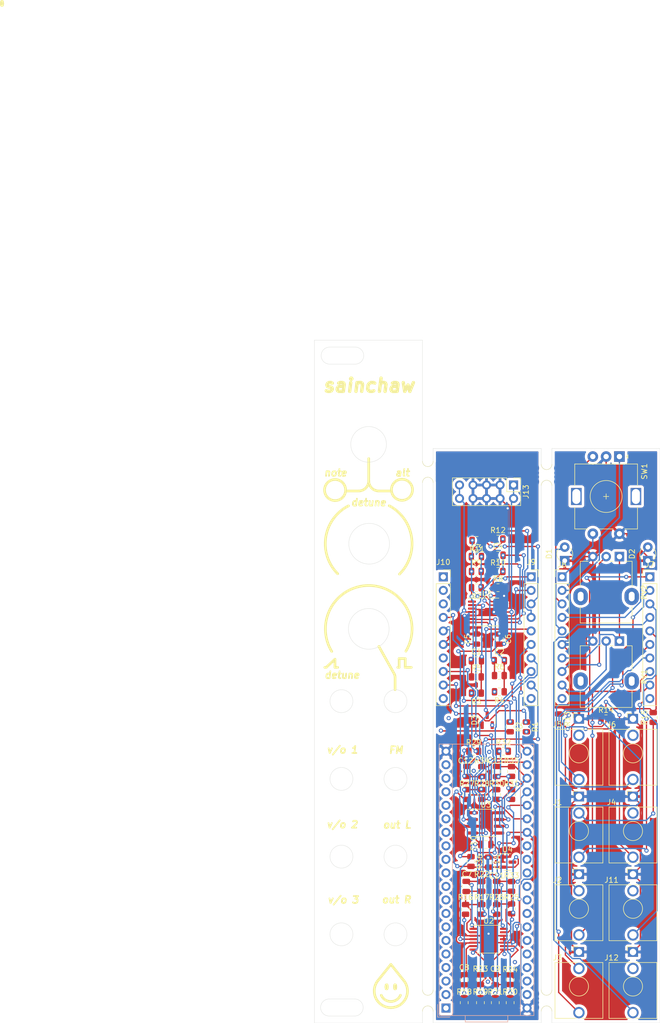
<source format=kicad_pcb>
(kicad_pcb (version 20171130) (host pcbnew "(5.1.12-1-10_14)")
  (layers (0 F.Cu signal hide) (1 In1.Cu signal hide) (2 In2.Cu signal hide) (31 B.Cu signal hide) (34 B.Paste user hide) (35 F.Paste user hide) (36 B.SilkS user) (37 F.SilkS user) (38 B.Mask user) (39 F.Mask user) (44 Edge.Cuts user))
  (net 0 "")
  (net 1 "Net-(C1-Pad2)")
  (net 2 "Net-(C1-Pad1)")
  (net 3 "Net-(C2-Pad2)")
  (net 4 "Net-(C2-Pad1)")
  (net 5 "Net-(C3-Pad2)")
  (net 6 "Net-(C3-Pad1)")
  (net 7 "Net-(C4-Pad2)")
  (net 8 "Net-(C4-Pad1)")
  (net 9 GND)
  (net 10 +12V)
  (net 11 -12V)
  (net 12 "Net-(C7-Pad2)")
  (net 13 PITCH_1_CTRL)
  (net 14 "Net-(C8-Pad2)")
  (net 15 PITCH_2_CTRL)
  (net 16 "Net-(C9-Pad2)")
  (net 17 PITCH_3_CTRL)
  (net 18 +3.3VA)
  (net 19 "Net-(C11-Pad2)")
  (net 20 FM_CTRL)
  (net 21 "Net-(C12-Pad2)")
  (net 22 DETUNE_CTRL)
  (net 23 "Net-(C13-Pad2)")
  (net 24 SHAPE_CTRL)
  (net 25 -10V_REF)
  (net 26 TO_NOTE_LED)
  (net 27 GND_FROM_HEADER)
  (net 28 TO_ALT_LED)
  (net 29 NORMALIZATION_PROBE)
  (net 30 +3V3)
  (net 31 JACK_PITCH_1)
  (net 32 "Net-(J1-PadTN)")
  (net 33 JACK_PITCH_2)
  (net 34 "Net-(J2-PadTN)")
  (net 35 JACK_PITCH_3)
  (net 36 "Net-(J3-PadTN)")
  (net 37 JACK_FM)
  (net 38 "Net-(J4-PadTN)")
  (net 39 JACK_DETUNE)
  (net 40 "Net-(J5-PadTN)")
  (net 41 JACK_SHAPE)
  (net 42 "Net-(J6-PadTN)")
  (net 43 "Net-(J7-Pad10)")
  (net 44 PROBE_FROM_HEADER)
  (net 45 AUDIO_R_FROM_HEADER)
  (net 46 AUDIO_L_FROM_HEADER)
  (net 47 "Net-(J8-Pad10)")
  (net 48 SHAPE_FROM_KNOB)
  (net 49 DETUNE_FROM_KNOB)
  (net 50 3V3_FROM_HEADER)
  (net 51 B_FROM_ENC)
  (net 52 A_FROM_ENC)
  (net 53 CLICK_FROM_ENC)
  (net 54 "Net-(J9-Pad10)")
  (net 55 BOARD_PITCH_1)
  (net 56 BOARD_PITCH_2)
  (net 57 BOARD_PITCH_3)
  (net 58 BOARD_SHAPE)
  (net 59 AUDIO_R_TO_HEADER)
  (net 60 AUDIO_L_TO_HEADER)
  (net 61 BOARD_DETUNE)
  (net 62 BOARD_FM)
  (net 63 "Net-(J10-Pad10)")
  (net 64 BOARD_KNOB_SHAPE)
  (net 65 BOARD_KNOB_DETUNE)
  (net 66 NOTE_LED_FROM_DAISY)
  (net 67 ALT_LED_FROM_DAISY)
  (net 68 ENC_B)
  (net 69 ENC_A)
  (net 70 ENC_CLICK)
  (net 71 "Net-(J11-PadTN)")
  (net 72 "Net-(J12-PadTN)")
  (net 73 "Net-(A1-Pad5)")
  (net 74 "Net-(A1-Pad4)")
  (net 75 AUDIO_OUT_L)
  (net 76 AUDIO_OUT_R)
  (net 77 "Net-(A1-Pad2)")
  (net 78 "Net-(A1-Pad3)")
  (net 79 "Net-(A1-Pad6)")
  (net 80 "Net-(A1-Pad7)")
  (net 81 "Net-(A1-Pad8)")
  (net 82 "Net-(A1-Pad9)")
  (net 83 "Net-(A1-Pad10)")
  (net 84 "Net-(A1-Pad11)")
  (net 85 "Net-(A1-Pad14)")
  (net 86 "Net-(A1-Pad15)")
  (net 87 "Net-(A1-Pad16)")
  (net 88 "Net-(A1-Pad17)")
  (net 89 "Net-(A1-Pad28)")
  (net 90 "Net-(A1-Pad29)")
  (net 91 "Net-(A1-Pad30)")
  (net 92 "Net-(A1-Pad31)")
  (net 93 "Net-(A1-Pad32)")
  (net 94 "Net-(A1-Pad33)")
  (net 95 "Net-(A1-Pad34)")
  (net 96 "Net-(A1-Pad35)")
  (net 97 "Net-(A1-Pad36)")
  (net 98 "Net-(A1-Pad37)")
  (net 99 +5V)
  (module Panelization:mouse-bite-2mm-slot (layer F.Cu) (at 101.38 88.42 90)
    (fp_text reference mouse-bite-2mm-slot hide)
    (fp_text value VAL** hide)
    (pad "" np_thru_hole circle (at 0 -0.75 90) (size 0.5 0.5) (drill 0.5) (layers *.Cu *.Mask))
    (pad "" np_thru_hole circle (at 0 0.75 90) (size 0.5 0.5) (drill 0.5) (layers *.Cu *.Mask))
    (pad "" np_thru_hole circle (at 0.75 -0.75 90) (size 0.5 0.5) (drill 0.5) (layers *.Cu *.Mask))
    (pad "" np_thru_hole circle (at -0.75 -0.75 90) (size 0.5 0.5) (drill 0.5) (layers *.Cu *.Mask))
    (pad "" np_thru_hole circle (at -0.75 0.75 90) (size 0.5 0.5) (drill 0.5) (layers *.Cu *.Mask))
    (pad "" np_thru_hole circle (at 0.75 0.75 90) (size 0.5 0.5) (drill 0.5) (layers *.Cu *.Mask))
  )
  (module Panelization:mouse-bite-2mm-slot (layer F.Cu) (at 101.38 187.2 90)
    (fp_text reference mouse-bite-2mm-slot hide)
    (fp_text value VAL** hide)
    (pad "" np_thru_hole circle (at 0 -0.75 90) (size 0.5 0.5) (drill 0.5) (layers *.Cu *.Mask))
    (pad "" np_thru_hole circle (at 0 0.75 90) (size 0.5 0.5) (drill 0.5) (layers *.Cu *.Mask))
    (pad "" np_thru_hole circle (at 0.75 -0.75 90) (size 0.5 0.5) (drill 0.5) (layers *.Cu *.Mask))
    (pad "" np_thru_hole circle (at -0.75 -0.75 90) (size 0.5 0.5) (drill 0.5) (layers *.Cu *.Mask))
    (pad "" np_thru_hole circle (at -0.75 0.75 90) (size 0.5 0.5) (drill 0.5) (layers *.Cu *.Mask))
    (pad "" np_thru_hole circle (at 0.75 0.75 90) (size 0.5 0.5) (drill 0.5) (layers *.Cu *.Mask))
  )
  (module Panelization:mouse-bite-2mm-slot (layer F.Cu) (at 79.05 87.85 90)
    (fp_text reference mouse-bite-2mm-slot hide)
    (fp_text value VAL** hide)
    (pad "" np_thru_hole circle (at 0 -0.75 90) (size 0.5 0.5) (drill 0.5) (layers *.Cu *.Mask))
    (pad "" np_thru_hole circle (at 0 0.75 90) (size 0.5 0.5) (drill 0.5) (layers *.Cu *.Mask))
    (pad "" np_thru_hole circle (at 0.75 -0.75 90) (size 0.5 0.5) (drill 0.5) (layers *.Cu *.Mask))
    (pad "" np_thru_hole circle (at -0.75 -0.75 90) (size 0.5 0.5) (drill 0.5) (layers *.Cu *.Mask))
    (pad "" np_thru_hole circle (at -0.75 0.75 90) (size 0.5 0.5) (drill 0.5) (layers *.Cu *.Mask))
    (pad "" np_thru_hole circle (at 0.75 0.75 90) (size 0.5 0.5) (drill 0.5) (layers *.Cu *.Mask))
  )
  (module Panelization:mouse-bite-2mm-slot (layer F.Cu) (at 79.05 187.2 90)
    (fp_text reference mouse-bite-2mm-slot hide)
    (fp_text value VAL** hide)
    (pad "" np_thru_hole circle (at 0.75 0.75 90) (size 0.5 0.5) (drill 0.5) (layers *.Cu *.Mask))
    (pad "" np_thru_hole circle (at -0.75 0.75 90) (size 0.5 0.5) (drill 0.5) (layers *.Cu *.Mask))
    (pad "" np_thru_hole circle (at -0.75 -0.75 90) (size 0.5 0.5) (drill 0.5) (layers *.Cu *.Mask))
    (pad "" np_thru_hole circle (at 0.75 -0.75 90) (size 0.5 0.5) (drill 0.5) (layers *.Cu *.Mask))
    (pad "" np_thru_hole circle (at 0 0.75 90) (size 0.5 0.5) (drill 0.5) (layers *.Cu *.Mask))
    (pad "" np_thru_hole circle (at 0 -0.75 90) (size 0.5 0.5) (drill 0.5) (layers *.Cu *.Mask))
  )
  (module LED_THT:LED_D3.0mm (layer F.Cu) (at 104.793 104.532 90)
    (fp_text reference D1 (at 1.27 -2.96 90) (layer F.SilkS))
    (fp_text value LED)
    (pad 2 thru_hole circle (at 2.54 0 90) (size 1.8 1.8) (drill 0.9) (layers *.Cu *.Mask) (net 26 TO_NOTE_LED))
    (pad 1 thru_hole rect (at 0 0 90) (size 1.8 1.8) (drill 0.9) (layers *.Cu *.Mask) (net 27 GND_FROM_HEADER))
  )
  (module Rotary_Encoder:RotaryEncoder_Alps_EC11E-Switch_Vertical_H20mm (layer F.Cu) (at 115.072783 84.96961 270)
    (fp_text reference SW1 (at 2.8 -4.7 270) (layer F.SilkS))
    (fp_text value Rotary_Encoder_Switch)
    (pad A thru_hole rect (at 0 0 270) (size 2 2) (drill 1) (layers *.Cu *.Mask) (net 52 A_FROM_ENC))
    (pad C thru_hole circle (at 0 2.5 270) (size 2 2) (drill 1) (layers *.Cu *.Mask) (net 27 GND_FROM_HEADER))
    (pad B thru_hole circle (at 0 5 270) (size 2 2) (drill 1) (layers *.Cu *.Mask) (net 51 B_FROM_ENC))
    (pad MP thru_hole rect (at 7.5 -3.1 270) (size 3.2 2) (drill oval 2.8 1.5) (layers *.Cu *.Mask))
    (pad MP thru_hole rect (at 7.5 8.1 270) (size 3.2 2) (drill oval 2.8 1.5) (layers *.Cu *.Mask))
    (pad S2 thru_hole circle (at 14.5 0 270) (size 2 2) (drill 1) (layers *.Cu *.Mask) (net 27 GND_FROM_HEADER))
    (pad S1 thru_hole circle (at 14.5 5 270) (size 2 2) (drill 1) (layers *.Cu *.Mask) (net 53 CLICK_FROM_ENC))
  )
  (module LED_THT:LED_D3.0mm (layer F.Cu) (at 120.414 104.532 90)
    (fp_text reference D2 (at 1.27 -2.96 90) (layer F.SilkS))
    (fp_text value LED)
    (pad 2 thru_hole circle (at 2.54 0 90) (size 1.8 1.8) (drill 0.9) (layers *.Cu *.Mask) (net 28 TO_ALT_LED))
    (pad 1 thru_hole rect (at 0 0 90) (size 1.8 1.8) (drill 0.9) (layers *.Cu *.Mask) (net 27 GND_FROM_HEADER))
  )
  (module Package_SO:TSSOP-14_4.4x5mm_P0.65mm (layer F.Cu) (at 90.495 175.665)
    (fp_text reference U2 (at 0 -3.45) (layer F.SilkS))
    (fp_text value MCP6004)
    (pad 14 smd roundrect (at 2.8625 -1.95) (size 1.475 0.4) (layers F.Cu F.Paste F.Mask) (net 20 FM_CTRL))
    (pad 13 smd roundrect (at 2.8625 -1.3) (size 1.475 0.4) (layers F.Cu F.Paste F.Mask) (net 19 "Net-(C11-Pad2)"))
    (pad 12 smd roundrect (at 2.8625 -0.65) (size 1.475 0.4) (layers F.Cu F.Paste F.Mask) (net 9 GND))
    (pad 11 smd roundrect (at 2.8625 0) (size 1.475 0.4) (layers F.Cu F.Paste F.Mask) (net 9 GND))
    (pad 10 smd roundrect (at 2.8625 0.65) (size 1.475 0.4) (layers F.Cu F.Paste F.Mask) (net 9 GND))
    (pad 9 smd roundrect (at 2.8625 1.3) (size 1.475 0.4) (layers F.Cu F.Paste F.Mask) (net 16 "Net-(C9-Pad2)"))
    (pad 8 smd roundrect (at 2.8625 1.95) (size 1.475 0.4) (layers F.Cu F.Paste F.Mask) (net 17 PITCH_3_CTRL))
    (pad 7 smd roundrect (at -2.8625 1.95) (size 1.475 0.4) (layers F.Cu F.Paste F.Mask) (net 15 PITCH_2_CTRL))
    (pad 6 smd roundrect (at -2.8625 1.3) (size 1.475 0.4) (layers F.Cu F.Paste F.Mask) (net 14 "Net-(C8-Pad2)"))
    (pad 5 smd roundrect (at -2.8625 0.65) (size 1.475 0.4) (layers F.Cu F.Paste F.Mask) (net 9 GND))
    (pad 4 smd roundrect (at -2.8625 0) (size 1.475 0.4) (layers F.Cu F.Paste F.Mask) (net 18 +3.3VA))
    (pad 3 smd roundrect (at -2.8625 -0.65) (size 1.475 0.4) (layers F.Cu F.Paste F.Mask) (net 9 GND))
    (pad 2 smd roundrect (at -2.8625 -1.3) (size 1.475 0.4) (layers F.Cu F.Paste F.Mask) (net 12 "Net-(C7-Pad2)"))
    (pad 1 smd roundrect (at -2.8625 -1.95) (size 1.475 0.4) (layers F.Cu F.Paste F.Mask) (net 13 PITCH_1_CTRL))
  )
  (module Package_SO:TSSOP-14_4.4x5mm_P0.65mm (layer F.Cu) (at 90.216 114.184)
    (fp_text reference U1 (at 0 -3.45) (layer F.SilkS))
    (fp_text value TL074)
    (pad 14 smd roundrect (at 2.8625 -1.95) (size 1.475 0.4) (layers F.Cu F.Paste F.Mask) (net 6 "Net-(C3-Pad1)"))
    (pad 13 smd roundrect (at 2.8625 -1.3) (size 1.475 0.4) (layers F.Cu F.Paste F.Mask) (net 5 "Net-(C3-Pad2)"))
    (pad 12 smd roundrect (at 2.8625 -0.65) (size 1.475 0.4) (layers F.Cu F.Paste F.Mask) (net 9 GND))
    (pad 11 smd roundrect (at 2.8625 0) (size 1.475 0.4) (layers F.Cu F.Paste F.Mask) (net 11 -12V))
    (pad 10 smd roundrect (at 2.8625 0.65) (size 1.475 0.4) (layers F.Cu F.Paste F.Mask) (net 9 GND))
    (pad 9 smd roundrect (at 2.8625 1.3) (size 1.475 0.4) (layers F.Cu F.Paste F.Mask) (net 7 "Net-(C4-Pad2)"))
    (pad 8 smd roundrect (at 2.8625 1.95) (size 1.475 0.4) (layers F.Cu F.Paste F.Mask) (net 8 "Net-(C4-Pad1)"))
    (pad 7 smd roundrect (at -2.8625 1.95) (size 1.475 0.4) (layers F.Cu F.Paste F.Mask) (net 4 "Net-(C2-Pad1)"))
    (pad 6 smd roundrect (at -2.8625 1.3) (size 1.475 0.4) (layers F.Cu F.Paste F.Mask) (net 3 "Net-(C2-Pad2)"))
    (pad 5 smd roundrect (at -2.8625 0.65) (size 1.475 0.4) (layers F.Cu F.Paste F.Mask) (net 9 GND))
    (pad 4 smd roundrect (at -2.8625 0) (size 1.475 0.4) (layers F.Cu F.Paste F.Mask) (net 10 +12V))
    (pad 3 smd roundrect (at -2.8625 -0.65) (size 1.475 0.4) (layers F.Cu F.Paste F.Mask) (net 9 GND))
    (pad 2 smd roundrect (at -2.8625 -1.3) (size 1.475 0.4) (layers F.Cu F.Paste F.Mask) (net 1 "Net-(C1-Pad2)"))
    (pad 1 smd roundrect (at -2.8625 -1.95) (size 1.475 0.4) (layers F.Cu F.Paste F.Mask) (net 2 "Net-(C1-Pad1)"))
  )
  (module Connector_PinHeader_2.54mm:PinHeader_2x05_P2.54mm_Vertical (layer F.Cu) (at 95.169 90.308 270)
    (fp_text reference J13 (at 1.27 -2.33 90) (layer F.SilkS))
    (fp_text value conn)
    (pad 10 thru_hole oval (at 2.54 10.16 270) (size 1.7 1.7) (drill 1) (layers *.Cu *.Mask) (net 10 +12V))
    (pad 9 thru_hole oval (at 0 10.16 270) (size 1.7 1.7) (drill 1) (layers *.Cu *.Mask) (net 10 +12V))
    (pad 8 thru_hole oval (at 2.54 7.62 270) (size 1.7 1.7) (drill 1) (layers *.Cu *.Mask) (net 9 GND))
    (pad 7 thru_hole oval (at 0 7.62 270) (size 1.7 1.7) (drill 1) (layers *.Cu *.Mask) (net 9 GND))
    (pad 6 thru_hole oval (at 2.54 5.08 270) (size 1.7 1.7) (drill 1) (layers *.Cu *.Mask) (net 9 GND))
    (pad 5 thru_hole oval (at 0 5.08 270) (size 1.7 1.7) (drill 1) (layers *.Cu *.Mask) (net 9 GND))
    (pad 4 thru_hole oval (at 2.54 2.54 270) (size 1.7 1.7) (drill 1) (layers *.Cu *.Mask) (net 9 GND))
    (pad 3 thru_hole oval (at 0 2.54 270) (size 1.7 1.7) (drill 1) (layers *.Cu *.Mask) (net 9 GND))
    (pad 2 thru_hole oval (at 2.54 0 270) (size 1.7 1.7) (drill 1) (layers *.Cu *.Mask) (net 11 -12V))
    (pad 1 thru_hole rect (at 0 0 270) (size 1.7 1.7) (drill 1) (layers *.Cu *.Mask) (net 11 -12V))
  )
  (module Package_SO:SOIC-8_3.9x4.9mm_P1.27mm (layer F.Cu) (at 89.962 153.808)
    (fp_text reference U3 (at 0 -3.4) (layer F.SilkS))
    (fp_text value MCP6002)
    (pad 8 smd roundrect (at 2.475 -1.905) (size 1.95 0.6) (layers F.Cu F.Paste F.Mask) (net 9 GND))
    (pad 7 smd roundrect (at 2.475 -0.635) (size 1.95 0.6) (layers F.Cu F.Paste F.Mask) (net 24 SHAPE_CTRL))
    (pad 6 smd roundrect (at 2.475 0.635) (size 1.95 0.6) (layers F.Cu F.Paste F.Mask) (net 23 "Net-(C13-Pad2)"))
    (pad 5 smd roundrect (at 2.475 1.905) (size 1.95 0.6) (layers F.Cu F.Paste F.Mask) (net 9 GND))
    (pad 4 smd roundrect (at -2.475 1.905) (size 1.95 0.6) (layers F.Cu F.Paste F.Mask) (net 18 +3.3VA))
    (pad 3 smd roundrect (at -2.475 0.635) (size 1.95 0.6) (layers F.Cu F.Paste F.Mask) (net 9 GND))
    (pad 2 smd roundrect (at -2.475 -0.635) (size 1.95 0.6) (layers F.Cu F.Paste F.Mask) (net 21 "Net-(C12-Pad2)"))
    (pad 1 smd roundrect (at -2.475 -1.905) (size 1.95 0.6) (layers F.Cu F.Paste F.Mask) (net 22 DETUNE_CTRL))
  )
  (module Connector_PinSocket_2.54mm:PinSocket_1x10_P2.54mm_Vertical (layer F.Cu) (at 81.961 107.58)
    (fp_text reference J10 (at 0 -2.77) (layer F.SilkS))
    (fp_text value BOARD_CONN_2)
    (pad 10 thru_hole oval (at 0 22.86) (size 1.7 1.7) (drill 1) (layers *.Cu *.Mask) (net 63 "Net-(J10-Pad10)"))
    (pad 9 thru_hole oval (at 0 20.32) (size 1.7 1.7) (drill 1) (layers *.Cu *.Mask) (net 64 BOARD_KNOB_SHAPE))
    (pad 8 thru_hole oval (at 0 17.78) (size 1.7 1.7) (drill 1) (layers *.Cu *.Mask) (net 65 BOARD_KNOB_DETUNE))
    (pad 7 thru_hole oval (at 0 15.24) (size 1.7 1.7) (drill 1) (layers *.Cu *.Mask) (net 30 +3V3))
    (pad 6 thru_hole oval (at 0 12.7) (size 1.7 1.7) (drill 1) (layers *.Cu *.Mask) (net 9 GND))
    (pad 5 thru_hole oval (at 0 10.16) (size 1.7 1.7) (drill 1) (layers *.Cu *.Mask) (net 66 NOTE_LED_FROM_DAISY))
    (pad 4 thru_hole oval (at 0 7.62) (size 1.7 1.7) (drill 1) (layers *.Cu *.Mask) (net 67 ALT_LED_FROM_DAISY))
    (pad 3 thru_hole oval (at 0 5.08) (size 1.7 1.7) (drill 1) (layers *.Cu *.Mask) (net 68 ENC_B))
    (pad 2 thru_hole oval (at 0 2.54) (size 1.7 1.7) (drill 1) (layers *.Cu *.Mask) (net 69 ENC_A))
    (pad 1 thru_hole rect (at 0 0) (size 1.7 1.7) (drill 1) (layers *.Cu *.Mask) (net 70 ENC_CLICK))
  )
  (module Connector_PinSocket_2.54mm:PinSocket_1x10_P2.54mm_Vertical (layer F.Cu) (at 98.471 107.58)
    (fp_text reference J9 (at 0 -2.77) (layer F.SilkS))
    (fp_text value BOARD_CONN_1)
    (pad 10 thru_hole oval (at 0 22.86) (size 1.7 1.7) (drill 1) (layers *.Cu *.Mask) (net 54 "Net-(J9-Pad10)"))
    (pad 9 thru_hole oval (at 0 20.32) (size 1.7 1.7) (drill 1) (layers *.Cu *.Mask) (net 55 BOARD_PITCH_1))
    (pad 8 thru_hole oval (at 0 17.78) (size 1.7 1.7) (drill 1) (layers *.Cu *.Mask) (net 56 BOARD_PITCH_2))
    (pad 7 thru_hole oval (at 0 15.24) (size 1.7 1.7) (drill 1) (layers *.Cu *.Mask) (net 57 BOARD_PITCH_3))
    (pad 6 thru_hole oval (at 0 12.7) (size 1.7 1.7) (drill 1) (layers *.Cu *.Mask) (net 58 BOARD_SHAPE))
    (pad 5 thru_hole oval (at 0 10.16) (size 1.7 1.7) (drill 1) (layers *.Cu *.Mask) (net 29 NORMALIZATION_PROBE))
    (pad 4 thru_hole oval (at 0 7.62) (size 1.7 1.7) (drill 1) (layers *.Cu *.Mask) (net 59 AUDIO_R_TO_HEADER))
    (pad 3 thru_hole oval (at 0 5.08) (size 1.7 1.7) (drill 1) (layers *.Cu *.Mask) (net 60 AUDIO_L_TO_HEADER))
    (pad 2 thru_hole oval (at 0 2.54) (size 1.7 1.7) (drill 1) (layers *.Cu *.Mask) (net 61 BOARD_DETUNE))
    (pad 1 thru_hole rect (at 0 0) (size 1.7 1.7) (drill 1) (layers *.Cu *.Mask) (net 62 BOARD_FM))
  )
  (module Connector_PinHeader_2.54mm:PinHeader_1x10_P2.54mm_Vertical (layer F.Cu) (at 104.285 107.58)
    (fp_text reference J8 (at 0 -2.33) (layer F.SilkS))
    (fp_text value PANEL_HEADER_2)
    (pad 10 thru_hole oval (at 0 22.86) (size 1.7 1.7) (drill 1) (layers *.Cu *.Mask) (net 47 "Net-(J8-Pad10)"))
    (pad 9 thru_hole oval (at 0 20.32) (size 1.7 1.7) (drill 1) (layers *.Cu *.Mask) (net 48 SHAPE_FROM_KNOB))
    (pad 8 thru_hole oval (at 0 17.78) (size 1.7 1.7) (drill 1) (layers *.Cu *.Mask) (net 49 DETUNE_FROM_KNOB))
    (pad 7 thru_hole oval (at 0 15.24) (size 1.7 1.7) (drill 1) (layers *.Cu *.Mask) (net 50 3V3_FROM_HEADER))
    (pad 6 thru_hole oval (at 0 12.7) (size 1.7 1.7) (drill 1) (layers *.Cu *.Mask) (net 27 GND_FROM_HEADER))
    (pad 5 thru_hole oval (at 0 10.16) (size 1.7 1.7) (drill 1) (layers *.Cu *.Mask) (net 26 TO_NOTE_LED))
    (pad 4 thru_hole oval (at 0 7.62) (size 1.7 1.7) (drill 1) (layers *.Cu *.Mask) (net 28 TO_ALT_LED))
    (pad 3 thru_hole oval (at 0 5.08) (size 1.7 1.7) (drill 1) (layers *.Cu *.Mask) (net 51 B_FROM_ENC))
    (pad 2 thru_hole oval (at 0 2.54) (size 1.7 1.7) (drill 1) (layers *.Cu *.Mask) (net 52 A_FROM_ENC))
    (pad 1 thru_hole rect (at 0 0) (size 1.7 1.7) (drill 1) (layers *.Cu *.Mask) (net 53 CLICK_FROM_ENC))
  )
  (module Connector_PinHeader_2.54mm:PinHeader_1x10_P2.54mm_Vertical (layer F.Cu) (at 120.795 107.58)
    (fp_text reference J7 (at 0 -2.33) (layer F.SilkS))
    (fp_text value PANEL_HEADER_1)
    (pad 10 thru_hole oval (at 0 22.86) (size 1.7 1.7) (drill 1) (layers *.Cu *.Mask) (net 43 "Net-(J7-Pad10)"))
    (pad 9 thru_hole oval (at 0 20.32) (size 1.7 1.7) (drill 1) (layers *.Cu *.Mask) (net 31 JACK_PITCH_1))
    (pad 8 thru_hole oval (at 0 17.78) (size 1.7 1.7) (drill 1) (layers *.Cu *.Mask) (net 33 JACK_PITCH_2))
    (pad 7 thru_hole oval (at 0 15.24) (size 1.7 1.7) (drill 1) (layers *.Cu *.Mask) (net 35 JACK_PITCH_3))
    (pad 6 thru_hole oval (at 0 12.7) (size 1.7 1.7) (drill 1) (layers *.Cu *.Mask) (net 41 JACK_SHAPE))
    (pad 5 thru_hole oval (at 0 10.16) (size 1.7 1.7) (drill 1) (layers *.Cu *.Mask) (net 44 PROBE_FROM_HEADER))
    (pad 4 thru_hole oval (at 0 7.62) (size 1.7 1.7) (drill 1) (layers *.Cu *.Mask) (net 45 AUDIO_R_FROM_HEADER))
    (pad 3 thru_hole oval (at 0 5.08) (size 1.7 1.7) (drill 1) (layers *.Cu *.Mask) (net 46 AUDIO_L_FROM_HEADER))
    (pad 2 thru_hole oval (at 0 2.54) (size 1.7 1.7) (drill 1) (layers *.Cu *.Mask) (net 39 JACK_DETUNE))
    (pad 1 thru_hole rect (at 0 0) (size 1.7 1.7) (drill 1) (layers *.Cu *.Mask) (net 37 JACK_FM))
  )
  (module Device_Audio_Electrosmith_Daisy_Seed:Device_Audio_Electrosmith_Daisy_Seed (layer B.Cu) (at 82.469 188.606)
    (fp_text reference A1 (at 7.62 3.6) (layer B.SilkS) (effects (justify mirror)))
    (fp_text value Device_Audio_Electrosmith_Daisy_Seed_Rev4)
    (pad 40 thru_hole circle (at 15.24 0) (size 1.7 1.7) (drill 1) (layers *.Cu *.Mask) (net 9 GND))
    (pad 39 thru_hole circle (at 15.24 -2.54) (size 1.7 1.7) (drill 1) (layers *.Cu *.Mask) (net 99 +5V))
    (pad 38 thru_hole circle (at 15.24 -5.08) (size 1.7 1.7) (drill 1) (layers *.Cu *.Mask) (net 30 +3V3))
    (pad 37 thru_hole circle (at 15.24 -7.62) (size 1.7 1.7) (drill 1) (layers *.Cu *.Mask) (net 98 "Net-(A1-Pad37)"))
    (pad 36 thru_hole circle (at 15.24 -10.16) (size 1.7 1.7) (drill 1) (layers *.Cu *.Mask) (net 97 "Net-(A1-Pad36)"))
    (pad 35 thru_hole circle (at 15.24 -12.7) (size 1.7 1.7) (drill 1) (layers *.Cu *.Mask) (net 96 "Net-(A1-Pad35)"))
    (pad 34 thru_hole circle (at 15.24 -15.24) (size 1.7 1.7) (drill 1) (layers *.Cu *.Mask) (net 95 "Net-(A1-Pad34)"))
    (pad 33 thru_hole circle (at 15.24 -17.78) (size 1.7 1.7) (drill 1) (layers *.Cu *.Mask) (net 94 "Net-(A1-Pad33)"))
    (pad 32 thru_hole circle (at 15.24 -20.32) (size 1.7 1.7) (drill 1) (layers *.Cu *.Mask) (net 93 "Net-(A1-Pad32)"))
    (pad 31 thru_hole circle (at 15.24 -22.86) (size 1.7 1.7) (drill 1) (layers *.Cu *.Mask) (net 92 "Net-(A1-Pad31)"))
    (pad 30 thru_hole circle (at 15.24 -25.4) (size 1.7 1.7) (drill 1) (layers *.Cu *.Mask) (net 91 "Net-(A1-Pad30)"))
    (pad 29 thru_hole circle (at 15.24 -27.94) (size 1.7 1.7) (drill 1) (layers *.Cu *.Mask) (net 90 "Net-(A1-Pad29)"))
    (pad 28 thru_hole circle (at 15.24 -30.48) (size 1.7 1.7) (drill 1) (layers *.Cu *.Mask) (net 89 "Net-(A1-Pad28)"))
    (pad 27 thru_hole circle (at 15.24 -33.02) (size 1.7 1.7) (drill 1) (layers *.Cu *.Mask) (net 17 PITCH_3_CTRL))
    (pad 26 thru_hole circle (at 15.24 -35.56) (size 1.7 1.7) (drill 1) (layers *.Cu *.Mask) (net 15 PITCH_2_CTRL))
    (pad 25 thru_hole circle (at 15.24 -38.1) (size 1.7 1.7) (drill 1) (layers *.Cu *.Mask) (net 13 PITCH_1_CTRL))
    (pad 24 thru_hole circle (at 15.24 -40.64) (size 1.7 1.7) (drill 1) (layers *.Cu *.Mask) (net 20 FM_CTRL))
    (pad 23 thru_hole circle (at 15.24 -43.18) (size 1.7 1.7) (drill 1) (layers *.Cu *.Mask) (net 24 SHAPE_CTRL))
    (pad 22 thru_hole circle (at 15.24 -45.72) (size 1.7 1.7) (drill 1) (layers *.Cu *.Mask) (net 22 DETUNE_CTRL))
    (pad 21 thru_hole circle (at 15.24 -48.26) (size 1.7 1.7) (drill 1) (layers *.Cu *.Mask) (net 18 +3.3VA))
    (pad 20 thru_hole circle (at 0 -48.26) (size 1.7 1.7) (drill 1) (layers *.Cu *.Mask) (net 9 GND))
    (pad 19 thru_hole circle (at 0 -45.72) (size 1.7 1.7) (drill 1) (layers *.Cu *.Mask) (net 76 AUDIO_OUT_R))
    (pad 18 thru_hole circle (at 0 -43.18) (size 1.7 1.7) (drill 1) (layers *.Cu *.Mask) (net 75 AUDIO_OUT_L))
    (pad 17 thru_hole circle (at 0 -40.64) (size 1.7 1.7) (drill 1) (layers *.Cu *.Mask) (net 88 "Net-(A1-Pad17)"))
    (pad 16 thru_hole circle (at 0 -38.1) (size 1.7 1.7) (drill 1) (layers *.Cu *.Mask) (net 87 "Net-(A1-Pad16)"))
    (pad 15 thru_hole circle (at 0 -35.56) (size 1.7 1.7) (drill 1) (layers *.Cu *.Mask) (net 86 "Net-(A1-Pad15)"))
    (pad 14 thru_hole circle (at 0 -33.02) (size 1.7 1.7) (drill 1) (layers *.Cu *.Mask) (net 85 "Net-(A1-Pad14)"))
    (pad 13 thru_hole circle (at 0 -30.48) (size 1.7 1.7) (drill 1) (layers *.Cu *.Mask) (net 69 ENC_A))
    (pad 12 thru_hole circle (at 0 -27.94) (size 1.7 1.7) (drill 1) (layers *.Cu *.Mask) (net 68 ENC_B))
    (pad 11 thru_hole circle (at 0 -25.4) (size 1.7 1.7) (drill 1) (layers *.Cu *.Mask) (net 84 "Net-(A1-Pad11)"))
    (pad 10 thru_hole circle (at 0 -22.86) (size 1.7 1.7) (drill 1) (layers *.Cu *.Mask) (net 83 "Net-(A1-Pad10)"))
    (pad 9 thru_hole circle (at 0 -20.32) (size 1.7 1.7) (drill 1) (layers *.Cu *.Mask) (net 82 "Net-(A1-Pad9)"))
    (pad 8 thru_hole circle (at 0 -17.78) (size 1.7 1.7) (drill 1) (layers *.Cu *.Mask) (net 81 "Net-(A1-Pad8)"))
    (pad 7 thru_hole circle (at 0 -15.24) (size 1.7 1.7) (drill 1) (layers *.Cu *.Mask) (net 80 "Net-(A1-Pad7)"))
    (pad 6 thru_hole circle (at 0 -12.7) (size 1.7 1.7) (drill 1) (layers *.Cu *.Mask) (net 79 "Net-(A1-Pad6)"))
    (pad 5 thru_hole circle (at 0 -10.16) (size 1.7 1.7) (drill 1) (layers *.Cu *.Mask) (net 73 "Net-(A1-Pad5)"))
    (pad 4 thru_hole circle (at 0 -7.62) (size 1.7 1.7) (drill 1) (layers *.Cu *.Mask) (net 74 "Net-(A1-Pad4)"))
    (pad 3 thru_hole circle (at 0 -5.08) (size 1.7 1.7) (drill 1) (layers *.Cu *.Mask) (net 78 "Net-(A1-Pad3)"))
    (pad 2 thru_hole circle (at 0 -2.54) (size 1.7 1.7) (drill 1) (layers *.Cu *.Mask) (net 77 "Net-(A1-Pad2)"))
    (pad 1 thru_hole rect (at 0 0) (size 1.7 1.7) (drill 1) (layers *.Cu *.Mask) (net 70 ENC_CLICK))
  )
  (module Package_TO_SOT_SMD:SOT-23 (layer F.Cu) (at 94.026 161.174)
    (fp_text reference U4 (at 0 -2.4) (layer F.SilkS))
    (fp_text value LM4040DBZ-10)
    (pad 1 smd roundrect (at -0.9375 -0.95) (size 1.475 0.6) (layers F.Cu F.Paste F.Mask) (net 9 GND))
    (pad 2 smd roundrect (at -0.9375 0.95) (size 1.475 0.6) (layers F.Cu F.Paste F.Mask) (net 25 -10V_REF))
    (pad 3 smd roundrect (at 0.9375 0) (size 1.475 0.6) (layers F.Cu F.Paste F.Mask))
  )
  (module Potentiometer_THT:Potentiometer_Alpha_RD901F-40-00D_Single_Vertical (layer F.Cu) (at 115.08 103.77 270)
    (fp_text reference RV2 (at 6.71 -4.64 270) (layer F.SilkS))
    (fp_text value 10K_B)
    (pad "" thru_hole oval (at 7.5 -2.3) (size 2.72 3.24) (drill oval 1.1 1.8) (layers *.Cu *.Mask))
    (pad "" thru_hole oval (at 7.5 7.3) (size 2.72 3.24) (drill oval 1.1 1.8) (layers *.Cu *.Mask))
    (pad 3 thru_hole circle (at 0 5) (size 1.8 1.8) (drill 1) (layers *.Cu *.Mask) (net 27 GND_FROM_HEADER))
    (pad 2 thru_hole circle (at 0 2.5) (size 1.8 1.8) (drill 1) (layers *.Cu *.Mask) (net 49 DETUNE_FROM_KNOB))
    (pad 1 thru_hole rect (at 0 0) (size 1.8 1.8) (drill 1) (layers *.Cu *.Mask) (net 50 3V3_FROM_HEADER))
  )
  (module Potentiometer_THT:Potentiometer_Alpha_RD901F-40-00D_Single_Vertical (layer F.Cu) (at 115.08 119.645 270)
    (fp_text reference RV1 (at 6.71 -4.64 270) (layer F.SilkS))
    (fp_text value 10K_B)
    (pad "" thru_hole oval (at 7.5 -2.3) (size 2.72 3.24) (drill oval 1.1 1.8) (layers *.Cu *.Mask))
    (pad "" thru_hole oval (at 7.5 7.3) (size 2.72 3.24) (drill oval 1.1 1.8) (layers *.Cu *.Mask))
    (pad 3 thru_hole circle (at 0 5) (size 1.8 1.8) (drill 1) (layers *.Cu *.Mask) (net 27 GND_FROM_HEADER))
    (pad 2 thru_hole circle (at 0 2.5) (size 1.8 1.8) (drill 1) (layers *.Cu *.Mask) (net 48 SHAPE_FROM_KNOB))
    (pad 1 thru_hole rect (at 0 0) (size 1.8 1.8) (drill 1) (layers *.Cu *.Mask) (net 50 3V3_FROM_HEADER))
  )
  (module Resistor_SMD:R_0805_2012Metric (layer F.Cu) (at 87.168 161.0705 270)
    (fp_text reference R36 (at 0 -1.65 90) (layer F.SilkS))
    (fp_text value 2K)
    (pad 2 smd roundrect (at 0.9125 0 270) (size 1.025 1.4) (layers F.Cu F.Paste F.Mask) (roundrect_rratio 0.2439014634146341) (net 25 -10V_REF))
    (pad 1 smd roundrect (at -0.9125 0 270) (size 1.025 1.4) (layers F.Cu F.Paste F.Mask) (roundrect_rratio 0.2439014634146341) (net 11 -12V))
  )
  (module Resistor_SMD:R_0805_2012Metric (layer F.Cu) (at 94.788 144.156 270)
    (fp_text reference R35 (at -2.032 0 180) (layer F.SilkS))
    (fp_text value 66K5)
    (pad 2 smd roundrect (at 0.9125 0 270) (size 1.025 1.4) (layers F.Cu F.Paste F.Mask) (roundrect_rratio 0.2439014634146341) (net 23 "Net-(C13-Pad2)"))
    (pad 1 smd roundrect (at -0.9125 0 270) (size 1.025 1.4) (layers F.Cu F.Paste F.Mask) (roundrect_rratio 0.2439014634146341) (net 24 SHAPE_CTRL))
  )
  (module Resistor_SMD:R_0805_2012Metric (layer F.Cu) (at 89.2 144.156 270)
    (fp_text reference R34 (at -2.032 0 180) (layer F.SilkS))
    (fp_text value 66K5)
    (pad 2 smd roundrect (at 0.9125 0 270) (size 1.025 1.4) (layers F.Cu F.Paste F.Mask) (roundrect_rratio 0.2439014634146341) (net 21 "Net-(C12-Pad2)"))
    (pad 1 smd roundrect (at -0.9125 0 270) (size 1.025 1.4) (layers F.Cu F.Paste F.Mask) (roundrect_rratio 0.2439014634146341) (net 22 DETUNE_CTRL))
  )
  (module Resistor_SMD:R_0805_2012Metric (layer F.Cu) (at 94.788 165.746 270)
    (fp_text reference R33 (at -2.032 0 180) (layer F.SilkS))
    (fp_text value 20K)
    (pad 2 smd roundrect (at 0.9125 0 270) (size 1.025 1.4) (layers F.Cu F.Paste F.Mask) (roundrect_rratio 0.2439014634146341) (net 19 "Net-(C11-Pad2)"))
    (pad 1 smd roundrect (at -0.9125 0 270) (size 1.025 1.4) (layers F.Cu F.Paste F.Mask) (roundrect_rratio 0.2439014634146341) (net 20 FM_CTRL))
  )
  (module Resistor_SMD:R_0805_2012Metric (layer F.Cu) (at 93.264 140.346)
    (fp_text reference R32 (at 0 -1.65) (layer F.SilkS))
    (fp_text value 66K5)
    (pad 2 smd roundrect (at 0.9125 0) (size 1.025 1.4) (layers F.Cu F.Paste F.Mask) (roundrect_rratio 0.2439014634146341) (net 64 BOARD_KNOB_SHAPE))
    (pad 1 smd roundrect (at -0.9125 0) (size 1.025 1.4) (layers F.Cu F.Paste F.Mask) (roundrect_rratio 0.2439014634146341) (net 23 "Net-(C13-Pad2)"))
  )
  (module Resistor_SMD:R_0805_2012Metric (layer F.Cu) (at 94.788 148.474 270)
    (fp_text reference R31 (at -2.032 0 180) (layer F.SilkS))
    (fp_text value 100K)
    (pad 2 smd roundrect (at 0.9125 0 270) (size 1.025 1.4) (layers F.Cu F.Paste F.Mask) (roundrect_rratio 0.2439014634146341) (net 58 BOARD_SHAPE))
    (pad 1 smd roundrect (at -0.9125 0 270) (size 1.025 1.4) (layers F.Cu F.Paste F.Mask) (roundrect_rratio 0.2439014634146341) (net 23 "Net-(C13-Pad2)"))
  )
  (module Resistor_SMD:R_0805_2012Metric (layer F.Cu) (at 91.994 148.474 90)
    (fp_text reference R30 (at 2.032 0 180) (layer F.SilkS))
    (fp_text value 200K)
    (pad 2 smd roundrect (at 0.9125 0 90) (size 1.025 1.4) (layers F.Cu F.Paste F.Mask) (roundrect_rratio 0.2439014634146341) (net 25 -10V_REF))
    (pad 1 smd roundrect (at -0.9125 0 90) (size 1.025 1.4) (layers F.Cu F.Paste F.Mask) (roundrect_rratio 0.2439014634146341) (net 23 "Net-(C13-Pad2)"))
  )
  (module Resistor_SMD:R_0805_2012Metric (layer F.Cu) (at 87.676 140.346)
    (fp_text reference R29 (at 0 -1.65) (layer F.SilkS))
    (fp_text value 66K5)
    (pad 2 smd roundrect (at 0.9125 0) (size 1.025 1.4) (layers F.Cu F.Paste F.Mask) (roundrect_rratio 0.2439014634146341) (net 65 BOARD_KNOB_DETUNE))
    (pad 1 smd roundrect (at -0.9125 0) (size 1.025 1.4) (layers F.Cu F.Paste F.Mask) (roundrect_rratio 0.2439014634146341) (net 21 "Net-(C12-Pad2)"))
  )
  (module Resistor_SMD:R_0805_2012Metric (layer F.Cu) (at 89.2 148.474 270)
    (fp_text reference R28 (at -2.032 0 180) (layer F.SilkS))
    (fp_text value 100K)
    (pad 2 smd roundrect (at 0.9125 0 270) (size 1.025 1.4) (layers F.Cu F.Paste F.Mask) (roundrect_rratio 0.2439014634146341) (net 61 BOARD_DETUNE))
    (pad 1 smd roundrect (at -0.9125 0 270) (size 1.025 1.4) (layers F.Cu F.Paste F.Mask) (roundrect_rratio 0.2439014634146341) (net 21 "Net-(C12-Pad2)"))
  )
  (module Resistor_SMD:R_0805_2012Metric (layer F.Cu) (at 86.406 148.474 270)
    (fp_text reference R27 (at -2.032 0 180) (layer F.SilkS))
    (fp_text value 200K)
    (pad 2 smd roundrect (at 0.9125 0 270) (size 1.025 1.4) (layers F.Cu F.Paste F.Mask) (roundrect_rratio 0.2439014634146341) (net 25 -10V_REF))
    (pad 1 smd roundrect (at -0.9125 0 270) (size 1.025 1.4) (layers F.Cu F.Paste F.Mask) (roundrect_rratio 0.2439014634146341) (net 21 "Net-(C12-Pad2)"))
  )
  (module Resistor_SMD:R_0805_2012Metric (layer F.Cu) (at 91.994 170.064 270)
    (fp_text reference R26 (at -2.286 0 180) (layer F.SilkS))
    (fp_text value 100K)
    (pad 2 smd roundrect (at 0.9125 0 270) (size 1.025 1.4) (layers F.Cu F.Paste F.Mask) (roundrect_rratio 0.2439014634146341) (net 62 BOARD_FM))
    (pad 1 smd roundrect (at -0.9125 0 270) (size 1.025 1.4) (layers F.Cu F.Paste F.Mask) (roundrect_rratio 0.2439014634146341) (net 19 "Net-(C11-Pad2)"))
  )
  (module Resistor_SMD:R_0805_2012Metric (layer F.Cu) (at 94.788 169.9605 270)
    (fp_text reference R25 (at -2.1825 0 180) (layer F.SilkS))
    (fp_text value 120K)
    (pad 2 smd roundrect (at 0.9125 0 270) (size 1.025 1.4) (layers F.Cu F.Paste F.Mask) (roundrect_rratio 0.2439014634146341) (net 25 -10V_REF))
    (pad 1 smd roundrect (at -0.9125 0 270) (size 1.025 1.4) (layers F.Cu F.Paste F.Mask) (roundrect_rratio 0.2439014634146341) (net 19 "Net-(C11-Pad2)"))
  )
  (module Resistor_SMD:R_0805_2012Metric (layer F.Cu) (at 94.534 183.272 90)
    (fp_text reference R24 (at 1.9285 0 180) (layer F.SilkS))
    (fp_text value 33K)
    (pad 2 smd roundrect (at 0.9125 0 90) (size 1.025 1.4) (layers F.Cu F.Paste F.Mask) (roundrect_rratio 0.2439014634146341) (net 16 "Net-(C9-Pad2)"))
    (pad 1 smd roundrect (at -0.9125 0 90) (size 1.025 1.4) (layers F.Cu F.Paste F.Mask) (roundrect_rratio 0.2439014634146341) (net 17 PITCH_3_CTRL))
  )
  (module Resistor_SMD:R_0805_2012Metric (layer F.Cu) (at 88.946 183.272 90)
    (fp_text reference R23 (at 2.032 0 180) (layer F.SilkS))
    (fp_text value 33K)
    (pad 2 smd roundrect (at 0.9125 0 90) (size 1.025 1.4) (layers F.Cu F.Paste F.Mask) (roundrect_rratio 0.2439014634146341) (net 14 "Net-(C8-Pad2)"))
    (pad 1 smd roundrect (at -0.9125 0 90) (size 1.025 1.4) (layers F.Cu F.Paste F.Mask) (roundrect_rratio 0.2439014634146341) (net 15 PITCH_2_CTRL))
  )
  (module Resistor_SMD:R_0805_2012Metric (layer F.Cu) (at 89.2 165.746 270)
    (fp_text reference R22 (at -2.286 0 180) (layer F.SilkS))
    (fp_text value 33K)
    (pad 2 smd roundrect (at 0.9125 0 270) (size 1.025 1.4) (layers F.Cu F.Paste F.Mask) (roundrect_rratio 0.2439014634146341) (net 12 "Net-(C7-Pad2)"))
    (pad 1 smd roundrect (at -0.9125 0 270) (size 1.025 1.4) (layers F.Cu F.Paste F.Mask) (roundrect_rratio 0.2439014634146341) (net 13 PITCH_1_CTRL))
  )
  (module Resistor_SMD:R_0805_2012Metric (layer F.Cu) (at 91.74 187.59 90)
    (fp_text reference R21 (at 2.032 0 180) (layer F.SilkS))
    (fp_text value 100K)
    (pad 2 smd roundrect (at 0.9125 0 90) (size 1.025 1.4) (layers F.Cu F.Paste F.Mask) (roundrect_rratio 0.2439014634146341) (net 57 BOARD_PITCH_3))
    (pad 1 smd roundrect (at -0.9125 0 90) (size 1.025 1.4) (layers F.Cu F.Paste F.Mask) (roundrect_rratio 0.2439014634146341) (net 16 "Net-(C9-Pad2)"))
  )
  (module Resistor_SMD:R_0805_2012Metric (layer F.Cu) (at 94.534 187.59 90)
    (fp_text reference R20 (at 2.032 0 180) (layer F.SilkS))
    (fp_text value 140K)
    (pad 2 smd roundrect (at 0.9125 0 90) (size 1.025 1.4) (layers F.Cu F.Paste F.Mask) (roundrect_rratio 0.2439014634146341) (net 25 -10V_REF))
    (pad 1 smd roundrect (at -0.9125 0 90) (size 1.025 1.4) (layers F.Cu F.Paste F.Mask) (roundrect_rratio 0.2439014634146341) (net 16 "Net-(C9-Pad2)"))
  )
  (module Resistor_SMD:R_0805_2012Metric (layer F.Cu) (at 88.946 187.59 90)
    (fp_text reference R19 (at 2.032 0 180) (layer F.SilkS))
    (fp_text value 100K)
    (pad 2 smd roundrect (at 0.9125 0 90) (size 1.025 1.4) (layers F.Cu F.Paste F.Mask) (roundrect_rratio 0.2439014634146341) (net 56 BOARD_PITCH_2))
    (pad 1 smd roundrect (at -0.9125 0 90) (size 1.025 1.4) (layers F.Cu F.Paste F.Mask) (roundrect_rratio 0.2439014634146341) (net 14 "Net-(C8-Pad2)"))
  )
  (module Resistor_SMD:R_0805_2012Metric (layer F.Cu) (at 85.898 187.59 90)
    (fp_text reference R18 (at 2.032 0 180) (layer F.SilkS))
    (fp_text value 140K)
    (pad 2 smd roundrect (at 0.9125 0 90) (size 1.025 1.4) (layers F.Cu F.Paste F.Mask) (roundrect_rratio 0.2439014634146341) (net 25 -10V_REF))
    (pad 1 smd roundrect (at -0.9125 0 90) (size 1.025 1.4) (layers F.Cu F.Paste F.Mask) (roundrect_rratio 0.2439014634146341) (net 14 "Net-(C8-Pad2)"))
  )
  (module Resistor_SMD:R_0805_2012Metric (layer F.Cu) (at 89.2 170.064 270)
    (fp_text reference R17 (at -2.286 0 180) (layer F.SilkS))
    (fp_text value 100K)
    (pad 2 smd roundrect (at 0.9125 0 270) (size 1.025 1.4) (layers F.Cu F.Paste F.Mask) (roundrect_rratio 0.2439014634146341) (net 55 BOARD_PITCH_1))
    (pad 1 smd roundrect (at -0.9125 0 270) (size 1.025 1.4) (layers F.Cu F.Paste F.Mask) (roundrect_rratio 0.2439014634146341) (net 12 "Net-(C7-Pad2)"))
  )
  (module Resistor_SMD:R_0805_2012Metric (layer F.Cu) (at 86.152 170.064 270)
    (fp_text reference R16 (at -2.286 0 180) (layer F.SilkS))
    (fp_text value 140K)
    (pad 2 smd roundrect (at 0.9125 0 270) (size 1.025 1.4) (layers F.Cu F.Paste F.Mask) (roundrect_rratio 0.2439014634146341) (net 25 -10V_REF))
    (pad 1 smd roundrect (at -0.9125 0 270) (size 1.025 1.4) (layers F.Cu F.Paste F.Mask) (roundrect_rratio 0.2439014634146341) (net 12 "Net-(C7-Pad2)"))
  )
  (module Resistor_SMD:R_0805_2012Metric (layer F.Cu) (at 121.43 133.996 90)
    (fp_text reference R15 (at 0 -1.65 90) (layer F.SilkS))
    (fp_text value 10K)
    (pad 1 smd roundrect (at -0.9125 0 90) (size 1.025 1.4) (layers F.Cu F.Paste F.Mask) (roundrect_rratio 0.2439014634146341) (net 32 "Net-(J1-PadTN)"))
    (pad 2 smd roundrect (at 0.9125 0 90) (size 1.025 1.4) (layers F.Cu F.Paste F.Mask) (roundrect_rratio 0.2439014634146341) (net 44 PROBE_FROM_HEADER))
  )
  (module Resistor_SMD:R_0805_2012Metric (layer F.Cu) (at 112.54 134.25)
    (fp_text reference R14 (at 0 -1.65) (layer F.SilkS))
    (fp_text value 10K)
    (pad 1 smd roundrect (at -0.9125 0) (size 1.025 1.4) (layers F.Cu F.Paste F.Mask) (roundrect_rratio 0.2439014634146341) (net 34 "Net-(J2-PadTN)"))
    (pad 2 smd roundrect (at 0.9125 0) (size 1.025 1.4) (layers F.Cu F.Paste F.Mask) (roundrect_rratio 0.2439014634146341) (net 44 PROBE_FROM_HEADER))
  )
  (module Resistor_SMD:R_0805_2012Metric (layer F.Cu) (at 103.65 134.25 270)
    (fp_text reference R13 (at 0 -1.65 90) (layer F.SilkS))
    (fp_text value 10K)
    (pad 1 smd roundrect (at -0.9125 0 270) (size 1.025 1.4) (layers F.Cu F.Paste F.Mask) (roundrect_rratio 0.2439014634146341) (net 36 "Net-(J3-PadTN)"))
    (pad 2 smd roundrect (at 0.9125 0 270) (size 1.025 1.4) (layers F.Cu F.Paste F.Mask) (roundrect_rratio 0.2439014634146341) (net 44 PROBE_FROM_HEADER))
  )
  (module Resistor_SMD:R_0805_2012Metric (layer F.Cu) (at 92.248 100.468)
    (fp_text reference R12 (at 0 -1.65) (layer F.SilkS))
    (fp_text value 1K)
    (pad 2 smd roundrect (at 0.9125 0) (size 1.025 1.4) (layers F.Cu F.Paste F.Mask) (roundrect_rratio 0.2439014634146341) (net 8 "Net-(C4-Pad1)"))
    (pad 1 smd roundrect (at -0.9125 0) (size 1.025 1.4) (layers F.Cu F.Paste F.Mask) (roundrect_rratio 0.2439014634146341) (net 59 AUDIO_R_TO_HEADER))
  )
  (module Resistor_SMD:R_0805_2012Metric (layer F.Cu) (at 88.2875 100.722 180)
    (fp_text reference R11 (at 0 -1.65) (layer F.SilkS))
    (fp_text value 1K)
    (pad 2 smd roundrect (at 0.9125 0 180) (size 1.025 1.4) (layers F.Cu F.Paste F.Mask) (roundrect_rratio 0.2439014634146341) (net 6 "Net-(C3-Pad1)"))
    (pad 1 smd roundrect (at -0.9125 0 180) (size 1.025 1.4) (layers F.Cu F.Paste F.Mask) (roundrect_rratio 0.2439014634146341) (net 60 AUDIO_L_TO_HEADER))
  )
  (module Resistor_SMD:R_0805_2012Metric (layer F.Cu) (at 92.248 106.564)
    (fp_text reference R10 (at 0 -1.65) (layer F.SilkS))
    (fp_text value 100K)
    (pad 2 smd roundrect (at 0.9125 0) (size 1.025 1.4) (layers F.Cu F.Paste F.Mask) (roundrect_rratio 0.2439014634146341) (net 7 "Net-(C4-Pad2)"))
    (pad 1 smd roundrect (at -0.9125 0) (size 1.025 1.4) (layers F.Cu F.Paste F.Mask) (roundrect_rratio 0.2439014634146341) (net 8 "Net-(C4-Pad1)"))
  )
  (module Resistor_SMD:R_0805_2012Metric (layer F.Cu) (at 88.184 106.564)
    (fp_text reference R9 (at 0 -1.65) (layer F.SilkS))
    (fp_text value 100K)
    (pad 2 smd roundrect (at 0.9125 0) (size 1.025 1.4) (layers F.Cu F.Paste F.Mask) (roundrect_rratio 0.2439014634146341) (net 5 "Net-(C3-Pad2)"))
    (pad 1 smd roundrect (at -0.9125 0) (size 1.025 1.4) (layers F.Cu F.Paste F.Mask) (roundrect_rratio 0.2439014634146341) (net 6 "Net-(C3-Pad1)"))
  )
  (module Resistor_SMD:R_0805_2012Metric (layer F.Cu) (at 92.248 109.612)
    (fp_text reference R8 (at 0 -1.65) (layer F.SilkS))
    (fp_text value 10K)
    (pad 2 smd roundrect (at 0.9125 0) (size 1.025 1.4) (layers F.Cu F.Paste F.Mask) (roundrect_rratio 0.2439014634146341) (net 4 "Net-(C2-Pad1)"))
    (pad 1 smd roundrect (at -0.9125 0) (size 1.025 1.4) (layers F.Cu F.Paste F.Mask) (roundrect_rratio 0.2439014634146341) (net 7 "Net-(C4-Pad2)"))
  )
  (module Resistor_SMD:R_0805_2012Metric (layer F.Cu) (at 88.184 109.612 180)
    (fp_text reference R7 (at 0 -1.65) (layer F.SilkS))
    (fp_text value 10K)
    (pad 2 smd roundrect (at 0.9125 0 180) (size 1.025 1.4) (layers F.Cu F.Paste F.Mask) (roundrect_rratio 0.2439014634146341) (net 2 "Net-(C1-Pad1)"))
    (pad 1 smd roundrect (at -0.9125 0 180) (size 1.025 1.4) (layers F.Cu F.Paste F.Mask) (roundrect_rratio 0.2439014634146341) (net 5 "Net-(C3-Pad2)"))
  )
  (module Resistor_SMD:R_0805_2012Metric (layer F.Cu) (at 92.502 126.122)
    (fp_text reference R6 (at 0 -1.65) (layer F.SilkS))
    (fp_text value 100K)
    (pad 2 smd roundrect (at 0.9125 0) (size 1.025 1.4) (layers F.Cu F.Paste F.Mask) (roundrect_rratio 0.2439014634146341) (net 3 "Net-(C2-Pad2)"))
    (pad 1 smd roundrect (at -0.9125 0) (size 1.025 1.4) (layers F.Cu F.Paste F.Mask) (roundrect_rratio 0.2439014634146341) (net 4 "Net-(C2-Pad1)"))
  )
  (module Resistor_SMD:R_0805_2012Metric (layer F.Cu) (at 88.184 126.376)
    (fp_text reference R5 (at 0 -1.65) (layer F.SilkS))
    (fp_text value 100K)
    (pad 2 smd roundrect (at 0.9125 0) (size 1.025 1.4) (layers F.Cu F.Paste F.Mask) (roundrect_rratio 0.2439014634146341) (net 1 "Net-(C1-Pad2)"))
    (pad 1 smd roundrect (at -0.9125 0) (size 1.025 1.4) (layers F.Cu F.Paste F.Mask) (roundrect_rratio 0.2439014634146341) (net 2 "Net-(C1-Pad1)"))
  )
  (module Resistor_SMD:R_0805_2012Metric (layer F.Cu) (at 92.502 129.17 180)
    (fp_text reference R4 (at 0 -1.65) (layer F.SilkS))
    (fp_text value 10K)
    (pad 2 smd roundrect (at 0.9125 0 180) (size 1.025 1.4) (layers F.Cu F.Paste F.Mask) (roundrect_rratio 0.2439014634146341) (net 76 AUDIO_OUT_R))
    (pad 1 smd roundrect (at -0.9125 0 180) (size 1.025 1.4) (layers F.Cu F.Paste F.Mask) (roundrect_rratio 0.2439014634146341) (net 3 "Net-(C2-Pad2)"))
  )
  (module Resistor_SMD:R_0805_2012Metric (layer F.Cu) (at 88.184 129.424 180)
    (fp_text reference R3 (at 0 -1.65) (layer F.SilkS))
    (fp_text value 10K)
    (pad 2 smd roundrect (at 0.9125 0 180) (size 1.025 1.4) (layers F.Cu F.Paste F.Mask) (roundrect_rratio 0.2439014634146341) (net 75 AUDIO_OUT_L))
    (pad 1 smd roundrect (at -0.9125 0 180) (size 1.025 1.4) (layers F.Cu F.Paste F.Mask) (roundrect_rratio 0.2439014634146341) (net 1 "Net-(C1-Pad2)"))
  )
  (module Resistor_SMD:R_0805_2012Metric (layer F.Cu) (at 94.534 135.774 270)
    (fp_text reference R2 (at 0 -1.65 90) (layer F.SilkS))
    (fp_text value 220)
    (pad 2 smd roundrect (at 0.9125 0 270) (size 1.025 1.4) (layers F.Cu F.Paste F.Mask) (roundrect_rratio 0.2439014634146341) (net 74 "Net-(A1-Pad4)"))
    (pad 1 smd roundrect (at -0.9125 0 270) (size 1.025 1.4) (layers F.Cu F.Paste F.Mask) (roundrect_rratio 0.2439014634146341) (net 67 ALT_LED_FROM_DAISY))
  )
  (module Resistor_SMD:R_0805_2012Metric (layer F.Cu) (at 97.582 135.774 270)
    (fp_text reference R1 (at 0 -1.65 90) (layer F.SilkS))
    (fp_text value 220)
    (pad 2 smd roundrect (at 0.9125 0 270) (size 1.025 1.4) (layers F.Cu F.Paste F.Mask) (roundrect_rratio 0.2439014634146341) (net 73 "Net-(A1-Pad5)"))
    (pad 1 smd roundrect (at -0.9125 0 270) (size 1.025 1.4) (layers F.Cu F.Paste F.Mask) (roundrect_rratio 0.2439014634146341) (net 66 NOTE_LED_FROM_DAISY))
  )
  (module Connector_Audio:Jack_3.5mm_QingPu_WQP-PJ398SM_Vertical_CircularHoles (layer F.Cu) (at 117.62 178.065)
    (fp_text reference J12 (at -4.03 1.08 180) (layer F.SilkS))
    (fp_text value AUDIO_R_JACK)
    (pad T thru_hole circle (at 0 11.4 180) (size 2.13 2.13) (drill 1.43) (layers *.Cu *.Mask) (net 45 AUDIO_R_FROM_HEADER))
    (pad S thru_hole rect (at 0 0 180) (size 1.93 1.83) (drill 1.22) (layers *.Cu *.Mask) (net 27 GND_FROM_HEADER))
    (pad TN thru_hole circle (at 0 3.1 180) (size 2.13 2.13) (drill 1.42) (layers *.Cu *.Mask) (net 72 "Net-(J12-PadTN)"))
  )
  (module Connector_Audio:Jack_3.5mm_QingPu_WQP-PJ398SM_Vertical_CircularHoles (layer F.Cu) (at 117.62 163.46)
    (fp_text reference J11 (at -4.03 1.08 180) (layer F.SilkS))
    (fp_text value AUDIO_L_JACK)
    (pad T thru_hole circle (at 0 11.4 180) (size 2.13 2.13) (drill 1.43) (layers *.Cu *.Mask) (net 46 AUDIO_L_FROM_HEADER))
    (pad S thru_hole rect (at 0 0 180) (size 1.93 1.83) (drill 1.22) (layers *.Cu *.Mask) (net 27 GND_FROM_HEADER))
    (pad TN thru_hole circle (at 0 3.1 180) (size 2.13 2.13) (drill 1.42) (layers *.Cu *.Mask) (net 71 "Net-(J11-PadTN)"))
  )
  (module Connector_Audio:Jack_3.5mm_QingPu_WQP-PJ398SM_Vertical_CircularHoles (layer F.Cu) (at 117.62 134.25)
    (fp_text reference J6 (at -4.03 1.08 180) (layer F.SilkS))
    (fp_text value "-5.0V to 5.0V")
    (pad T thru_hole circle (at 0 11.4 180) (size 2.13 2.13) (drill 1.43) (layers *.Cu *.Mask) (net 41 JACK_SHAPE))
    (pad S thru_hole rect (at 0 0 180) (size 1.93 1.83) (drill 1.22) (layers *.Cu *.Mask) (net 27 GND_FROM_HEADER))
    (pad TN thru_hole circle (at 0 3.1 180) (size 2.13 2.13) (drill 1.42) (layers *.Cu *.Mask) (net 42 "Net-(J6-PadTN)"))
  )
  (module Connector_Audio:Jack_3.5mm_QingPu_WQP-PJ398SM_Vertical_CircularHoles (layer F.Cu) (at 107.46 134.25)
    (fp_text reference J5 (at -4.03 1.08 180) (layer F.SilkS))
    (fp_text value "-5.0V to 5.0V")
    (pad T thru_hole circle (at 0 11.4 180) (size 2.13 2.13) (drill 1.43) (layers *.Cu *.Mask) (net 39 JACK_DETUNE))
    (pad S thru_hole rect (at 0 0 180) (size 1.93 1.83) (drill 1.22) (layers *.Cu *.Mask) (net 27 GND_FROM_HEADER))
    (pad TN thru_hole circle (at 0 3.1 180) (size 2.13 2.13) (drill 1.42) (layers *.Cu *.Mask) (net 40 "Net-(J5-PadTN)"))
  )
  (module Connector_Audio:Jack_3.5mm_QingPu_WQP-PJ398SM_Vertical_CircularHoles (layer F.Cu) (at 117.62 148.855)
    (fp_text reference J4 (at -4.03 1.08 180) (layer F.SilkS))
    (fp_text value "-8.0V to 8.0V")
    (pad T thru_hole circle (at 0 11.4 180) (size 2.13 2.13) (drill 1.43) (layers *.Cu *.Mask) (net 37 JACK_FM))
    (pad S thru_hole rect (at 0 0 180) (size 1.93 1.83) (drill 1.22) (layers *.Cu *.Mask) (net 27 GND_FROM_HEADER))
    (pad TN thru_hole circle (at 0 3.1 180) (size 2.13 2.13) (drill 1.42) (layers *.Cu *.Mask) (net 38 "Net-(J4-PadTN)"))
  )
  (module Connector_Audio:Jack_3.5mm_QingPu_WQP-PJ398SM_Vertical_CircularHoles (layer F.Cu) (at 107.46 178.065)
    (fp_text reference J3 (at -4.03 1.08 180) (layer F.SilkS))
    (fp_text value "-3.0V to 7.0V")
    (pad T thru_hole circle (at 0 11.4 180) (size 2.13 2.13) (drill 1.43) (layers *.Cu *.Mask) (net 35 JACK_PITCH_3))
    (pad S thru_hole rect (at 0 0 180) (size 1.93 1.83) (drill 1.22) (layers *.Cu *.Mask) (net 27 GND_FROM_HEADER))
    (pad TN thru_hole circle (at 0 3.1 180) (size 2.13 2.13) (drill 1.42) (layers *.Cu *.Mask) (net 36 "Net-(J3-PadTN)"))
  )
  (module Connector_Audio:Jack_3.5mm_QingPu_WQP-PJ398SM_Vertical_CircularHoles (layer F.Cu) (at 107.46 163.46)
    (fp_text reference J2 (at -4.03 1.08 180) (layer F.SilkS))
    (fp_text value "-3.0V to 7.0V")
    (pad T thru_hole circle (at 0 11.4 180) (size 2.13 2.13) (drill 1.43) (layers *.Cu *.Mask) (net 33 JACK_PITCH_2))
    (pad S thru_hole rect (at 0 0 180) (size 1.93 1.83) (drill 1.22) (layers *.Cu *.Mask) (net 27 GND_FROM_HEADER))
    (pad TN thru_hole circle (at 0 3.1 180) (size 2.13 2.13) (drill 1.42) (layers *.Cu *.Mask) (net 34 "Net-(J2-PadTN)"))
  )
  (module Connector_Audio:Jack_3.5mm_QingPu_WQP-PJ398SM_Vertical_CircularHoles (layer F.Cu) (at 107.46 148.855)
    (fp_text reference J1 (at -4.03 1.08 180) (layer F.SilkS))
    (fp_text value "-3.0V to 7.0V")
    (pad T thru_hole circle (at 0 11.4 180) (size 2.13 2.13) (drill 1.43) (layers *.Cu *.Mask) (net 31 JACK_PITCH_1))
    (pad S thru_hole rect (at 0 0 180) (size 1.93 1.83) (drill 1.22) (layers *.Cu *.Mask) (net 27 GND_FROM_HEADER))
    (pad TN thru_hole circle (at 0 3.1 180) (size 2.13 2.13) (drill 1.42) (layers *.Cu *.Mask) (net 32 "Net-(J1-PadTN)"))
  )
  (module Package_TO_SOT_SMD:SOT-23 (layer F.Cu) (at 90.216 134.504 90)
    (fp_text reference D3 (at 0 -2.4 90) (layer F.SilkS))
    (fp_text value BAT54S)
    (pad 3 smd roundrect (at 0.9375 0 90) (size 1.475 0.6) (layers F.Cu F.Paste F.Mask) (net 29 NORMALIZATION_PROBE))
    (pad 2 smd roundrect (at -0.9375 0.95 90) (size 1.475 0.6) (layers F.Cu F.Paste F.Mask) (net 30 +3V3))
    (pad 1 smd roundrect (at -0.9375 -0.95 90) (size 1.475 0.6) (layers F.Cu F.Paste F.Mask) (net 9 GND))
  )
  (module Capacitor_SMD:C_0805_2012Metric (layer F.Cu) (at 90.47 161.174 270)
    (fp_text reference C14 (at 0 -1.68 90) (layer F.SilkS))
    (fp_text value 100NF)
    (pad 2 smd roundrect (at 0.95 0 270) (size 1 1.45) (layers F.Cu F.Paste F.Mask) (net 25 -10V_REF))
    (pad 1 smd roundrect (at -0.95 0 270) (size 1 1.45) (layers F.Cu F.Paste F.Mask) (net 9 GND))
  )
  (module Capacitor_SMD:C_0805_2012Metric (layer F.Cu) (at 91.994 144.156 270)
    (fp_text reference C13 (at -2.032 0.254 180) (layer F.SilkS))
    (fp_text value 100P)
    (pad 2 smd roundrect (at 0.95 0 270) (size 1 1.45) (layers F.Cu F.Paste F.Mask) (net 23 "Net-(C13-Pad2)"))
    (pad 1 smd roundrect (at -0.95 0 270) (size 1 1.45) (layers F.Cu F.Paste F.Mask) (net 24 SHAPE_CTRL))
  )
  (module Capacitor_SMD:C_0805_2012Metric (layer F.Cu) (at 86.406 144.156 270)
    (fp_text reference C12 (at -2.032 0.254 180) (layer F.SilkS))
    (fp_text value 100P)
    (pad 2 smd roundrect (at 0.95 0 270) (size 1 1.45) (layers F.Cu F.Paste F.Mask) (net 21 "Net-(C12-Pad2)"))
    (pad 1 smd roundrect (at -0.95 0 270) (size 1 1.45) (layers F.Cu F.Paste F.Mask) (net 22 DETUNE_CTRL))
  )
  (module Capacitor_SMD:C_0805_2012Metric (layer F.Cu) (at 91.994 165.746 270)
    (fp_text reference C11 (at -2.032 0 180) (layer F.SilkS))
    (fp_text value 1N)
    (pad 2 smd roundrect (at 0.95 0 270) (size 1 1.45) (layers F.Cu F.Paste F.Mask) (net 19 "Net-(C11-Pad2)"))
    (pad 1 smd roundrect (at -0.95 0 270) (size 1 1.45) (layers F.Cu F.Paste F.Mask) (net 20 FM_CTRL))
  )
  (module Capacitor_SMD:C_0805_2012Metric (layer F.Cu) (at 89.962 157.872)
    (fp_text reference C10 (at -2.286 -0.254 90) (layer F.SilkS))
    (fp_text value 100NF)
    (pad 2 smd roundrect (at 0.95 0) (size 1 1.45) (layers F.Cu F.Paste F.Mask) (net 9 GND))
    (pad 1 smd roundrect (at -0.95 0) (size 1 1.45) (layers F.Cu F.Paste F.Mask) (net 18 +3.3VA))
  )
  (module Capacitor_SMD:C_0805_2012Metric (layer F.Cu) (at 91.74 183.272 90)
    (fp_text reference C9 (at 2.032 0 180) (layer F.SilkS))
    (fp_text value 1N)
    (pad 2 smd roundrect (at 0.95 0 90) (size 1 1.45) (layers F.Cu F.Paste F.Mask) (net 16 "Net-(C9-Pad2)"))
    (pad 1 smd roundrect (at -0.95 0 90) (size 1 1.45) (layers F.Cu F.Paste F.Mask) (net 17 PITCH_3_CTRL))
  )
  (module Capacitor_SMD:C_0805_2012Metric (layer F.Cu) (at 85.898 183.272 90)
    (fp_text reference C8 (at 2.286 0 180) (layer F.SilkS))
    (fp_text value 1N)
    (pad 2 smd roundrect (at 0.95 0 90) (size 1 1.45) (layers F.Cu F.Paste F.Mask) (net 14 "Net-(C8-Pad2)"))
    (pad 1 smd roundrect (at -0.95 0 90) (size 1 1.45) (layers F.Cu F.Paste F.Mask) (net 15 PITCH_2_CTRL))
  )
  (module Capacitor_SMD:C_0805_2012Metric (layer F.Cu) (at 86.279 165.746 270)
    (fp_text reference C7 (at -2.286 -0.127 180) (layer F.SilkS))
    (fp_text value 1N)
    (pad 2 smd roundrect (at 0.95 0 270) (size 1 1.45) (layers F.Cu F.Paste F.Mask) (net 12 "Net-(C7-Pad2)"))
    (pad 1 smd roundrect (at -0.95 0 270) (size 1 1.45) (layers F.Cu F.Paste F.Mask) (net 13 PITCH_1_CTRL))
  )
  (module Capacitor_SMD:C_0805_2012Metric (layer F.Cu) (at 92.502 119.264 270)
    (fp_text reference C6 (at 0 -1.68 90) (layer F.SilkS))
    (fp_text value 100NF)
    (pad 2 smd roundrect (at 0.95 0 270) (size 1 1.45) (layers F.Cu F.Paste F.Mask) (net 11 -12V))
    (pad 1 smd roundrect (at -0.95 0 270) (size 1 1.45) (layers F.Cu F.Paste F.Mask) (net 9 GND))
  )
  (module Capacitor_SMD:C_0805_2012Metric (layer F.Cu) (at 88.184 119.264 90)
    (fp_text reference C5 (at 0 -1.68 90) (layer F.SilkS))
    (fp_text value 100NF)
    (pad 2 smd roundrect (at 0.95 0 90) (size 1 1.45) (layers F.Cu F.Paste F.Mask) (net 9 GND))
    (pad 1 smd roundrect (at -0.95 0 90) (size 1 1.45) (layers F.Cu F.Paste F.Mask) (net 10 +12V))
  )
  (module Capacitor_SMD:C_0805_2012Metric (layer F.Cu) (at 92.248 103.516)
    (fp_text reference C4 (at 0 -1.68) (layer F.SilkS))
    (fp_text value 47PF)
    (pad 2 smd roundrect (at 0.95 0) (size 1 1.45) (layers F.Cu F.Paste F.Mask) (net 7 "Net-(C4-Pad2)"))
    (pad 1 smd roundrect (at -0.95 0) (size 1 1.45) (layers F.Cu F.Paste F.Mask) (net 8 "Net-(C4-Pad1)"))
  )
  (module Capacitor_SMD:C_0805_2012Metric (layer F.Cu) (at 88.184 103.77)
    (fp_text reference C3 (at 0 -1.68) (layer F.SilkS))
    (fp_text value 47PF)
    (pad 2 smd roundrect (at 0.95 0) (size 1 1.45) (layers F.Cu F.Paste F.Mask) (net 5 "Net-(C3-Pad2)"))
    (pad 1 smd roundrect (at -0.95 0) (size 1 1.45) (layers F.Cu F.Paste F.Mask) (net 6 "Net-(C3-Pad1)"))
  )
  (module Capacitor_SMD:C_0805_2012Metric (layer F.Cu) (at 92.502 123.328)
    (fp_text reference C2 (at 0 -1.68) (layer F.SilkS))
    (fp_text value 47PF)
    (pad 2 smd roundrect (at 0.95 0) (size 1 1.45) (layers F.Cu F.Paste F.Mask) (net 3 "Net-(C2-Pad2)"))
    (pad 1 smd roundrect (at -0.95 0) (size 1 1.45) (layers F.Cu F.Paste F.Mask) (net 4 "Net-(C2-Pad1)"))
  )
  (module Capacitor_SMD:C_0805_2012Metric (layer F.Cu) (at 88.184 123.328)
    (fp_text reference C1 (at 0 -1.68) (layer F.SilkS))
    (fp_text value 47PF)
    (pad 2 smd roundrect (at 0.95 0) (size 1 1.45) (layers F.Cu F.Paste F.Mask) (net 1 "Net-(C1-Pad2)"))
    (pad 1 smd roundrect (at -0.95 0) (size 1 1.45) (layers F.Cu F.Paste F.Mask) (net 2 "Net-(C1-Pad1)"))
  )
  (gr_text FM (at 73.08 140.12) (layer F.SilkS) (effects (font (size 1.3 1.3) (thickness 0.325) italic)))
  (gr_text "out L" (at 73.255 154.179) (layer F.SilkS) (effects (font (size 1.3 1.3) (thickness 0.325) italic)))
  (gr_text "out R" (at 73.175 168.229) (layer F.SilkS) (effects (font (size 1.3 1.3) (thickness 0.325) italic)))
  (gr_text "v/o 3" (at 63.155 168.279) (layer F.SilkS) (effects (font (size 1.3 1.3) (thickness 0.325) italic)))
  (gr_text "v/o 2" (at 62.975 154.119) (layer F.SilkS) (effects (font (size 1.3 1.3) (thickness 0.325) italic)))
  (gr_text "v/o 1" (at 62.995 140.089) (layer F.SilkS) (effects (font (size 1.3 1.3) (thickness 0.325) italic)))
  (gr_text detune (at 62.955 126.029) (layer F.SilkS) (effects (font (size 1.3 1.3) (thickness 0.325) italic)))
  (gr_line (start 102.38 189.2) (end 102.38 191.4) (layer Edge.Cuts) (width 0.05))
  (gr_line (start 102.38 90.42) (end 102.38 185.2) (layer Edge.Cuts) (width 0.05))
  (gr_line (start 102.38 83.45) (end 102.38 86.42) (layer Edge.Cuts) (width 0.05))
  (gr_line (start 100.38 83.45) (end 100.38 86.42) (layer Edge.Cuts) (width 0.05))
  (gr_arc (start 101.38 86.42) (end 100.38 86.42) (angle -180) (layer Edge.Cuts) (width 0.05))
  (gr_arc (start 101.38 90.42) (end 102.38 90.42) (angle -180) (layer Edge.Cuts) (width 0.05))
  (gr_line (start 100.38 90.42) (end 100.38 185.2) (layer Edge.Cuts) (width 0.05))
  (gr_arc (start 101.38 189.2) (end 102.38 189.2) (angle -180) (layer Edge.Cuts) (width 0.05))
  (gr_arc (start 101.38 185.2) (end 100.38 185.2) (angle -180) (layer Edge.Cuts) (width 0.05))
  (gr_line (start 100.38 189.2) (end 100.38 191.4) (layer Edge.Cuts) (width 0.05))
  (gr_line (start 80.05 83.45) (end 80.05 85.85) (layer Edge.Cuts) (width 0.05))
  (gr_line (start 80.05 89.85) (end 80.05 185.2) (layer Edge.Cuts) (width 0.05))
  (gr_line (start 80.05 189.2) (end 80.05 191.4) (layer Edge.Cuts) (width 0.05))
  (gr_line (start 78.05 63.1) (end 78.05 85.85) (layer Edge.Cuts) (width 0.05))
  (gr_line (start 78.05 189.2) (end 78.05 191.4) (layer Edge.Cuts) (width 0.05))
  (gr_arc (start 79.05 85.85) (end 78.05 85.85) (angle -180) (layer Edge.Cuts) (width 0.05))
  (gr_arc (start 79.05 89.85) (end 80.05 89.85) (angle -180) (layer Edge.Cuts) (width 0.05))
  (gr_arc (start 79.05 185.2) (end 78.05 185.2) (angle -180) (layer Edge.Cuts) (width 0.05))
  (gr_arc (start 79.05 189.2) (end 80.05 189.2) (angle -180) (layer Edge.Cuts) (width 0.05))
  (gr_arc (start 65.3 188.5) (end 65.3 190.1) (angle -180) (layer Edge.Cuts) (width 0.05))
  (gr_arc (start 60.5 188.5) (end 60.5 186.9) (angle -180) (layer Edge.Cuts) (width 0.05))
  (gr_line (start 60.5 186.9) (end 65.3 186.9) (layer Edge.Cuts) (width 0.05))
  (gr_line (start 60.5 190.1) (end 65.3 190.1) (layer Edge.Cuts) (width 0.05))
  (gr_line (start 60.6 67.6) (end 65.4 67.6) (layer Edge.Cuts) (width 0.05))
  (gr_line (start 60.6 64.4) (end 65.4 64.4) (layer Edge.Cuts) (width 0.05))
  (gr_arc (start 60.6 66) (end 60.6 64.4) (angle -180) (layer Edge.Cuts) (width 0.05))
  (gr_arc (start 65.4 66) (end 65.4 67.6) (angle -180) (layer Edge.Cuts) (width 0.05))
  (gr_circle (center 71.305 184.317158) (end 71.505 184.117158) (layer F.SilkS) (width 0.12))
  (gr_circle (center 71.305 184.634316) (end 71.305 184.317158) (layer F.SilkS) (width 0.12))
  (gr_line (start 70.987842 184.634316) (end 71.022158 184.317158) (layer F.SilkS) (width 0.12))
  (gr_poly (pts (xy 71.622158 184.634316) (xy 71.587842 184.917158) (xy 71.305 185.2) (xy 71.022158 184.917158) (xy 70.987842 184.634316) (xy 71.022158 184.317158) (xy 71.305 184.034316)) (layer F.SilkS) (width 0.1))
  (gr_poly (pts (xy 71.587842 184.317158) (xy 71.305 184.317158) (xy 71.305 184.034316)) (layer F.SilkS) (width 0.1))
  (gr_line (start 71.622158 184.634316) (end 71.587842 184.917158) (layer F.SilkS) (width 0.12))
  (gr_line (start 71.022158 184.917158) (end 70.987842 184.634316) (layer F.SilkS) (width 0.12))
  (gr_line (start 71.587842 184.317158) (end 71.622158 184.634316) (layer F.SilkS) (width 0.12))
  (gr_circle (center 71.305 184.917158) (end 71.505 184.717158) (layer F.SilkS) (width 0.12))
  (gr_circle (center -1 -0.482842) (end -0.8 -0.682842) (layer F.SilkS) (width 0.12))
  (gr_circle (center -1 -0.165684) (end -1 -0.482842) (layer F.SilkS) (width 0.12))
  (gr_line (start -1.317158 -0.165684) (end -1.282842 -0.482842) (layer F.SilkS) (width 0.12))
  (gr_poly (pts (xy -0.682842 -0.165684) (xy -0.717158 0.117158) (xy -1 0.4) (xy -1.282842 0.117158) (xy -1.317158 -0.165684) (xy -1.282842 -0.482842) (xy -1 -0.765684)) (layer F.SilkS) (width 0.1))
  (gr_poly (pts (xy -0.717158 -0.482842) (xy -1 -0.482842) (xy -1 -0.765684)) (layer F.SilkS) (width 0.1))
  (gr_line (start -0.682842 -0.165684) (end -0.717158 0.117158) (layer F.SilkS) (width 0.12))
  (gr_line (start -1.282842 0.117158) (end -1.317158 -0.165684) (layer F.SilkS) (width 0.12))
  (gr_line (start -0.717158 -0.482842) (end -0.682842 -0.165684) (layer F.SilkS) (width 0.12))
  (gr_circle (center -1 0.117158) (end -0.8 -0.082842) (layer F.SilkS) (width 0.12))
  (gr_circle (center 72.905 184.317158) (end 73.105 184.117158) (layer F.SilkS) (width 0.12))
  (gr_circle (center 72.905 184.634316) (end 72.905 184.317158) (layer F.SilkS) (width 0.12))
  (gr_line (start 72.587842 184.634316) (end 72.622158 184.317158) (layer F.SilkS) (width 0.12))
  (gr_poly (pts (xy 73.222158 184.634316) (xy 73.187842 184.917158) (xy 72.905 185.2) (xy 72.622158 184.917158) (xy 72.587842 184.634316) (xy 72.622158 184.317158) (xy 72.905 184.034316)) (layer F.SilkS) (width 0.1))
  (gr_poly (pts (xy 73.187842 184.317158) (xy 72.905 184.317158) (xy 72.905 184.034316)) (layer F.SilkS) (width 0.1))
  (gr_line (start 73.222158 184.634316) (end 73.187842 184.917158) (layer F.SilkS) (width 0.12))
  (gr_line (start 72.622158 184.917158) (end 72.587842 184.634316) (layer F.SilkS) (width 0.12))
  (gr_line (start 73.187842 184.317158) (end 73.222158 184.634316) (layer F.SilkS) (width 0.12))
  (gr_circle (center 72.905 184.917158) (end 73.105 184.717158) (layer F.SilkS) (width 0.12))
  (gr_arc (start 72.105 185.4) (end 70.305 186.2) (angle -132.0750221) (layer F.SilkS) (width 0.5))
  (gr_line (start 72.105 180.4) (end 74.505 183.4) (layer F.SilkS) (width 0.5))
  (gr_line (start 69.705 183.4) (end 72.105 180.4) (layer F.SilkS) (width 0.5))
  (gr_arc (start 72.105 185.4) (end 69.705 183.4) (angle -259.6) (layer F.SilkS) (width 0.5))
  (gr_text sainchaw (at 68 71.6) (layer F.SilkS) (effects (font (size 2.5 2.5) (thickness 0.625) italic)))
  (gr_text alt (at 74.295 88.011) (layer F.SilkS) (effects (font (size 1.3 1.3) (thickness 0.325) italic)))
  (gr_text note (at 61.722 88.011) (layer F.SilkS) (effects (font (size 1.3 1.3) (thickness 0.325) italic)))
  (gr_arc (start 67.754499 101.345999) (end 64.135 94.234) (angle -108) (layer F.SilkS) (width 0.5))
  (gr_arc (start 68.0085 101.346) (end 73.723499 107.060999) (angle -107) (layer F.SilkS) (width 0.5))
  (gr_arc (start 67.945 117.348) (end 74.929999 121.538999) (angle -242.3) (layer F.SilkS) (width 0.5))
  (gr_text detune (at 67.945 93.599) (layer F.SilkS) (effects (font (size 1.3 1.3) (thickness 0.325) italic)))
  (gr_line (start 72.771 125.857) (end 69.85 120.65) (layer F.SilkS) (width 0.5))
  (gr_arc (start 71.247 126.492) (end 72.898 126.492) (angle -22.6) (layer F.SilkS) (width 0.5))
  (gr_line (start 72.898 128.778) (end 72.898 126.492) (layer F.SilkS) (width 0.5))
  (gr_line (start 74.803 124.587) (end 75.946 124.587) (layer F.SilkS) (width 0.5))
  (gr_line (start 74.803 122.936) (end 74.803 124.587) (layer F.SilkS) (width 0.5))
  (gr_line (start 73.66 122.936) (end 74.803 122.936) (layer F.SilkS) (width 0.5))
  (gr_line (start 73.66 124.587) (end 73.66 122.936) (layer F.SilkS) (width 0.5))
  (gr_line (start 73.406 124.587) (end 73.66 124.587) (layer F.SilkS) (width 0.5))
  (gr_line (start 61.595 124.587) (end 62.103 124.587) (layer F.SilkS) (width 0.5))
  (gr_line (start 61.595 123.063) (end 61.595 124.587) (layer F.SilkS) (width 0.5))
  (gr_line (start 59.944 124.587) (end 61.595 123.063) (layer F.SilkS) (width 0.5))
  (gr_line (start 59.69 124.587) (end 59.944 124.587) (layer F.SilkS) (width 0.5))
  (gr_circle (center 74.1934 91.2114) (end 76.1746 91.187609) (layer F.SilkS) (width 0.5))
  (gr_circle (center 61.6204 91.260591) (end 63.6016 91.2368) (layer F.SilkS) (width 0.5))
  (gr_arc (start 69.85 89.535) (end 67.945 89.535) (angle -90) (layer F.SilkS) (width 0.5))
  (gr_arc (start 66.04 89.535) (end 66.04 91.44) (angle -90) (layer F.SilkS) (width 0.5))
  (gr_line (start 72.1614 91.44) (end 69.85 91.44) (layer F.SilkS) (width 0.5))
  (gr_line (start 66.04 91.44) (end 63.6524 91.44) (layer F.SilkS) (width 0.5))
  (gr_line (start 67.945 85.344) (end 67.945 89.535) (layer F.SilkS) (width 0.5))
  (gr_circle (center 68.0212 101.346) (end 70.8787 103.886) (layer Edge.Cuts) (width 0.05))
  (gr_circle (center 72.9742 130.937) (end 74.4982 132.461) (layer Edge.Cuts) (width 0.05))
  (gr_circle (center 62.8142 130.937) (end 64.3382 132.461) (layer Edge.Cuts) (width 0.05))
  (gr_circle (center 62.8142 145.542) (end 64.3382 147.066) (layer Edge.Cuts) (width 0.05))
  (gr_circle (center 72.9742 145.542) (end 74.4982 147.066) (layer Edge.Cuts) (width 0.05))
  (gr_circle (center 72.9742 160.147) (end 74.4982 161.671) (layer Edge.Cuts) (width 0.05))
  (gr_circle (center 62.8142 160.147) (end 64.3382 161.671) (layer Edge.Cuts) (width 0.05))
  (gr_circle (center 62.8142 174.752) (end 64.3382 176.276) (layer Edge.Cuts) (width 0.05))
  (gr_circle (center 72.9742 174.752) (end 74.4982 176.276) (layer Edge.Cuts) (width 0.05))
  (gr_circle (center 67.944494 117.348) (end 70.801994 119.888) (layer Edge.Cuts) (width 0.05))
  (gr_circle (center 67.919504 82.677) (end 70.967504 81.28) (layer Edge.Cuts) (width 0.05))
  (gr_line (start 57.7342 63.1) (end 57.7342 191.4) (layer Edge.Cuts) (width 0.05))
  (gr_line (start 57.7342 63.1) (end 77.7342 63.1) (layer Edge.Cuts) (width 0.05))
  (gr_line (start 57.7342 191.4) (end 77.7 191.4) (layer Edge.Cuts) (width 0.05))
  (gr_line (start 78.05 89.85) (end 78.05 185.2) (layer Edge.Cuts) (width 0.05))
  (gr_line (start 77.7342 63.1) (end 78.05 63.1) (layer Edge.Cuts) (width 0.05))
  (gr_line (start 77.7 191.4) (end 78.05 191.4) (layer Edge.Cuts) (width 0.05))
  (gr_line (start 100.056 191.4) (end 100.376 191.4) (layer Edge.Cuts) (width 0.05))
  (gr_line (start 122.38 191.4) (end 122.7 191.4) (layer Edge.Cuts) (width 0.05))
  (gr_line (start 122.38 83.45) (end 122.7 83.45) (layer Edge.Cuts) (width 0.05))
  (gr_line (start 80.05 83.45) (end 100.38 83.45) (layer Edge.Cuts) (width 0.05))
  (gr_line (start 80.05 191.4) (end 100.056 191.4) (layer Edge.Cuts) (width 0.05))
  (gr_line (start 122.7 83.45) (end 122.7 191.4) (layer Edge.Cuts) (width 0.05))
  (gr_line (start 102.38 191.4) (end 122.38 191.4) (layer Edge.Cuts) (width 0.05))
  (gr_line (start 102.38 83.45) (end 122.38 83.45) (layer Edge.Cuts) (width 0.05))
  (segment (start 89.0965 129.424) (end 89.0965 126.376) (width 0.25) (layer F.Cu) (net 1))
  (segment (start 89.0965 123.3655) (end 89.134 123.328) (width 0.25) (layer F.Cu) (net 1))
  (segment (start 89.0965 126.376) (end 89.0965 123.3655) (width 0.25) (layer F.Cu) (net 1))
  (via (at 89.2 122.566) (size 0.8) (drill 0.4) (layers F.Cu B.Cu) (net 1))
  (segment (start 89.134 122.632) (end 89.2 122.566) (width 0.25) (layer F.Cu) (net 1))
  (segment (start 89.134 123.328) (end 89.134 122.632) (width 0.25) (layer F.Cu) (net 1))
  (via (at 89.4224 112.983361) (size 0.8) (drill 0.4) (layers F.Cu B.Cu) (net 1))
  (segment (start 89.323039 112.884) (end 89.4224 112.983361) (width 0.25) (layer F.Cu) (net 1))
  (segment (start 89.2 122.566) (end 89.2 113.205761) (width 0.25) (layer B.Cu) (net 1))
  (segment (start 89.2 113.205761) (end 89.4224 112.983361) (width 0.25) (layer B.Cu) (net 1))
  (segment (start 87.3535 112.884) (end 89.323039 112.884) (width 0.25) (layer F.Cu) (net 1))
  (segment (start 87.2715 123.3655) (end 87.234 123.328) (width 0.25) (layer F.Cu) (net 2))
  (segment (start 87.2715 126.376) (end 87.2715 123.3655) (width 0.25) (layer F.Cu) (net 2))
  (via (at 87.168 123.074) (size 0.8) (drill 0.4) (layers F.Cu B.Cu) (net 2))
  (segment (start 87.234 123.14) (end 87.168 123.074) (width 0.25) (layer F.Cu) (net 2))
  (segment (start 87.234 123.328) (end 87.234 123.14) (width 0.25) (layer F.Cu) (net 2))
  (via (at 87.295 111.263) (size 0.8) (drill 0.4) (layers F.Cu B.Cu) (net 2))
  (segment (start 87.295 112.1755) (end 87.3535 112.234) (width 0.25) (layer F.Cu) (net 2))
  (segment (start 87.295 111.263) (end 87.295 112.1755) (width 0.25) (layer F.Cu) (net 2))
  (segment (start 87.295 109.6355) (end 87.2715 109.612) (width 0.25) (layer F.Cu) (net 2))
  (segment (start 87.295 111.263) (end 87.295 109.6355) (width 0.25) (layer F.Cu) (net 2))
  (segment (start 87.567999 112.101684) (end 87.295 111.828685) (width 0.25) (layer B.Cu) (net 2))
  (segment (start 87.168 123.074) (end 87.567999 122.674001) (width 0.25) (layer B.Cu) (net 2))
  (segment (start 87.567999 122.674001) (end 87.567999 112.101684) (width 0.25) (layer B.Cu) (net 2))
  (segment (start 87.295 111.828685) (end 87.295 111.263) (width 0.25) (layer B.Cu) (net 2))
  (segment (start 93.4145 129.17) (end 93.4145 126.122) (width 0.25) (layer F.Cu) (net 3))
  (segment (start 93.4145 123.3655) (end 93.452 123.328) (width 0.25) (layer F.Cu) (net 3))
  (segment (start 93.4145 126.122) (end 93.4145 123.3655) (width 0.25) (layer F.Cu) (net 3))
  (segment (start 93.452 123.262) (end 93.391 123.201) (width 0.25) (layer F.Cu) (net 3))
  (via (at 93.391 123.201) (size 0.8) (drill 0.4) (layers F.Cu B.Cu) (net 3))
  (segment (start 93.452 123.328) (end 93.452 123.262) (width 0.25) (layer F.Cu) (net 3))
  (segment (start 91.74 121.55) (end 91.74 115.581) (width 0.25) (layer B.Cu) (net 3))
  (via (at 91.74 115.581) (size 0.8) (drill 0.4) (layers F.Cu B.Cu) (net 3))
  (segment (start 93.391 123.201) (end 91.74 121.55) (width 0.25) (layer B.Cu) (net 3))
  (segment (start 87.4505 115.581) (end 87.3535 115.484) (width 0.25) (layer F.Cu) (net 3))
  (segment (start 91.74 115.581) (end 87.4505 115.581) (width 0.25) (layer F.Cu) (net 3))
  (segment (start 91.5895 123.3655) (end 91.552 123.328) (width 0.25) (layer F.Cu) (net 4))
  (segment (start 91.5895 126.122) (end 91.5895 123.3655) (width 0.25) (layer F.Cu) (net 4))
  (via (at 91.359 123.201) (size 0.8) (drill 0.4) (layers F.Cu B.Cu) (net 4))
  (segment (start 91.486 123.328) (end 91.359 123.201) (width 0.25) (layer F.Cu) (net 4))
  (segment (start 91.552 123.328) (end 91.486 123.328) (width 0.25) (layer F.Cu) (net 4))
  (segment (start 87.3535 116.134) (end 90.194679 116.134) (width 0.25) (layer F.Cu) (net 4))
  (segment (start 90.959001 116.898322) (end 90.706982 116.646303) (width 0.25) (layer B.Cu) (net 4))
  (segment (start 91.359 123.201) (end 90.959001 122.801001) (width 0.25) (layer B.Cu) (net 4))
  (segment (start 90.194679 116.134) (end 90.706982 116.646303) (width 0.25) (layer F.Cu) (net 4))
  (via (at 90.706982 116.646303) (size 0.8) (drill 0.4) (layers F.Cu B.Cu) (net 4))
  (segment (start 90.959001 122.801001) (end 90.959001 116.898322) (width 0.25) (layer B.Cu) (net 4))
  (segment (start 90.706982 116.646303) (end 90.706982 111.283757) (width 0.25) (layer B.Cu) (net 4))
  (segment (start 90.706982 111.283757) (end 90.886809 111.10393) (width 0.25) (layer B.Cu) (net 4))
  (segment (start 93.1605 109.612) (end 91.66857 111.10393) (width 0.25) (layer F.Cu) (net 4))
  (segment (start 91.66857 111.10393) (end 90.886809 111.10393) (width 0.25) (layer F.Cu) (net 4))
  (via (at 90.886809 111.10393) (size 0.8) (drill 0.4) (layers F.Cu B.Cu) (net 4))
  (via (at 89.073 106.437) (size 0.8) (drill 0.4) (layers F.Cu B.Cu) (net 5))
  (segment (start 89.0965 106.4605) (end 89.073 106.437) (width 0.25) (layer F.Cu) (net 5))
  (segment (start 89.0965 106.564) (end 89.0965 106.4605) (width 0.25) (layer F.Cu) (net 5))
  (via (at 89.134 103.77) (size 0.8) (drill 0.4) (layers F.Cu B.Cu) (net 5))
  (segment (start 89.073 103.831) (end 89.134 103.77) (width 0.25) (layer B.Cu) (net 5))
  (segment (start 89.073 106.437) (end 89.073 103.831) (width 0.25) (layer B.Cu) (net 5))
  (via (at 89.708 112.025) (size 0.8) (drill 0.4) (layers F.Cu B.Cu) (net 5))
  (segment (start 90.567 112.884) (end 89.708 112.025) (width 0.25) (layer F.Cu) (net 5))
  (segment (start 93.0785 112.884) (end 90.567 112.884) (width 0.25) (layer F.Cu) (net 5))
  (segment (start 89.708 110.755) (end 89.962 110.501) (width 0.25) (layer B.Cu) (net 5))
  (via (at 89.962 110.501) (size 0.8) (drill 0.4) (layers F.Cu B.Cu) (net 5))
  (segment (start 89.708 112.025) (end 89.708 110.755) (width 0.25) (layer B.Cu) (net 5))
  (via (at 88.956208 109.408468) (size 0.8) (drill 0.4) (layers F.Cu B.Cu) (net 5))
  (segment (start 89.073 106.437) (end 89.073 109.291676) (width 0.25) (layer B.Cu) (net 5))
  (segment (start 89.073 109.291676) (end 88.956208 109.408468) (width 0.25) (layer B.Cu) (net 5))
  (segment (start 89.962 110.4775) (end 89.0965 109.612) (width 0.25) (layer F.Cu) (net 5))
  (segment (start 89.962 110.501) (end 89.962 110.4775) (width 0.25) (layer F.Cu) (net 5))
  (via (at 87.422 100.722) (size 0.8) (drill 0.4) (layers F.Cu B.Cu) (net 6))
  (segment (start 87.375 100.722) (end 87.422 100.722) (width 0.25) (layer F.Cu) (net 6))
  (via (at 87.234 103.77) (size 0.8) (drill 0.4) (layers F.Cu B.Cu) (net 6))
  (segment (start 87.422 103.582) (end 87.234 103.77) (width 0.25) (layer B.Cu) (net 6))
  (segment (start 87.422 100.722) (end 87.422 103.582) (width 0.25) (layer B.Cu) (net 6))
  (via (at 87.2715 106.564) (size 0.8) (drill 0.4) (layers F.Cu B.Cu) (net 6))
  (segment (start 87.234 106.5265) (end 87.2715 106.564) (width 0.25) (layer B.Cu) (net 6))
  (segment (start 87.234 103.77) (end 87.234 106.5265) (width 0.25) (layer B.Cu) (net 6))
  (via (at 88.405671 111.238442) (size 0.8) (drill 0.4) (layers F.Cu B.Cu) (net 6))
  (segment (start 87.2715 106.564) (end 87.2715 110.104271) (width 0.25) (layer B.Cu) (net 6))
  (segment (start 90.990004 112.234) (end 89.994446 111.238442) (width 0.25) (layer F.Cu) (net 6))
  (segment (start 89.994446 111.238442) (end 88.405671 111.238442) (width 0.25) (layer F.Cu) (net 6))
  (segment (start 87.2715 110.104271) (end 88.405671 111.238442) (width 0.25) (layer B.Cu) (net 6))
  (segment (start 93.0785 112.234) (end 90.990004 112.234) (width 0.25) (layer F.Cu) (net 6))
  (segment (start 96.028 115.484) (end 97.074 114.438) (width 0.25) (layer F.Cu) (net 7))
  (segment (start 93.0785 115.484) (end 96.028 115.484) (width 0.25) (layer F.Cu) (net 7))
  (via (at 97.074 114.438) (size 0.8) (drill 0.4) (layers F.Cu B.Cu) (net 7))
  (via (at 97.074 103.516) (size 0.8) (drill 0.4) (layers F.Cu B.Cu) (net 7))
  (segment (start 97.074 103.516) (end 93.198 103.516) (width 0.25) (layer F.Cu) (net 7))
  (via (at 93.198 103.516) (size 0.8) (drill 0.4) (layers F.Cu B.Cu) (net 7))
  (via (at 93.1605 106.564) (size 0.8) (drill 0.4) (layers F.Cu B.Cu) (net 7))
  (segment (start 93.198 106.5265) (end 93.1605 106.564) (width 0.25) (layer B.Cu) (net 7))
  (segment (start 93.198 103.516) (end 93.198 106.5265) (width 0.25) (layer B.Cu) (net 7))
  (segment (start 91.3355 108.389) (end 93.1605 106.564) (width 0.25) (layer F.Cu) (net 7))
  (segment (start 91.3355 109.612) (end 91.3355 108.389) (width 0.25) (layer F.Cu) (net 7))
  (segment (start 97.074 106.055587) (end 97.074 103.516) (width 0.25) (layer B.Cu) (net 7))
  (segment (start 96.845988 106.283599) (end 97.074 106.055587) (width 0.25) (layer B.Cu) (net 7))
  (segment (start 96.845988 114.209988) (end 96.845988 106.283599) (width 0.25) (layer B.Cu) (net 7))
  (segment (start 97.074 114.438) (end 96.845988 114.209988) (width 0.25) (layer B.Cu) (net 7))
  (via (at 96.312 105.548) (size 0.8) (drill 0.4) (layers F.Cu B.Cu) (net 8))
  (segment (start 92.751499 105.148001) (end 91.3355 106.564) (width 0.25) (layer F.Cu) (net 8))
  (segment (start 95.912001 105.148001) (end 92.751499 105.148001) (width 0.25) (layer F.Cu) (net 8))
  (segment (start 96.312 105.548) (end 95.912001 105.148001) (width 0.25) (layer F.Cu) (net 8))
  (segment (start 91.3355 106.564) (end 91.3355 103.5535) (width 0.25) (layer F.Cu) (net 8))
  (segment (start 91.3355 103.5535) (end 91.298 103.516) (width 0.25) (layer F.Cu) (net 8))
  (via (at 93.1605 100.468) (size 0.8) (drill 0.4) (layers F.Cu B.Cu) (net 8))
  (via (at 96.33608 116.140298) (size 0.8) (drill 0.4) (layers F.Cu B.Cu) (net 8))
  (segment (start 93.0785 116.134) (end 96.329782 116.134) (width 0.25) (layer F.Cu) (net 8))
  (segment (start 96.329782 116.134) (end 96.33608 116.140298) (width 0.25) (layer F.Cu) (net 8))
  (segment (start 91.298 103.516) (end 91.298 102.791) (width 0.25) (layer F.Cu) (net 8))
  (segment (start 91.298 102.791) (end 93.1605 100.9285) (width 0.25) (layer F.Cu) (net 8))
  (segment (start 93.1605 100.9285) (end 93.1605 100.468) (width 0.25) (layer F.Cu) (net 8))
  (segment (start 96.33608 110.324658) (end 96.33608 116.140298) (width 0.25) (layer B.Cu) (net 8))
  (segment (start 96.395977 105.631977) (end 96.395977 110.264761) (width 0.25) (layer B.Cu) (net 8))
  (segment (start 96.312 105.548) (end 96.395977 105.631977) (width 0.25) (layer B.Cu) (net 8))
  (segment (start 96.395977 110.264761) (end 96.33608 110.324658) (width 0.25) (layer B.Cu) (net 8))
  (segment (start 86.845 176.315) (end 87.6325 176.315) (width 0.25) (layer F.Cu) (net 9))
  (segment (start 93.3575 176.315) (end 93.3575 175.665) (width 0.25) (layer F.Cu) (net 9))
  (segment (start 93.3575 175.015) (end 93.3575 175.665) (width 0.25) (layer F.Cu) (net 9))
  (segment (start 90.912 157.872) (end 90.912 156.16) (width 0.25) (layer F.Cu) (net 9))
  (segment (start 91.359 155.713) (end 92.437 155.713) (width 0.25) (layer F.Cu) (net 9))
  (segment (start 90.912 156.16) (end 91.359 155.713) (width 0.25) (layer F.Cu) (net 9))
  (segment (start 91.462 151.903) (end 92.437 151.903) (width 0.25) (layer F.Cu) (net 9))
  (segment (start 91.13699 155.38799) (end 91.13699 152.22801) (width 0.25) (layer F.Cu) (net 9))
  (segment (start 91.13699 152.22801) (end 91.462 151.903) (width 0.25) (layer F.Cu) (net 9))
  (segment (start 91.462 155.713) (end 91.13699 155.38799) (width 0.25) (layer F.Cu) (net 9))
  (segment (start 92.437 155.713) (end 91.462 155.713) (width 0.25) (layer F.Cu) (net 9))
  (segment (start 87.570499 176.377001) (end 87.6325 176.315) (width 0.25) (layer F.Cu) (net 9))
  (segment (start 84.447999 175.303999) (end 84.447999 176.000001) (width 0.25) (layer F.Cu) (net 9))
  (segment (start 84.447999 176.000001) (end 84.824999 176.377001) (width 0.25) (layer F.Cu) (net 9))
  (segment (start 84.824999 174.926999) (end 84.447999 175.303999) (width 0.25) (layer F.Cu) (net 9))
  (segment (start 85.521001 174.926999) (end 84.824999 174.926999) (width 0.25) (layer F.Cu) (net 9))
  (segment (start 85.609002 175.015) (end 85.521001 174.926999) (width 0.25) (layer F.Cu) (net 9))
  (segment (start 87.6325 175.015) (end 85.609002 175.015) (width 0.25) (layer F.Cu) (net 9))
  (segment (start 84.824999 176.377001) (end 87.570499 176.377001) (width 0.25) (layer F.Cu) (net 9))
  (segment (start 93.3575 176.315) (end 87.6325 176.315) (width 0.25) (layer F.Cu) (net 9))
  (via (at 90.47 174.636) (size 0.8) (drill 0.4) (layers F.Cu B.Cu) (net 9))
  (segment (start 90.345 174.761) (end 90.47 174.636) (width 0.25) (layer F.Cu) (net 9))
  (segment (start 90.345 175.015) (end 90.345 174.761) (width 0.25) (layer F.Cu) (net 9))
  (segment (start 93.3575 175.015) (end 90.345 175.015) (width 0.25) (layer F.Cu) (net 9))
  (segment (start 90.345 175.015) (end 87.6325 175.015) (width 0.25) (layer F.Cu) (net 9))
  (segment (start 96.529002 187.426002) (end 96.529002 172.890998) (width 0.25) (layer B.Cu) (net 9))
  (segment (start 93.3575 176.315) (end 94.962031 176.315) (width 0.25) (layer F.Cu) (net 9))
  (segment (start 94.962031 176.315) (end 95.07899 176.198041) (width 0.25) (layer F.Cu) (net 9))
  (segment (start 96.529002 172.890998) (end 96.152002 172.513998) (width 0.25) (layer B.Cu) (net 9))
  (segment (start 95.07899 172.891006) (end 95.07899 176.198041) (width 0.25) (layer B.Cu) (net 9))
  (via (at 95.07899 176.198041) (size 0.8) (drill 0.4) (layers F.Cu B.Cu) (net 9))
  (segment (start 96.152002 172.513998) (end 95.455998 172.513998) (width 0.25) (layer B.Cu) (net 9))
  (segment (start 97.709 188.606) (end 96.529002 187.426002) (width 0.25) (layer B.Cu) (net 9))
  (segment (start 95.455998 172.513998) (end 95.07899 172.891006) (width 0.25) (layer B.Cu) (net 9))
  (segment (start 90.47 174.636) (end 90.47 160.406928) (width 0.25) (layer B.Cu) (net 9))
  (via (at 90.39726 160.334188) (size 0.8) (drill 0.4) (layers F.Cu B.Cu) (net 9))
  (segment (start 90.47 160.406928) (end 90.39726 160.334188) (width 0.25) (layer B.Cu) (net 9))
  (segment (start 93.0885 160.224) (end 90.507448 160.224) (width 0.25) (layer F.Cu) (net 9))
  (segment (start 90.507448 160.224) (end 90.39726 160.334188) (width 0.25) (layer F.Cu) (net 9))
  (segment (start 87.487 154.443) (end 89.765004 154.443) (width 0.25) (layer F.Cu) (net 9))
  (segment (start 90.912 155.589996) (end 90.912 157.872) (width 0.25) (layer F.Cu) (net 9))
  (segment (start 89.765004 154.443) (end 90.912 155.589996) (width 0.25) (layer F.Cu) (net 9))
  (via (at 85.958472 114.883135) (size 0.8) (drill 0.4) (layers F.Cu B.Cu) (net 9))
  (segment (start 87.304365 114.883135) (end 87.3535 114.834) (width 0.25) (layer F.Cu) (net 9))
  (segment (start 85.958472 114.883135) (end 87.304365 114.883135) (width 0.25) (layer F.Cu) (net 9))
  (segment (start 93.0785 114.834) (end 93.153501 114.909001) (width 0.25) (layer F.Cu) (net 9))
  (segment (start 93.153501 113.458999) (end 93.0785 113.534) (width 0.25) (layer F.Cu) (net 9))
  (segment (start 95.136001 114.909001) (end 95.513001 114.532001) (width 0.25) (layer F.Cu) (net 9))
  (segment (start 95.513001 113.835999) (end 95.136001 113.458999) (width 0.25) (layer F.Cu) (net 9))
  (segment (start 93.153501 114.909001) (end 95.136001 114.909001) (width 0.25) (layer F.Cu) (net 9))
  (segment (start 87.3535 114.834) (end 88.091 114.834) (width 0.25) (layer F.Cu) (net 9))
  (segment (start 95.513001 114.532001) (end 95.513001 113.835999) (width 0.25) (layer F.Cu) (net 9))
  (via (at 92.502 118.248) (size 0.8) (drill 0.4) (layers F.Cu B.Cu) (net 9))
  (segment (start 92.502 118.314) (end 92.502 118.248) (width 0.25) (layer F.Cu) (net 9))
  (via (at 91.486 114.184) (size 0.8) (drill 0.4) (layers F.Cu B.Cu) (net 9))
  (segment (start 92.502 115.2) (end 91.486 114.184) (width 0.25) (layer B.Cu) (net 9))
  (segment (start 92.502 118.248) (end 92.502 115.2) (width 0.25) (layer B.Cu) (net 9))
  (segment (start 91.486 113.676) (end 91.486 114.184) (width 0.25) (layer F.Cu) (net 9))
  (segment (start 91.501 114.199) (end 91.486 114.184) (width 0.25) (layer F.Cu) (net 9))
  (segment (start 91.501 114.834) (end 91.501 114.199) (width 0.25) (layer F.Cu) (net 9))
  (segment (start 88.091 114.834) (end 91.501 114.834) (width 0.25) (layer F.Cu) (net 9))
  (segment (start 91.501 114.834) (end 92.39833 114.834) (width 0.25) (layer F.Cu) (net 9))
  (via (at 86.56999 118.375) (size 0.8) (drill 0.4) (layers F.Cu B.Cu) (net 9))
  (segment (start 86.63099 118.314) (end 86.56999 118.375) (width 0.25) (layer F.Cu) (net 9))
  (segment (start 88.184 118.314) (end 86.63099 118.314) (width 0.25) (layer F.Cu) (net 9))
  (segment (start 85.958472 114.883135) (end 85.958472 117.763482) (width 0.25) (layer B.Cu) (net 9))
  (segment (start 85.958472 117.763482) (end 86.56999 118.375) (width 0.25) (layer B.Cu) (net 9))
  (segment (start 83.866 118.375) (end 81.961 120.28) (width 0.25) (layer F.Cu) (net 9))
  (segment (start 86.56999 118.375) (end 83.866 118.375) (width 0.25) (layer F.Cu) (net 9))
  (segment (start 95.136001 113.458999) (end 94.624001 113.458999) (width 0.25) (layer F.Cu) (net 9))
  (segment (start 94.624001 113.458999) (end 93.153501 113.458999) (width 0.25) (layer F.Cu) (net 9))
  (segment (start 92.629 92.848) (end 90.089 92.848) (width 0.25) (layer F.Cu) (net 9))
  (segment (start 90.089 92.848) (end 87.549 92.848) (width 0.25) (layer F.Cu) (net 9))
  (segment (start 87.549 92.848) (end 87.549 90.308) (width 0.25) (layer F.Cu) (net 9))
  (segment (start 87.549 90.308) (end 90.089 90.308) (width 0.25) (layer F.Cu) (net 9))
  (segment (start 90.089 90.308) (end 92.629 90.308) (width 0.25) (layer F.Cu) (net 9))
  (segment (start 92.629 90.308) (end 92.629 92.848) (width 0.25) (layer F.Cu) (net 9))
  (segment (start 89.770401 113.708362) (end 88.265362 113.708362) (width 0.25) (layer F.Cu) (net 9))
  (segment (start 88.265362 113.708362) (end 88.091 113.534) (width 0.25) (layer F.Cu) (net 9))
  (segment (start 89.944763 113.534) (end 89.770401 113.708362) (width 0.25) (layer F.Cu) (net 9))
  (segment (start 93.0785 113.534) (end 89.944763 113.534) (width 0.25) (layer F.Cu) (net 9))
  (segment (start 88.091 113.534) (end 87.3535 113.534) (width 0.25) (layer F.Cu) (net 9))
  (via (at 93.38643 111.149029) (size 0.8) (drill 0.4) (layers F.Cu B.Cu) (net 9))
  (segment (start 94.624001 113.458999) (end 94.624001 112.3866) (width 0.25) (layer F.Cu) (net 9))
  (via (at 94.06299 94.700299) (size 0.8) (drill 0.4) (layers F.Cu B.Cu) (net 9))
  (segment (start 94.624001 112.3866) (end 93.38643 111.149029) (width 0.25) (layer F.Cu) (net 9))
  (segment (start 92.629 92.848) (end 94.06299 94.28199) (width 0.25) (layer F.Cu) (net 9))
  (segment (start 94.06299 94.28199) (end 94.06299 94.700299) (width 0.25) (layer F.Cu) (net 9))
  (segment (start 93.38643 111.149029) (end 94.337989 110.19747) (width 0.25) (layer B.Cu) (net 9))
  (segment (start 94.337989 110.19747) (end 94.337989 94.975298) (width 0.25) (layer B.Cu) (net 9))
  (segment (start 94.337989 94.975298) (end 94.06299 94.700299) (width 0.25) (layer B.Cu) (net 9))
  (segment (start 92.437 151.903) (end 89.133768 151.903) (width 0.25) (layer F.Cu) (net 9))
  (segment (start 89.133768 151.903) (end 88.170201 150.939433) (width 0.25) (layer F.Cu) (net 9))
  (via (at 86.969094 150.939433) (size 0.8) (drill 0.4) (layers F.Cu B.Cu) (net 9))
  (segment (start 88.170201 150.939433) (end 86.969094 150.939433) (width 0.25) (layer F.Cu) (net 9))
  (via (at 86.319148 141.683605) (size 0.8) (drill 0.4) (layers F.Cu B.Cu) (net 9))
  (segment (start 86.969094 145.031507) (end 86.500988 144.563401) (width 0.25) (layer B.Cu) (net 9))
  (segment (start 86.500988 141.865445) (end 86.319148 141.683605) (width 0.25) (layer B.Cu) (net 9))
  (segment (start 86.500988 144.563401) (end 86.500988 141.865445) (width 0.25) (layer B.Cu) (net 9))
  (segment (start 82.469 140.346) (end 83.806605 141.683605) (width 0.25) (layer F.Cu) (net 9))
  (segment (start 86.969094 150.939433) (end 86.969094 145.031507) (width 0.25) (layer B.Cu) (net 9))
  (segment (start 83.806605 141.683605) (end 86.319148 141.683605) (width 0.25) (layer F.Cu) (net 9))
  (segment (start 86.319148 141.683605) (end 86.719147 141.283606) (width 0.25) (layer B.Cu) (net 9))
  (via (at 86.54649 135.393) (size 0.8) (drill 0.4) (layers F.Cu B.Cu) (net 9))
  (segment (start 86.59499 135.4415) (end 86.54649 135.393) (width 0.25) (layer F.Cu) (net 9))
  (segment (start 89.266 135.4415) (end 86.59499 135.4415) (width 0.25) (layer F.Cu) (net 9))
  (segment (start 86.719147 135.565657) (end 86.54649 135.393) (width 0.25) (layer B.Cu) (net 9))
  (segment (start 86.719147 141.283606) (end 86.719147 135.565657) (width 0.25) (layer B.Cu) (net 9))
  (via (at 85.517 120.026) (size 0.8) (drill 0.4) (layers F.Cu B.Cu) (net 9))
  (segment (start 91.747814 160.334188) (end 90.39726 160.334188) (width 0.25) (layer F.Cu) (net 9))
  (segment (start 91.412 157.872) (end 92.338001 158.798001) (width 0.25) (layer F.Cu) (net 9))
  (segment (start 92.338001 159.744001) (end 91.747814 160.334188) (width 0.25) (layer F.Cu) (net 9))
  (segment (start 90.912 157.872) (end 91.412 157.872) (width 0.25) (layer F.Cu) (net 9))
  (segment (start 92.338001 158.798001) (end 92.338001 159.744001) (width 0.25) (layer F.Cu) (net 9))
  (segment (start 86.169455 114.184) (end 85.872298 113.886843) (width 0.25) (layer F.Cu) (net 10))
  (via (at 85.872298 113.886843) (size 0.8) (drill 0.4) (layers F.Cu B.Cu) (net 10))
  (segment (start 87.3535 114.184) (end 86.169455 114.184) (width 0.25) (layer F.Cu) (net 10))
  (segment (start 85.872298 93.711298) (end 85.009 92.848) (width 0.25) (layer B.Cu) (net 10))
  (segment (start 85.872298 113.886843) (end 85.872298 93.711298) (width 0.25) (layer B.Cu) (net 10))
  (segment (start 85.009 92.848) (end 85.009 90.308) (width 0.25) (layer B.Cu) (net 10))
  (segment (start 85.872298 113.886843) (end 85.23347 114.525671) (width 0.25) (layer B.Cu) (net 10))
  (segment (start 85.23347 114.525671) (end 85.23347 118.321928) (width 0.25) (layer B.Cu) (net 10))
  (segment (start 88.184 120.214) (end 86.709617 120.214) (width 0.25) (layer F.Cu) (net 10))
  (segment (start 85.23347 118.321928) (end 86.634737 119.723195) (width 0.25) (layer B.Cu) (net 10))
  (segment (start 86.634737 119.723195) (end 86.634737 120.28888) (width 0.25) (layer B.Cu) (net 10))
  (segment (start 86.709617 120.214) (end 86.634737 120.28888) (width 0.25) (layer F.Cu) (net 10))
  (via (at 86.634737 120.28888) (size 0.8) (drill 0.4) (layers F.Cu B.Cu) (net 10))
  (via (at 85.136 160.031) (size 0.8) (drill 0.4) (layers F.Cu B.Cu) (net 11))
  (segment (start 87.168 160.158) (end 85.263 160.158) (width 0.25) (layer F.Cu) (net 11))
  (segment (start 85.263 160.158) (end 85.136 160.031) (width 0.25) (layer F.Cu) (net 11))
  (via (at 93.391 120.153) (size 0.8) (drill 0.4) (layers F.Cu B.Cu) (net 11))
  (segment (start 93.33 120.214) (end 93.391 120.153) (width 0.25) (layer F.Cu) (net 11))
  (segment (start 92.502 120.214) (end 93.33 120.214) (width 0.25) (layer F.Cu) (net 11))
  (via (at 94.788 114.184) (size 0.8) (drill 0.4) (layers F.Cu B.Cu) (net 11))
  (segment (start 94.788 118.756) (end 94.788 114.184) (width 0.25) (layer B.Cu) (net 11))
  (segment (start 93.391 120.153) (end 94.788 118.756) (width 0.25) (layer B.Cu) (net 11))
  (segment (start 94.788 114.184) (end 93.0785 114.184) (width 0.25) (layer F.Cu) (net 11))
  (segment (start 94.788 114.184) (end 94.788 93.229) (width 0.25) (layer B.Cu) (net 11))
  (segment (start 94.788 93.229) (end 95.169 92.848) (width 0.25) (layer B.Cu) (net 11))
  (segment (start 95.169 92.848) (end 95.169 90.308) (width 0.25) (layer B.Cu) (net 11))
  (via (at 84.79199 121.55) (size 0.8) (drill 0.4) (layers F.Cu B.Cu) (net 11))
  (segment (start 85.045999 153.521001) (end 85.045999 148.778551) (width 0.25) (layer B.Cu) (net 11))
  (segment (start 91.166 121.55) (end 84.79199 121.55) (width 0.25) (layer F.Cu) (net 11))
  (segment (start 85.136 160.031) (end 86.496001 158.670999) (width 0.25) (layer B.Cu) (net 11))
  (segment (start 85.045999 148.778551) (end 85.544024 148.280526) (width 0.25) (layer B.Cu) (net 11))
  (segment (start 85.17299 142.246862) (end 85.144135 142.218007) (width 0.25) (layer B.Cu) (net 11))
  (segment (start 92.502 120.214) (end 91.166 121.55) (width 0.25) (layer F.Cu) (net 11))
  (segment (start 86.496001 154.971003) (end 85.045999 153.521001) (width 0.25) (layer B.Cu) (net 11))
  (segment (start 85.17299 141.120348) (end 85.17299 131.284545) (width 0.25) (layer B.Cu) (net 11))
  (segment (start 85.144135 142.218007) (end 85.144135 141.149203) (width 0.25) (layer B.Cu) (net 11))
  (segment (start 85.144135 141.149203) (end 85.17299 141.120348) (width 0.25) (layer B.Cu) (net 11))
  (segment (start 85.17299 147.909492) (end 85.17299 142.246862) (width 0.25) (layer B.Cu) (net 11))
  (segment (start 85.17299 131.284545) (end 85.096478 131.208033) (width 0.25) (layer B.Cu) (net 11))
  (segment (start 85.096478 131.208033) (end 85.096478 130.512029) (width 0.25) (layer B.Cu) (net 11))
  (segment (start 85.17299 130.435517) (end 85.17299 121.931) (width 0.25) (layer B.Cu) (net 11))
  (segment (start 85.17299 121.931) (end 84.79199 121.55) (width 0.25) (layer B.Cu) (net 11))
  (segment (start 85.544024 148.280526) (end 85.17299 147.909492) (width 0.25) (layer B.Cu) (net 11))
  (segment (start 85.096478 130.512029) (end 85.17299 130.435517) (width 0.25) (layer B.Cu) (net 11))
  (segment (start 86.496001 158.670999) (end 86.496001 154.971003) (width 0.25) (layer B.Cu) (net 11))
  (segment (start 86.152 166.823) (end 86.279 166.696) (width 0.25) (layer F.Cu) (net 12))
  (segment (start 86.152 169.1515) (end 86.152 166.823) (width 0.25) (layer F.Cu) (net 12))
  (segment (start 89.2 169.1515) (end 89.2 166.6585) (width 0.25) (layer F.Cu) (net 12))
  (segment (start 86.3165 166.6585) (end 86.279 166.696) (width 0.25) (layer F.Cu) (net 12))
  (segment (start 89.2 166.6585) (end 86.3165 166.6585) (width 0.25) (layer F.Cu) (net 12))
  (segment (start 86.152 169.1515) (end 89.2 169.1515) (width 0.25) (layer F.Cu) (net 12))
  (segment (start 87.17701 170.17651) (end 86.152 169.1515) (width 0.25) (layer F.Cu) (net 12))
  (segment (start 87.17701 171.889992) (end 87.17701 170.17651) (width 0.25) (layer F.Cu) (net 12))
  (segment (start 86.406 172.661002) (end 87.17701 171.889992) (width 0.25) (layer F.Cu) (net 12))
  (segment (start 86.406 173.877058) (end 86.406 172.661002) (width 0.25) (layer F.Cu) (net 12))
  (segment (start 86.893942 174.365) (end 86.406 173.877058) (width 0.25) (layer F.Cu) (net 12))
  (segment (start 87.6325 174.365) (end 86.893942 174.365) (width 0.25) (layer F.Cu) (net 12))
  (segment (start 89.1625 164.796) (end 89.2 164.8335) (width 0.25) (layer F.Cu) (net 13))
  (segment (start 86.279 164.796) (end 89.1625 164.796) (width 0.25) (layer F.Cu) (net 13))
  (via (at 87.295 165.492) (size 0.8) (drill 0.4) (layers F.Cu B.Cu) (net 13))
  (segment (start 86.975 165.492) (end 86.279 164.796) (width 0.25) (layer F.Cu) (net 13))
  (segment (start 87.295 165.492) (end 86.975 165.492) (width 0.25) (layer F.Cu) (net 13))
  (segment (start 87.6325 173.272849) (end 87.344651 172.985) (width 0.25) (layer F.Cu) (net 13))
  (via (at 87.344651 172.985) (size 0.8) (drill 0.4) (layers F.Cu B.Cu) (net 13))
  (segment (start 87.344651 165.541651) (end 87.295 165.492) (width 0.25) (layer B.Cu) (net 13))
  (segment (start 87.344651 172.985) (end 87.344651 165.541651) (width 0.25) (layer B.Cu) (net 13))
  (segment (start 87.6325 173.715) (end 87.6325 173.272849) (width 0.25) (layer F.Cu) (net 13))
  (segment (start 89.2 164.8335) (end 90.498824 163.534676) (width 0.25) (layer F.Cu) (net 13))
  (via (at 92.106025 163.534676) (size 0.8) (drill 0.4) (layers F.Cu B.Cu) (net 13))
  (segment (start 90.498824 163.534676) (end 92.106025 163.534676) (width 0.25) (layer F.Cu) (net 13))
  (via (at 95.169 157.618) (size 0.8) (drill 0.4) (layers F.Cu B.Cu) (net 13))
  (segment (start 92.106025 163.534676) (end 92.106025 160.014066) (width 0.25) (layer B.Cu) (net 13))
  (segment (start 92.465012 159.655079) (end 92.465012 157.643412) (width 0.25) (layer B.Cu) (net 13))
  (segment (start 95.169 157.618) (end 92.490424 157.618) (width 0.25) (layer F.Cu) (net 13))
  (segment (start 92.106025 160.014066) (end 92.465012 159.655079) (width 0.25) (layer B.Cu) (net 13))
  (segment (start 92.490424 157.618) (end 92.465012 157.643412) (width 0.25) (layer F.Cu) (net 13))
  (via (at 92.465012 157.643412) (size 0.8) (drill 0.4) (layers F.Cu B.Cu) (net 13))
  (segment (start 95.169 157.618) (end 95.169 151.86601) (width 0.25) (layer B.Cu) (net 13))
  (segment (start 97.709 150.506) (end 94.57099 150.506) (width 0.25) (layer F.Cu) (net 13))
  (segment (start 95.169 151.86601) (end 94.18999 150.887) (width 0.25) (layer B.Cu) (net 13))
  (via (at 94.18999 150.887) (size 0.8) (drill 0.4) (layers F.Cu B.Cu) (net 13))
  (segment (start 94.57099 150.506) (end 94.18999 150.887) (width 0.25) (layer F.Cu) (net 13))
  (segment (start 85.898 188.5025) (end 88.946 188.5025) (width 0.25) (layer F.Cu) (net 14))
  (segment (start 85.9355 182.3595) (end 85.898 182.322) (width 0.25) (layer F.Cu) (net 14))
  (segment (start 88.946 182.3595) (end 85.9355 182.3595) (width 0.25) (layer F.Cu) (net 14))
  (segment (start 85.2865 188.5025) (end 85.898 188.5025) (width 0.25) (layer F.Cu) (net 14))
  (segment (start 84.84799 183.37201) (end 84.84799 188.06399) (width 0.25) (layer F.Cu) (net 14))
  (segment (start 84.84799 188.06399) (end 85.2865 188.5025) (width 0.25) (layer F.Cu) (net 14))
  (segment (start 85.898 182.322) (end 84.84799 183.37201) (width 0.25) (layer F.Cu) (net 14))
  (segment (start 88.946 182.3595) (end 88.946 181.847) (width 0.25) (layer F.Cu) (net 14))
  (segment (start 85.898 182.256) (end 85.898 182.322) (width 0.25) (layer F.Cu) (net 14))
  (segment (start 86.279 181.875) (end 85.898 182.256) (width 0.25) (layer F.Cu) (net 14))
  (segment (start 86.279 177.531) (end 86.279 181.875) (width 0.25) (layer F.Cu) (net 14))
  (segment (start 86.845 176.965) (end 86.279 177.531) (width 0.25) (layer F.Cu) (net 14))
  (segment (start 87.6325 176.965) (end 86.845 176.965) (width 0.25) (layer F.Cu) (net 14))
  (segment (start 88.9085 184.222) (end 88.946 184.1845) (width 0.25) (layer F.Cu) (net 15))
  (segment (start 85.898 184.222) (end 88.9085 184.222) (width 0.25) (layer F.Cu) (net 15))
  (via (at 87.549 178.192) (size 0.8) (drill 0.4) (layers F.Cu B.Cu) (net 15))
  (segment (start 87.6325 178.1085) (end 87.549 178.192) (width 0.25) (layer F.Cu) (net 15))
  (segment (start 87.6325 177.615) (end 87.6325 178.1085) (width 0.25) (layer F.Cu) (net 15))
  (via (at 91.74 150.76) (size 0.8) (drill 0.4) (layers F.Cu B.Cu) (net 15))
  (segment (start 91.74 150.76) (end 92.989986 150.76) (width 0.25) (layer F.Cu) (net 15))
  (segment (start 92.989986 150.76) (end 95.275986 153.046) (width 0.25) (layer F.Cu) (net 15))
  (segment (start 95.275986 153.046) (end 97.709 153.046) (width 0.25) (layer F.Cu) (net 15))
  (segment (start 88.946 183.976998) (end 88.946 184.1845) (width 0.25) (layer F.Cu) (net 15))
  (segment (start 87.6325 177.615) (end 89.97101 179.95351) (width 0.25) (layer F.Cu) (net 15))
  (segment (start 89.97101 179.95351) (end 89.97101 182.951988) (width 0.25) (layer F.Cu) (net 15))
  (segment (start 89.97101 182.951988) (end 88.946 183.976998) (width 0.25) (layer F.Cu) (net 15))
  (via (at 87.96699 158.85581) (size 0.8) (drill 0.4) (layers F.Cu B.Cu) (net 15))
  (segment (start 88.020001 158.597001) (end 88.020001 158.802799) (width 0.25) (layer F.Cu) (net 15))
  (segment (start 88.020001 158.802799) (end 87.96699 158.85581) (width 0.25) (layer F.Cu) (net 15))
  (segment (start 88.422009 159.310829) (end 87.96699 158.85581) (width 0.25) (layer B.Cu) (net 15))
  (segment (start 87.549 178.192) (end 88.422009 177.318991) (width 0.25) (layer B.Cu) (net 15))
  (segment (start 88.422009 177.318991) (end 88.422009 159.310829) (width 0.25) (layer B.Cu) (net 15))
  (segment (start 88.50718 159.396) (end 91.613 159.396) (width 0.25) (layer F.Cu) (net 15))
  (segment (start 91.74 159.269) (end 91.613 159.396) (width 0.25) (layer B.Cu) (net 15))
  (segment (start 87.96699 158.85581) (end 88.50718 159.396) (width 0.25) (layer F.Cu) (net 15))
  (segment (start 91.74 150.76) (end 91.74 159.269) (width 0.25) (layer B.Cu) (net 15))
  (via (at 91.613 159.396) (size 0.8) (drill 0.4) (layers F.Cu B.Cu) (net 15))
  (segment (start 91.74 188.5025) (end 94.534 188.5025) (width 0.25) (layer F.Cu) (net 16))
  (segment (start 95.55901 183.38451) (end 94.534 182.3595) (width 0.25) (layer F.Cu) (net 16))
  (segment (start 95.55901 187.47749) (end 95.55901 183.38451) (width 0.25) (layer F.Cu) (net 16))
  (segment (start 94.534 188.5025) (end 95.55901 187.47749) (width 0.25) (layer F.Cu) (net 16))
  (segment (start 94.4965 182.322) (end 94.534 182.3595) (width 0.25) (layer F.Cu) (net 16))
  (segment (start 91.74 182.322) (end 94.4965 182.322) (width 0.25) (layer F.Cu) (net 16))
  (segment (start 93.363502 176.958998) (end 95.263002 176.958998) (width 0.25) (layer F.Cu) (net 16))
  (segment (start 94.534 179.203998) (end 94.534 182.3595) (width 0.25) (layer F.Cu) (net 16))
  (segment (start 96.021001 177.716997) (end 94.534 179.203998) (width 0.25) (layer F.Cu) (net 16))
  (segment (start 93.3575 176.965) (end 93.363502 176.958998) (width 0.25) (layer F.Cu) (net 16))
  (segment (start 95.263002 176.958998) (end 96.021001 177.716997) (width 0.25) (layer F.Cu) (net 16))
  (segment (start 91.7775 184.1845) (end 91.74 184.222) (width 0.25) (layer F.Cu) (net 17))
  (segment (start 94.534 184.1845) (end 91.7775 184.1845) (width 0.25) (layer F.Cu) (net 17))
  (via (at 94.915 177.684) (size 0.8) (drill 0.4) (layers F.Cu B.Cu) (net 17))
  (segment (start 94.846 177.615) (end 94.915 177.684) (width 0.25) (layer F.Cu) (net 17))
  (via (at 93.46531 178.442376) (size 0.8) (drill 0.4) (layers F.Cu B.Cu) (net 17))
  (segment (start 93.3575 178.334566) (end 93.46531 178.442376) (width 0.25) (layer F.Cu) (net 17))
  (segment (start 93.3575 177.615) (end 93.3575 178.334566) (width 0.25) (layer F.Cu) (net 17))
  (segment (start 93.3575 177.615) (end 94.846 177.615) (width 0.25) (layer F.Cu) (net 17))
  (segment (start 95.804 176.795) (end 95.804 173.239) (width 0.25) (layer B.Cu) (net 17))
  (segment (start 94.915 177.684) (end 95.804 176.795) (width 0.25) (layer B.Cu) (net 17))
  (via (at 95.804 173.239) (size 0.8) (drill 0.4) (layers F.Cu B.Cu) (net 17))
  (via (at 96.266194 168.14172) (size 0.8) (drill 0.4) (layers F.Cu B.Cu) (net 17))
  (segment (start 95.804 173.239) (end 96.266194 172.776806) (width 0.25) (layer F.Cu) (net 17))
  (segment (start 96.266194 172.776806) (end 96.266194 168.14172) (width 0.25) (layer F.Cu) (net 17))
  (segment (start 98.273001 164.381001) (end 98.884001 163.770001) (width 0.25) (layer B.Cu) (net 17))
  (segment (start 96.266194 165.594808) (end 96.656001 165.205001) (width 0.25) (layer B.Cu) (net 17))
  (segment (start 97.144999 164.381001) (end 98.273001 164.381001) (width 0.25) (layer B.Cu) (net 17))
  (segment (start 96.656001 165.205001) (end 96.656001 164.869999) (width 0.25) (layer B.Cu) (net 17))
  (segment (start 98.884001 163.770001) (end 98.884001 156.761001) (width 0.25) (layer B.Cu) (net 17))
  (segment (start 96.656001 164.869999) (end 97.144999 164.381001) (width 0.25) (layer B.Cu) (net 17))
  (segment (start 96.266194 168.14172) (end 96.266194 165.594808) (width 0.25) (layer B.Cu) (net 17))
  (segment (start 98.884001 156.761001) (end 97.709 155.586) (width 0.25) (layer B.Cu) (net 17))
  (segment (start 94.434451 155.586) (end 94.18999 155.830461) (width 0.25) (layer F.Cu) (net 17))
  (segment (start 97.709 155.586) (end 94.434451 155.586) (width 0.25) (layer F.Cu) (net 17))
  (segment (start 93.916991 156.10346) (end 94.18999 155.830461) (width 0.25) (layer B.Cu) (net 17))
  (segment (start 93.46531 178.442376) (end 93.46531 176.102306) (width 0.25) (layer B.Cu) (net 17))
  (segment (start 93.46531 176.102306) (end 93.916991 175.650625) (width 0.25) (layer B.Cu) (net 17))
  (segment (start 93.916991 175.650625) (end 93.916991 156.10346) (width 0.25) (layer B.Cu) (net 17))
  (via (at 94.18999 155.830461) (size 0.8) (drill 0.4) (layers F.Cu B.Cu) (net 17))
  (segment (start 93.3575 177.615) (end 90.68999 180.28251) (width 0.25) (layer F.Cu) (net 17))
  (segment (start 90.68999 180.28251) (end 90.68999 182.927999) (width 0.25) (layer F.Cu) (net 17))
  (segment (start 91.74 183.978009) (end 91.74 184.222) (width 0.25) (layer F.Cu) (net 17))
  (segment (start 90.68999 182.927999) (end 91.74 183.978009) (width 0.25) (layer F.Cu) (net 17))
  (segment (start 85.186 175.665) (end 85.173 175.652) (width 0.25) (layer F.Cu) (net 18))
  (via (at 85.173 175.652) (size 0.8) (drill 0.4) (layers F.Cu B.Cu) (net 18))
  (segment (start 87.6325 175.665) (end 85.186 175.665) (width 0.25) (layer F.Cu) (net 18))
  (segment (start 87.487 156.347) (end 87.487 155.713) (width 0.25) (layer F.Cu) (net 18))
  (segment (start 89.012 157.872) (end 87.487 156.347) (width 0.25) (layer F.Cu) (net 18))
  (via (at 89.962 155.713) (size 0.8) (drill 0.4) (layers F.Cu B.Cu) (net 18))
  (segment (start 87.487 155.713) (end 89.962 155.713) (width 0.25) (layer F.Cu) (net 18))
  (via (at 90.343 139.076) (size 0.8) (drill 0.4) (layers F.Cu B.Cu) (net 18))
  (segment (start 96.439 139.076) (end 97.709 140.346) (width 0.25) (layer F.Cu) (net 18))
  (segment (start 90.343 139.076) (end 96.439 139.076) (width 0.25) (layer F.Cu) (net 18))
  (segment (start 87.241989 160.366745) (end 87.241989 157.994551) (width 0.25) (layer B.Cu) (net 18))
  (segment (start 87.401305 157.835235) (end 87.96699 157.835235) (width 0.25) (layer B.Cu) (net 18))
  (segment (start 89.012 157.872) (end 88.003755 157.872) (width 0.25) (layer F.Cu) (net 18))
  (via (at 87.96699 157.835235) (size 0.8) (drill 0.4) (layers F.Cu B.Cu) (net 18))
  (segment (start 88.003755 157.872) (end 87.96699 157.835235) (width 0.25) (layer F.Cu) (net 18))
  (segment (start 85.173 175.652) (end 85.173 162.435734) (width 0.25) (layer B.Cu) (net 18))
  (segment (start 85.173 162.435734) (end 87.241989 160.366745) (width 0.25) (layer B.Cu) (net 18))
  (segment (start 87.241989 157.994551) (end 87.401305 157.835235) (width 0.25) (layer B.Cu) (net 18))
  (segment (start 89.744999 148.367003) (end 89.976918 148.135084) (width 0.25) (layer B.Cu) (net 18))
  (segment (start 90.026034 142.375435) (end 90.026034 140.975036) (width 0.25) (layer B.Cu) (net 18))
  (segment (start 89.744999 155.495999) (end 89.744999 148.367003) (width 0.25) (layer B.Cu) (net 18))
  (segment (start 89.976918 148.135084) (end 89.976918 142.424551) (width 0.25) (layer B.Cu) (net 18))
  (segment (start 90.026034 140.975036) (end 89.871999 140.821001) (width 0.25) (layer B.Cu) (net 18))
  (segment (start 89.871999 139.547001) (end 90.343 139.076) (width 0.25) (layer B.Cu) (net 18))
  (segment (start 89.962 155.713) (end 89.744999 155.495999) (width 0.25) (layer B.Cu) (net 18))
  (segment (start 89.976918 142.424551) (end 90.026034 142.375435) (width 0.25) (layer B.Cu) (net 18))
  (segment (start 89.871999 140.821001) (end 89.871999 139.547001) (width 0.25) (layer B.Cu) (net 18))
  (segment (start 91.994 166.696) (end 91.994 169.1515) (width 0.25) (layer F.Cu) (net 19))
  (segment (start 92.0975 169.048) (end 91.994 169.1515) (width 0.25) (layer F.Cu) (net 19))
  (segment (start 94.788 169.048) (end 92.0975 169.048) (width 0.25) (layer F.Cu) (net 19))
  (segment (start 94.788 166.6585) (end 94.788 169.048) (width 0.25) (layer F.Cu) (net 19))
  (segment (start 92.0315 166.6585) (end 91.994 166.696) (width 0.25) (layer F.Cu) (net 19))
  (segment (start 94.788 166.6585) (end 92.0315 166.6585) (width 0.25) (layer F.Cu) (net 19))
  (segment (start 93.76299 170.07301) (end 94.788 169.048) (width 0.25) (layer F.Cu) (net 19))
  (segment (start 93.76299 172.270992) (end 93.76299 170.07301) (width 0.25) (layer F.Cu) (net 19))
  (segment (start 94.661 173.849) (end 94.661 173.169002) (width 0.25) (layer F.Cu) (net 19))
  (segment (start 94.661 173.169002) (end 93.76299 172.270992) (width 0.25) (layer F.Cu) (net 19))
  (segment (start 94.145 174.365) (end 94.661 173.849) (width 0.25) (layer F.Cu) (net 19))
  (segment (start 93.3575 174.365) (end 94.145 174.365) (width 0.25) (layer F.Cu) (net 19))
  (segment (start 94.7505 164.796) (end 94.788 164.8335) (width 0.25) (layer F.Cu) (net 20))
  (segment (start 91.994 164.796) (end 94.7505 164.796) (width 0.25) (layer F.Cu) (net 20))
  (via (at 92.883 165.492) (size 0.8) (drill 0.4) (layers F.Cu B.Cu) (net 20))
  (segment (start 92.187 164.796) (end 92.883 165.492) (width 0.25) (layer F.Cu) (net 20))
  (segment (start 91.994 164.796) (end 92.187 164.796) (width 0.25) (layer F.Cu) (net 20))
  (segment (start 92.883 172.858) (end 93.137 173.112) (width 0.25) (layer B.Cu) (net 20))
  (via (at 93.137 173.112) (size 0.8) (drill 0.4) (layers F.Cu B.Cu) (net 20))
  (segment (start 92.883 165.492) (end 92.883 172.858) (width 0.25) (layer B.Cu) (net 20))
  (segment (start 93.137 173.4945) (end 93.3575 173.715) (width 0.25) (layer F.Cu) (net 20))
  (segment (start 93.137 173.112) (end 93.137 173.4945) (width 0.25) (layer F.Cu) (net 20))
  (via (at 95.931 164.857) (size 0.8) (drill 0.4) (layers F.Cu B.Cu) (net 20))
  (segment (start 94.788 164.8335) (end 95.9075 164.8335) (width 0.25) (layer F.Cu) (net 20))
  (segment (start 95.9075 164.8335) (end 95.931 164.857) (width 0.25) (layer F.Cu) (net 20))
  (segment (start 96.533999 149.141001) (end 97.709 147.966) (width 0.25) (layer B.Cu) (net 20))
  (segment (start 96.533999 164.254001) (end 96.533999 149.141001) (width 0.25) (layer B.Cu) (net 20))
  (segment (start 95.931 164.857) (end 96.533999 164.254001) (width 0.25) (layer B.Cu) (net 20))
  (via (at 85.771 153.173) (size 0.8) (drill 0.4) (layers F.Cu B.Cu) (net 21))
  (segment (start 87.487 153.173) (end 85.771 153.173) (width 0.25) (layer F.Cu) (net 21))
  (via (at 85.898 147.5615) (size 0.8) (drill 0.4) (layers F.Cu B.Cu) (net 21))
  (via (at 85.898 140.219) (size 0.8) (drill 0.4) (layers F.Cu B.Cu) (net 21))
  (segment (start 86.6365 140.219) (end 86.7635 140.346) (width 0.25) (layer F.Cu) (net 21))
  (segment (start 85.898 140.219) (end 86.6365 140.219) (width 0.25) (layer F.Cu) (net 21))
  (segment (start 85.994034 147.76146) (end 85.794074 147.5615) (width 0.25) (layer B.Cu) (net 21))
  (segment (start 85.771 149.0702) (end 85.994034 148.847166) (width 0.25) (layer B.Cu) (net 21))
  (segment (start 85.994034 148.847166) (end 85.994034 147.76146) (width 0.25) (layer B.Cu) (net 21))
  (segment (start 85.771 153.173) (end 85.771 149.0702) (width 0.25) (layer B.Cu) (net 21))
  (segment (start 86.406 147.5615) (end 88.98857 147.5615) (width 0.25) (layer F.Cu) (net 21))
  (segment (start 88.98857 147.5615) (end 89.089731 147.460339) (width 0.25) (layer F.Cu) (net 21))
  (via (at 89.089731 147.460339) (size 0.8) (drill 0.4) (layers F.Cu B.Cu) (net 21))
  (via (at 89.251917 145.187815) (size 0.8) (drill 0.4) (layers F.Cu B.Cu) (net 21))
  (via (at 85.91958 144.996535) (size 0.8) (drill 0.4) (layers F.Cu B.Cu) (net 21))
  (segment (start 89.089731 145.350001) (end 89.251917 145.187815) (width 0.25) (layer B.Cu) (net 21))
  (segment (start 86.029045 145.106) (end 85.91958 144.996535) (width 0.25) (layer F.Cu) (net 21))
  (segment (start 86.406 145.106) (end 89.170102 145.106) (width 0.25) (layer F.Cu) (net 21))
  (segment (start 89.089731 147.460339) (end 89.089731 145.350001) (width 0.25) (layer B.Cu) (net 21))
  (segment (start 89.170102 145.106) (end 89.251917 145.187815) (width 0.25) (layer F.Cu) (net 21))
  (segment (start 86.406 145.106) (end 86.029045 145.106) (width 0.25) (layer F.Cu) (net 21))
  (segment (start 85.594146 142.031607) (end 85.91958 142.357041) (width 0.25) (layer B.Cu) (net 21))
  (segment (start 85.898 140.219) (end 85.898 141.031749) (width 0.25) (layer B.Cu) (net 21))
  (segment (start 85.898 141.031749) (end 85.594146 141.335603) (width 0.25) (layer B.Cu) (net 21))
  (segment (start 85.91958 142.357041) (end 85.91958 144.996535) (width 0.25) (layer B.Cu) (net 21))
  (segment (start 85.594146 141.335603) (end 85.594146 142.031607) (width 0.25) (layer B.Cu) (net 21))
  (via (at 87.803 151.903) (size 0.8) (drill 0.4) (layers F.Cu B.Cu) (net 22))
  (segment (start 87.487 151.903) (end 87.803 151.903) (width 0.25) (layer F.Cu) (net 22))
  (segment (start 94.09982 142.40599) (end 97.22899 142.40599) (width 0.25) (layer F.Cu) (net 22))
  (segment (start 91.28082 142.38099) (end 94.07482 142.38099) (width 0.25) (layer F.Cu) (net 22))
  (segment (start 90.41831 143.2435) (end 91.28082 142.38099) (width 0.25) (layer F.Cu) (net 22))
  (segment (start 89.2 143.2435) (end 90.41831 143.2435) (width 0.25) (layer F.Cu) (net 22))
  (segment (start 97.22899 142.40599) (end 97.709 142.886) (width 0.25) (layer F.Cu) (net 22))
  (segment (start 94.07482 142.38099) (end 94.09982 142.40599) (width 0.25) (layer F.Cu) (net 22))
  (via (at 88.40101 141.654633) (size 0.8) (drill 0.4) (layers F.Cu B.Cu) (net 22))
  (segment (start 87.803 151.903) (end 87.803 148.519434) (width 0.25) (layer B.Cu) (net 22))
  (segment (start 87.957367 141.654633) (end 88.40101 141.654633) (width 0.25) (layer F.Cu) (net 22))
  (segment (start 89.2 143.2435) (end 89.2 142.453623) (width 0.25) (layer F.Cu) (net 22))
  (segment (start 87.464707 144.890709) (end 86.950999 144.377001) (width 0.25) (layer B.Cu) (net 22))
  (segment (start 86.950999 143.104644) (end 88.40101 141.654633) (width 0.25) (layer B.Cu) (net 22))
  (segment (start 86.406 143.206) (end 87.957367 141.654633) (width 0.25) (layer F.Cu) (net 22))
  (segment (start 89.2 142.453623) (end 88.40101 141.654633) (width 0.25) (layer F.Cu) (net 22))
  (segment (start 87.803 148.519434) (end 87.464707 148.181141) (width 0.25) (layer B.Cu) (net 22))
  (segment (start 86.950999 144.377001) (end 86.950999 143.104644) (width 0.25) (layer B.Cu) (net 22))
  (segment (start 87.464707 148.181141) (end 87.464707 144.890709) (width 0.25) (layer B.Cu) (net 22))
  (via (at 93.899 154.443) (size 0.8) (drill 0.4) (layers F.Cu B.Cu) (net 23))
  (segment (start 92.437 154.443) (end 93.899 154.443) (width 0.25) (layer F.Cu) (net 23))
  (via (at 92.314 145.106) (size 0.8) (drill 0.4) (layers F.Cu B.Cu) (net 23))
  (segment (start 91.994 145.106) (end 92.314 145.106) (width 0.25) (layer F.Cu) (net 23))
  (segment (start 92.657085 149.3865) (end 92.739978 149.303607) (width 0.25) (layer F.Cu) (net 23))
  (segment (start 93.014977 149.578606) (end 92.739978 149.303607) (width 0.25) (layer B.Cu) (net 23))
  (segment (start 94.788 147.5615) (end 93.045893 149.303607) (width 0.25) (layer F.Cu) (net 23))
  (segment (start 93.045893 149.303607) (end 92.739978 149.303607) (width 0.25) (layer F.Cu) (net 23))
  (segment (start 93.899 154.443) (end 93.014977 153.558977) (width 0.25) (layer B.Cu) (net 23))
  (segment (start 94.15249 145.106) (end 94.18999 145.0685) (width 0.25) (layer F.Cu) (net 23))
  (segment (start 94.18999 147.26284) (end 94.18999 145.0685) (width 0.25) (layer B.Cu) (net 23))
  (via (at 94.18999 145.0685) (size 0.8) (drill 0.4) (layers F.Cu B.Cu) (net 23))
  (segment (start 94.48934 147.26284) (end 94.18999 147.26284) (width 0.25) (layer F.Cu) (net 23))
  (via (at 92.739978 149.303607) (size 0.8) (drill 0.4) (layers F.Cu B.Cu) (net 23))
  (segment (start 93.014977 153.558977) (end 93.014977 149.578606) (width 0.25) (layer B.Cu) (net 23))
  (via (at 94.18999 147.26284) (size 0.8) (drill 0.4) (layers F.Cu B.Cu) (net 23))
  (segment (start 91.994 149.3865) (end 92.657085 149.3865) (width 0.25) (layer F.Cu) (net 23))
  (segment (start 94.788 147.5615) (end 94.48934 147.26284) (width 0.25) (layer F.Cu) (net 23))
  (segment (start 92.314 145.106) (end 94.15249 145.106) (width 0.25) (layer F.Cu) (net 23))
  (via (at 92.497022 140.346) (size 0.8) (drill 0.4) (layers F.Cu B.Cu) (net 23))
  (segment (start 92.713999 140.562977) (end 92.497022 140.346) (width 0.25) (layer B.Cu) (net 23))
  (segment (start 92.314 145.106) (end 92.713999 144.706001) (width 0.25) (layer B.Cu) (net 23))
  (segment (start 92.713999 144.706001) (end 92.713999 140.562977) (width 0.25) (layer B.Cu) (net 23))
  (segment (start 92.0315 143.2435) (end 91.994 143.206) (width 0.25) (layer F.Cu) (net 24))
  (segment (start 94.788 143.2435) (end 92.0315 143.2435) (width 0.25) (layer F.Cu) (net 24))
  (segment (start 95.5265 143.2435) (end 97.709 145.426) (width 0.25) (layer F.Cu) (net 24))
  (segment (start 94.788 143.2435) (end 95.5265 143.2435) (width 0.25) (layer F.Cu) (net 24))
  (segment (start 96.638914 146.496086) (end 95.89401 146.496086) (width 0.25) (layer F.Cu) (net 24))
  (via (at 94.18999 153.173) (size 0.8) (drill 0.4) (layers F.Cu B.Cu) (net 24))
  (segment (start 92.437 153.173) (end 94.18999 153.173) (width 0.25) (layer F.Cu) (net 24))
  (segment (start 93.464988 149.014998) (end 95.89401 146.585976) (width 0.25) (layer B.Cu) (net 24))
  (via (at 95.89401 146.496086) (size 0.8) (drill 0.4) (layers F.Cu B.Cu) (net 24))
  (segment (start 95.89401 146.585976) (end 95.89401 146.496086) (width 0.25) (layer B.Cu) (net 24))
  (segment (start 93.464988 152.447998) (end 93.464988 149.014998) (width 0.25) (layer B.Cu) (net 24))
  (segment (start 97.709 145.426) (end 96.638914 146.496086) (width 0.25) (layer F.Cu) (net 24))
  (segment (start 94.18999 153.173) (end 93.464988 152.447998) (width 0.25) (layer B.Cu) (net 24))
  (segment (start 93.69649 187.51501) (end 94.534 186.6775) (width 0.25) (layer F.Cu) (net 25))
  (segment (start 86.73551 187.51501) (end 93.69649 187.51501) (width 0.25) (layer F.Cu) (net 25))
  (segment (start 85.898 186.6775) (end 86.73551 187.51501) (width 0.25) (layer F.Cu) (net 25))
  (via (at 85.898 185.812) (size 0.8) (drill 0.4) (layers F.Cu B.Cu) (net 25))
  (segment (start 85.898 186.6775) (end 85.898 185.812) (width 0.25) (layer F.Cu) (net 25))
  (via (at 85.898 172.096) (size 0.8) (drill 0.4) (layers F.Cu B.Cu) (net 25))
  (segment (start 85.898 185.812) (end 85.898 172.096) (width 0.25) (layer B.Cu) (net 25))
  (segment (start 85.898 171.2305) (end 86.152 170.9765) (width 0.25) (layer F.Cu) (net 25))
  (segment (start 85.898 172.096) (end 85.898 171.2305) (width 0.25) (layer F.Cu) (net 25))
  (via (at 94.534 185.812) (size 0.8) (drill 0.4) (layers F.Cu B.Cu) (net 25))
  (segment (start 94.534 186.6775) (end 94.534 185.812) (width 0.25) (layer F.Cu) (net 25))
  (segment (start 90.47 162.124) (end 93.0885 162.124) (width 0.25) (layer F.Cu) (net 25))
  (segment (start 87.309 162.124) (end 87.168 161.983) (width 0.25) (layer F.Cu) (net 25))
  (segment (start 90.47 162.124) (end 87.309 162.124) (width 0.25) (layer F.Cu) (net 25))
  (segment (start 94.788 170.873) (end 94.788 171.87899) (width 0.25) (layer F.Cu) (net 25))
  (via (at 94.87801 171.969) (size 0.8) (drill 0.4) (layers F.Cu B.Cu) (net 25))
  (segment (start 94.788 171.87899) (end 94.87801 171.969) (width 0.25) (layer F.Cu) (net 25))
  (segment (start 94.062999 178.032001) (end 94.062999 176.141028) (width 0.25) (layer B.Cu) (net 25))
  (segment (start 94.534 178.503002) (end 94.062999 178.032001) (width 0.25) (layer B.Cu) (net 25))
  (segment (start 94.534 185.812) (end 94.534 178.503002) (width 0.25) (layer B.Cu) (net 25))
  (segment (start 94.628987 175.57504) (end 94.628987 172.218023) (width 0.25) (layer B.Cu) (net 25))
  (segment (start 94.628987 172.218023) (end 94.87801 171.969) (width 0.25) (layer B.Cu) (net 25))
  (segment (start 94.062999 176.141028) (end 94.628987 175.57504) (width 0.25) (layer B.Cu) (net 25))
  (segment (start 94.788 170.873) (end 94.884332 170.873) (width 0.25) (layer F.Cu) (net 25))
  (segment (start 94.884332 170.873) (end 95.088 170.669332) (width 0.25) (layer F.Cu) (net 25))
  (via (at 95.088 170.669332) (size 0.8) (drill 0.4) (layers F.Cu B.Cu) (net 25))
  (segment (start 95.088 170.669332) (end 95.088 160.823059) (width 0.25) (layer B.Cu) (net 25))
  (segment (start 96.056 161.490768) (end 96.056 160.655057) (width 0.25) (layer F.Cu) (net 25))
  (segment (start 95.422768 162.124) (end 96.056 161.490768) (width 0.25) (layer F.Cu) (net 25))
  (segment (start 95.088 160.823059) (end 95.656001 160.255058) (width 0.25) (layer B.Cu) (net 25))
  (segment (start 96.056 160.655057) (end 95.656001 160.255058) (width 0.25) (layer F.Cu) (net 25))
  (via (at 95.656001 160.255058) (size 0.8) (drill 0.4) (layers F.Cu B.Cu) (net 25))
  (segment (start 93.0885 162.124) (end 95.422768 162.124) (width 0.25) (layer F.Cu) (net 25))
  (segment (start 90.084006 148.54899) (end 91.071496 147.5615) (width 0.25) (layer F.Cu) (net 25))
  (segment (start 91.071496 147.5615) (end 91.994 147.5615) (width 0.25) (layer F.Cu) (net 25))
  (segment (start 86.406 149.3865) (end 87.24351 148.54899) (width 0.25) (layer F.Cu) (net 25))
  (segment (start 87.24351 148.54899) (end 90.084006 148.54899) (width 0.25) (layer F.Cu) (net 25))
  (segment (start 87.168 161.983) (end 84.646732 161.983) (width 0.25) (layer F.Cu) (net 25))
  (via (at 84.599732 161.936) (size 0.8) (drill 0.4) (layers F.Cu B.Cu) (net 25))
  (segment (start 84.646732 161.983) (end 84.599732 161.936) (width 0.25) (layer F.Cu) (net 25))
  (segment (start 86.406 149.3865) (end 85.906462 149.3865) (width 0.25) (layer F.Cu) (net 25))
  (segment (start 83.974001 148.402499) (end 84.448231 147.928269) (width 0.25) (layer B.Cu) (net 25))
  (segment (start 85.906462 149.3865) (end 84.448231 147.928269) (width 0.25) (layer F.Cu) (net 25))
  (segment (start 84.599732 161.936) (end 83.974001 161.310269) (width 0.25) (layer B.Cu) (net 25))
  (via (at 84.448231 147.928269) (size 0.8) (drill 0.4) (layers F.Cu B.Cu) (net 25))
  (segment (start 83.974001 161.310269) (end 83.974001 148.402499) (width 0.25) (layer B.Cu) (net 25))
  (segment (start 103.109999 116.564999) (end 104.285 117.74) (width 0.25) (layer B.Cu) (net 26))
  (segment (start 103.109999 102.405001) (end 103.109999 116.564999) (width 0.25) (layer B.Cu) (net 26))
  (segment (start 104.379999 102.405001) (end 104.793 101.992) (width 0.25) (layer B.Cu) (net 26))
  (segment (start 103.109999 102.405001) (end 104.379999 102.405001) (width 0.25) (layer B.Cu) (net 26))
  (segment (start 112.572783 96.96961) (end 115.072783 99.46961) (width 0.25) (layer F.Cu) (net 27))
  (segment (start 112.572783 84.96961) (end 112.572783 96.96961) (width 0.25) (layer F.Cu) (net 27))
  (segment (start 115.072783 99.46961) (end 116.49461 99.46961) (width 0.25) (layer F.Cu) (net 27))
  (segment (start 110.772393 103.77) (end 110.08 103.77) (width 0.25) (layer F.Cu) (net 27))
  (segment (start 115.072783 99.46961) (end 110.772393 103.77) (width 0.25) (layer F.Cu) (net 27))
  (segment (start 110.08 103.77) (end 110.08 119.645) (width 0.25) (layer F.Cu) (net 27))
  (segment (start 106.09499 132.88499) (end 107.46 134.25) (width 0.25) (layer F.Cu) (net 27))
  (segment (start 106.09499 122.08999) (end 106.09499 132.88499) (width 0.25) (layer F.Cu) (net 27))
  (segment (start 104.285 120.28) (end 106.09499 122.08999) (width 0.25) (layer F.Cu) (net 27))
  (segment (start 106.069999 135.640001) (end 106.069999 147.464999) (width 0.25) (layer F.Cu) (net 27))
  (segment (start 106.069999 147.464999) (end 107.46 148.855) (width 0.25) (layer F.Cu) (net 27))
  (segment (start 107.46 134.25) (end 106.069999 135.640001) (width 0.25) (layer F.Cu) (net 27))
  (segment (start 106.069999 162.069999) (end 107.46 163.46) (width 0.25) (layer F.Cu) (net 27))
  (segment (start 106.069999 150.245001) (end 106.069999 162.069999) (width 0.25) (layer F.Cu) (net 27))
  (segment (start 107.46 148.855) (end 106.069999 150.245001) (width 0.25) (layer F.Cu) (net 27))
  (segment (start 106.069999 164.850001) (end 106.069999 176.674999) (width 0.25) (layer F.Cu) (net 27))
  (segment (start 106.069999 176.674999) (end 107.46 178.065) (width 0.25) (layer F.Cu) (net 27))
  (segment (start 107.46 163.46) (end 106.069999 164.850001) (width 0.25) (layer F.Cu) (net 27))
  (segment (start 119.010001 176.674999) (end 119.010001 164.850001) (width 0.25) (layer F.Cu) (net 27))
  (segment (start 119.010001 164.850001) (end 117.62 163.46) (width 0.25) (layer F.Cu) (net 27))
  (segment (start 117.62 178.065) (end 119.010001 176.674999) (width 0.25) (layer F.Cu) (net 27))
  (segment (start 119.010001 150.245001) (end 117.62 148.855) (width 0.25) (layer F.Cu) (net 27))
  (segment (start 119.010001 162.069999) (end 119.010001 150.245001) (width 0.25) (layer F.Cu) (net 27))
  (segment (start 117.62 163.46) (end 119.010001 162.069999) (width 0.25) (layer F.Cu) (net 27))
  (segment (start 119.010001 135.640001) (end 117.62 134.25) (width 0.25) (layer F.Cu) (net 27))
  (segment (start 119.010001 147.464999) (end 119.010001 135.640001) (width 0.25) (layer F.Cu) (net 27))
  (segment (start 117.62 148.855) (end 119.010001 147.464999) (width 0.25) (layer F.Cu) (net 27))
  (segment (start 107.46 134.25) (end 117.62 134.25) (width 0.25) (layer B.Cu) (net 27))
  (segment (start 107.46 148.855) (end 117.62 148.855) (width 0.25) (layer B.Cu) (net 27))
  (segment (start 107.46 163.46) (end 117.62 163.46) (width 0.25) (layer B.Cu) (net 27))
  (segment (start 107.46 178.065) (end 117.62 178.065) (width 0.25) (layer B.Cu) (net 27))
  (segment (start 104.92 119.645) (end 104.285 120.28) (width 0.25) (layer B.Cu) (net 27))
  (segment (start 110.08 119.645) (end 104.92 119.645) (width 0.25) (layer B.Cu) (net 27))
  (segment (start 120.414 103.805002) (end 120.414 104.532) (width 0.25) (layer F.Cu) (net 27))
  (segment (start 116.49461 99.885612) (end 120.414 103.805002) (width 0.25) (layer F.Cu) (net 27))
  (segment (start 116.49461 99.46961) (end 116.49461 99.885612) (width 0.25) (layer F.Cu) (net 27))
  (segment (start 105.555 103.77) (end 104.793 104.532) (width 0.25) (layer F.Cu) (net 27))
  (segment (start 110.08 103.77) (end 105.555 103.77) (width 0.25) (layer F.Cu) (net 27))
  (segment (start 119.06501 104.360001) (end 118.934999 104.22999) (width 0.25) (layer B.Cu) (net 28))
  (segment (start 119.06501 112.227953) (end 119.06501 104.360001) (width 0.25) (layer B.Cu) (net 28))
  (segment (start 116.092963 115.2) (end 119.06501 112.227953) (width 0.25) (layer B.Cu) (net 28))
  (segment (start 104.285 115.2) (end 116.092963 115.2) (width 0.25) (layer B.Cu) (net 28))
  (segment (start 120.414 102.146998) (end 120.414 101.992) (width 0.25) (layer B.Cu) (net 28))
  (segment (start 118.934999 103.625999) (end 120.414 102.146998) (width 0.25) (layer B.Cu) (net 28))
  (segment (start 118.934999 104.22999) (end 118.934999 103.625999) (width 0.25) (layer B.Cu) (net 28))
  (via (at 89.962 132.599) (size 0.8) (drill 0.4) (layers F.Cu B.Cu) (net 29))
  (segment (start 90.216 132.853) (end 89.962 132.599) (width 0.25) (layer F.Cu) (net 29))
  (segment (start 90.216 133.5665) (end 90.216 132.853) (width 0.25) (layer F.Cu) (net 29))
  (segment (start 89.962 132.599) (end 89.962 117.491693) (width 0.25) (layer B.Cu) (net 29))
  (segment (start 98.471 117.74) (end 98.132838 117.401838) (width 0.25) (layer F.Cu) (net 29))
  (segment (start 98.132838 117.401838) (end 90.051855 117.401838) (width 0.25) (layer F.Cu) (net 29))
  (segment (start 89.962 117.491693) (end 90.051855 117.401838) (width 0.25) (layer B.Cu) (net 29))
  (via (at 90.051855 117.401838) (size 0.8) (drill 0.4) (layers F.Cu B.Cu) (net 29))
  (via (at 90.343 183.653) (size 0.8) (drill 0.4) (layers F.Cu B.Cu) (net 30))
  (via (at 91.166 135.4415) (size 0.8) (drill 0.4) (layers F.Cu B.Cu) (net 30))
  (via (at 82.977 134.123) (size 0.8) (drill 0.4) (layers F.Cu B.Cu) (net 30))
  (via (at 120.16 134.25) (size 0.8) (drill 0.4) (layers F.Cu B.Cu) (net 31))
  (via (at 120.16 159.015) (size 0.8) (drill 0.4) (layers F.Cu B.Cu) (net 31))
  (segment (start 120.16 134.25) (end 120.16 159.015) (width 0.25) (layer F.Cu) (net 31))
  (segment (start 109.099999 158.615001) (end 107.46 160.255) (width 0.25) (layer B.Cu) (net 31))
  (segment (start 119.760001 158.615001) (end 109.099999 158.615001) (width 0.25) (layer B.Cu) (net 31))
  (segment (start 120.16 159.015) (end 119.760001 158.615001) (width 0.25) (layer B.Cu) (net 31))
  (via (at 118.89 131.61999) (size 0.8) (drill 0.4) (layers F.Cu B.Cu) (net 31))
  (segment (start 120.16 134.25) (end 118.89 132.98) (width 0.25) (layer B.Cu) (net 31))
  (segment (start 118.89 132.98) (end 118.89 131.61999) (width 0.25) (layer B.Cu) (net 31))
  (segment (start 119.515021 129.179979) (end 119.515021 130.994969) (width 0.25) (layer F.Cu) (net 31))
  (segment (start 120.795 127.9) (end 119.515021 129.179979) (width 0.25) (layer F.Cu) (net 31))
  (segment (start 119.515021 130.994969) (end 118.89 131.61999) (width 0.25) (layer F.Cu) (net 31))
  (via (at 121.43 152.03) (size 0.8) (drill 0.4) (layers F.Cu B.Cu) (net 32))
  (segment (start 121.43 134.805) (end 121.43 152.03) (width 0.25) (layer F.Cu) (net 32))
  (segment (start 108.850001 153.345001) (end 107.46 151.955) (width 0.25) (layer B.Cu) (net 32))
  (segment (start 120.114999 153.345001) (end 108.850001 153.345001) (width 0.25) (layer B.Cu) (net 32))
  (segment (start 121.43 152.03) (end 120.114999 153.345001) (width 0.25) (layer B.Cu) (net 32))
  (via (at 110 134.975) (size 0.8) (drill 0.4) (layers F.Cu B.Cu) (net 33))
  (via (at 110 137.425) (size 0.8) (drill 0.4) (layers F.Cu B.Cu) (net 33))
  (segment (start 110 134.975) (end 110 137.425) (width 0.25) (layer B.Cu) (net 33))
  (segment (start 110 172.32) (end 107.46 174.86) (width 0.25) (layer F.Cu) (net 33))
  (segment (start 110 137.425) (end 110 172.32) (width 0.25) (layer F.Cu) (net 33))
  (segment (start 119.06501 129.09001) (end 114.209583 129.09001) (width 0.25) (layer F.Cu) (net 33))
  (segment (start 110 129.17) (end 110 134.975) (width 0.25) (layer F.Cu) (net 33))
  (segment (start 114.13457 129.165023) (end 113.438566 129.165023) (width 0.25) (layer F.Cu) (net 33))
  (segment (start 113.438566 129.165023) (end 113.363553 129.09001) (width 0.25) (layer F.Cu) (net 33))
  (segment (start 119.06501 127.08999) (end 119.06501 129.09001) (width 0.25) (layer F.Cu) (net 33))
  (segment (start 110.07999 129.09001) (end 110 129.17) (width 0.25) (layer F.Cu) (net 33))
  (segment (start 113.363553 129.09001) (end 110.07999 129.09001) (width 0.25) (layer F.Cu) (net 33))
  (segment (start 114.209583 129.09001) (end 114.13457 129.165023) (width 0.25) (layer F.Cu) (net 33))
  (segment (start 120.795 125.36) (end 119.06501 127.08999) (width 0.25) (layer F.Cu) (net 33))
  (segment (start 106.792799 150.564999) (end 118.287201 150.564999) (width 0.25) (layer B.Cu) (net 34))
  (segment (start 118.287201 150.564999) (end 119.010001 149.842199) (width 0.25) (layer B.Cu) (net 34))
  (segment (start 106.069999 151.287799) (end 106.792799 150.564999) (width 0.25) (layer B.Cu) (net 34))
  (segment (start 119.010001 149.842199) (end 119.010001 141.990001) (width 0.25) (layer B.Cu) (net 34))
  (segment (start 106.069999 165.169999) (end 106.069999 151.287799) (width 0.25) (layer B.Cu) (net 34))
  (segment (start 107.46 166.56) (end 106.069999 165.169999) (width 0.25) (layer B.Cu) (net 34))
  (segment (start 111.995 134.975) (end 111.419495 134.975) (width 0.25) (layer B.Cu) (net 34))
  (via (at 111.419495 134.975) (size 0.8) (drill 0.4) (layers F.Cu B.Cu) (net 34))
  (segment (start 111.419495 134.458005) (end 111.6275 134.25) (width 0.25) (layer F.Cu) (net 34))
  (segment (start 111.419495 134.975) (end 111.419495 134.458005) (width 0.25) (layer F.Cu) (net 34))
  (segment (start 119.010001 141.990001) (end 111.995 134.975) (width 0.25) (layer B.Cu) (net 34))
  (via (at 103.65 174.255) (size 0.8) (drill 0.4) (layers F.Cu B.Cu) (net 35))
  (segment (start 103.65 185.655) (end 107.46 189.465) (width 0.25) (layer F.Cu) (net 35))
  (segment (start 103.65 174.255) (end 103.65 185.655) (width 0.25) (layer F.Cu) (net 35))
  (segment (start 113.184567 127.265) (end 108.834566 131.615001) (width 0.25) (layer B.Cu) (net 35))
  (segment (start 115.08 127.265) (end 113.184567 127.265) (width 0.25) (layer B.Cu) (net 35))
  (segment (start 108.834566 131.615001) (end 103.720999 131.615001) (width 0.25) (layer B.Cu) (net 35))
  (segment (start 115.69499 126.65001) (end 115.08 127.265) (width 0.25) (layer B.Cu) (net 35))
  (segment (start 116.682047 125.19999) (end 115.69499 126.187047) (width 0.25) (layer B.Cu) (net 35))
  (segment (start 119.525 122.82) (end 117.14501 125.19999) (width 0.25) (layer B.Cu) (net 35))
  (segment (start 117.14501 125.19999) (end 116.682047 125.19999) (width 0.25) (layer B.Cu) (net 35))
  (segment (start 103.250001 132.085999) (end 103.250001 173.855001) (width 0.25) (layer B.Cu) (net 35))
  (segment (start 115.69499 126.187047) (end 115.69499 126.65001) (width 0.25) (layer B.Cu) (net 35))
  (segment (start 103.250001 173.855001) (end 103.65 174.255) (width 0.25) (layer B.Cu) (net 35))
  (segment (start 103.720999 131.615001) (end 103.250001 132.085999) (width 0.25) (layer B.Cu) (net 35))
  (segment (start 120.795 122.82) (end 119.525 122.82) (width 0.25) (layer B.Cu) (net 35))
  (via (at 105.555 133.615) (size 0.8) (drill 0.4) (layers F.Cu B.Cu) (net 36))
  (segment (start 105.2775 133.3375) (end 105.555 133.615) (width 0.25) (layer F.Cu) (net 36))
  (segment (start 103.65 133.3375) (end 105.2775 133.3375) (width 0.25) (layer F.Cu) (net 36))
  (via (at 104.92 137.425) (size 0.8) (drill 0.4) (layers F.Cu B.Cu) (net 36))
  (segment (start 104.619998 137.124998) (end 104.92 137.425) (width 0.25) (layer B.Cu) (net 36))
  (segment (start 104.619998 134.550002) (end 104.619998 137.124998) (width 0.25) (layer B.Cu) (net 36))
  (segment (start 105.555 133.615) (end 104.619998 134.550002) (width 0.25) (layer B.Cu) (net 36))
  (segment (start 104.92 178.625) (end 107.46 181.165) (width 0.25) (layer F.Cu) (net 36))
  (segment (start 104.92 137.425) (end 104.92 178.625) (width 0.25) (layer F.Cu) (net 36))
  (via (at 116.35 107.58) (size 0.8) (drill 0.4) (layers F.Cu B.Cu) (net 37))
  (segment (start 120.795 107.58) (end 116.35 107.58) (width 0.25) (layer F.Cu) (net 37))
  (via (at 108.919154 107.769154) (size 0.8) (drill 0.4) (layers F.Cu B.Cu) (net 37))
  (segment (start 109.108308 107.58) (end 108.919154 107.769154) (width 0.25) (layer B.Cu) (net 37))
  (segment (start 116.35 107.58) (end 109.108308 107.58) (width 0.25) (layer B.Cu) (net 37))
  (via (at 115.08 133.525) (size 0.8) (drill 0.4) (layers F.Cu B.Cu) (net 37))
  (segment (start 115.08 157.715) (end 115.08 133.525) (width 0.25) (layer F.Cu) (net 37))
  (segment (start 117.62 160.255) (end 115.08 157.715) (width 0.25) (layer F.Cu) (net 37))
  (via (at 112.54 131.075) (size 0.8) (drill 0.4) (layers F.Cu B.Cu) (net 37))
  (segment (start 112.63 131.075) (end 112.54 131.075) (width 0.25) (layer B.Cu) (net 37))
  (segment (start 115.08 133.525) (end 112.63 131.075) (width 0.25) (layer B.Cu) (net 37))
  (segment (start 109.46501 108.31501) (end 108.919154 107.769154) (width 0.25) (layer F.Cu) (net 37))
  (segment (start 109.46501 118.446988) (end 109.46501 108.31501) (width 0.25) (layer F.Cu) (net 37))
  (segment (start 108.854999 119.056999) (end 109.46501 118.446988) (width 0.25) (layer F.Cu) (net 37))
  (segment (start 108.854999 120.233001) (end 108.854999 119.056999) (width 0.25) (layer F.Cu) (net 37))
  (segment (start 109.491999 120.870001) (end 108.854999 120.233001) (width 0.25) (layer F.Cu) (net 37))
  (segment (start 109.491999 129.041591) (end 109.491999 120.870001) (width 0.25) (layer F.Cu) (net 37))
  (segment (start 109.274999 129.258591) (end 109.491999 129.041591) (width 0.25) (layer F.Cu) (net 37))
  (segment (start 109.274999 135.323001) (end 109.274999 129.258591) (width 0.25) (layer F.Cu) (net 37))
  (segment (start 109.651999 135.700001) (end 109.274999 135.323001) (width 0.25) (layer F.Cu) (net 37))
  (segment (start 111.767496 135.700001) (end 109.651999 135.700001) (width 0.25) (layer F.Cu) (net 37))
  (segment (start 112.54 134.927497) (end 111.767496 135.700001) (width 0.25) (layer F.Cu) (net 37))
  (segment (start 112.54 131.075) (end 112.54 134.927497) (width 0.25) (layer F.Cu) (net 37))
  (via (at 117.62 115.2) (size 0.8) (drill 0.4) (layers F.Cu B.Cu) (net 39))
  (segment (start 119.619999 113.200001) (end 117.62 115.2) (width 0.25) (layer B.Cu) (net 39))
  (segment (start 119.619999 111.295001) (end 119.619999 113.200001) (width 0.25) (layer B.Cu) (net 39))
  (segment (start 120.795 110.12) (end 119.619999 111.295001) (width 0.25) (layer B.Cu) (net 39))
  (via (at 113.786568 128.440021) (size 0.8) (drill 0.4) (layers F.Cu B.Cu) (net 39))
  (segment (start 109.33659 132.889999) (end 113.786568 128.440021) (width 0.25) (layer B.Cu) (net 39))
  (segment (start 104.169989 142.359989) (end 104.169989 133.927009) (width 0.25) (layer B.Cu) (net 39))
  (segment (start 107.46 145.65) (end 104.169989 142.359989) (width 0.25) (layer B.Cu) (net 39))
  (segment (start 117.62 119.490002) (end 113.786568 123.323434) (width 0.25) (layer F.Cu) (net 39))
  (segment (start 113.786568 123.323434) (end 113.786568 128.440021) (width 0.25) (layer F.Cu) (net 39))
  (segment (start 117.62 115.2) (end 117.62 119.490002) (width 0.25) (layer F.Cu) (net 39))
  (segment (start 105.206999 132.889999) (end 109.33659 132.889999) (width 0.25) (layer B.Cu) (net 39))
  (segment (start 104.169989 133.927009) (end 105.206999 132.889999) (width 0.25) (layer B.Cu) (net 39))
  (via (at 115.501258 127.963546) (size 0.8) (drill 0.4) (layers F.Cu B.Cu) (net 41))
  (segment (start 115.69499 127.769814) (end 115.501258 127.963546) (width 0.25) (layer F.Cu) (net 41))
  (segment (start 115.69499 126.187047) (end 115.69499 127.769814) (width 0.25) (layer F.Cu) (net 41))
  (segment (start 115.715 122.185) (end 115.715 126.167037) (width 0.25) (layer F.Cu) (net 41))
  (segment (start 119.525 121.55) (end 116.35 121.55) (width 0.25) (layer F.Cu) (net 41))
  (segment (start 116.35 121.55) (end 115.715 122.185) (width 0.25) (layer F.Cu) (net 41))
  (segment (start 115.715 126.167037) (end 115.69499 126.187047) (width 0.25) (layer F.Cu) (net 41))
  (segment (start 120.795 120.28) (end 119.525 121.55) (width 0.25) (layer F.Cu) (net 41))
  (segment (start 103.719979 143.967181) (end 103.719978 133.740609) (width 0.25) (layer B.Cu) (net 41))
  (segment (start 116.229999 147.040001) (end 106.792799 147.040001) (width 0.25) (layer B.Cu) (net 41))
  (segment (start 115.252723 127.715011) (end 115.501258 127.963546) (width 0.25) (layer B.Cu) (net 41))
  (segment (start 103.719978 133.740609) (end 105.020599 132.439988) (width 0.25) (layer B.Cu) (net 41))
  (segment (start 113.370967 127.715011) (end 115.252723 127.715011) (width 0.25) (layer B.Cu) (net 41))
  (segment (start 108.64599 132.439988) (end 113.370967 127.715011) (width 0.25) (layer B.Cu) (net 41))
  (segment (start 106.792799 147.040001) (end 103.719979 143.967181) (width 0.25) (layer B.Cu) (net 41))
  (segment (start 105.020599 132.439988) (end 108.64599 132.439988) (width 0.25) (layer B.Cu) (net 41))
  (segment (start 117.62 145.65) (end 116.229999 147.040001) (width 0.25) (layer B.Cu) (net 41))
  (segment (start 104.352499 135.1625) (end 105.344999 136.155) (width 0.25) (layer F.Cu) (net 44))
  (via (at 105.344999 136.155) (size 0.8) (drill 0.4) (layers F.Cu B.Cu) (net 44))
  (segment (start 103.65 135.1625) (end 104.352499 135.1625) (width 0.25) (layer F.Cu) (net 44))
  (via (at 108.73 136.155) (size 0.8) (drill 0.4) (layers F.Cu B.Cu) (net 44))
  (segment (start 108.330001 135.755001) (end 108.73 136.155) (width 0.25) (layer B.Cu) (net 44))
  (segment (start 105.744998 135.755001) (end 108.330001 135.755001) (width 0.25) (layer B.Cu) (net 44))
  (segment (start 105.344999 136.155) (end 105.744998 135.755001) (width 0.25) (layer B.Cu) (net 44))
  (segment (start 121.970001 118.915001) (end 121.970001 132.439999) (width 0.25) (layer F.Cu) (net 44))
  (segment (start 121.970001 132.439999) (end 121.43 132.98) (width 0.25) (layer F.Cu) (net 44))
  (segment (start 120.795 117.74) (end 121.970001 118.915001) (width 0.25) (layer F.Cu) (net 44))
  (segment (start 120.795 132.345) (end 121.43 132.98) (width 0.25) (layer F.Cu) (net 44))
  (segment (start 113.4525 132.345) (end 120.795 132.345) (width 0.25) (layer F.Cu) (net 44))
  (segment (start 113.4525 134.25) (end 113.4525 132.345) (width 0.25) (layer F.Cu) (net 44))
  (segment (start 113.4525 136.155) (end 113.4525 134.25) (width 0.25) (layer F.Cu) (net 44))
  (segment (start 108.73 136.155) (end 113.4525 136.155) (width 0.25) (layer F.Cu) (net 44))
  (segment (start 107.657203 179.305001) (end 117.62 189.267798) (width 0.25) (layer B.Cu) (net 45))
  (segment (start 106.234999 179.305001) (end 107.657203 179.305001) (width 0.25) (layer B.Cu) (net 45))
  (segment (start 102.73001 175.800012) (end 106.234999 179.305001) (width 0.25) (layer B.Cu) (net 45))
  (segment (start 102.73001 119.90599) (end 102.73001 175.800012) (width 0.25) (layer B.Cu) (net 45))
  (segment (start 103.720999 118.915001) (end 102.73001 119.90599) (width 0.25) (layer B.Cu) (net 45))
  (segment (start 104.849001 118.915001) (end 103.720999 118.915001) (width 0.25) (layer B.Cu) (net 45))
  (segment (start 117.62 189.267798) (end 117.62 189.465) (width 0.25) (layer B.Cu) (net 45))
  (segment (start 107.199003 116.564999) (end 104.849001 118.915001) (width 0.25) (layer B.Cu) (net 45))
  (segment (start 119.430001 116.564999) (end 107.199003 116.564999) (width 0.25) (layer B.Cu) (net 45))
  (segment (start 120.795 115.2) (end 119.430001 116.564999) (width 0.25) (layer B.Cu) (net 45))
  (segment (start 122.155001 170.324999) (end 117.62 174.86) (width 0.25) (layer B.Cu) (net 46))
  (segment (start 119.619999 132.636997) (end 122.155001 135.171999) (width 0.25) (layer B.Cu) (net 46))
  (segment (start 122.155001 135.171999) (end 122.155001 170.324999) (width 0.25) (layer B.Cu) (net 46))
  (segment (start 119.619999 127.335999) (end 119.619999 132.636997) (width 0.25) (layer B.Cu) (net 46))
  (segment (start 120.230999 126.724999) (end 119.619999 127.335999) (width 0.25) (layer B.Cu) (net 46))
  (segment (start 121.169003 126.724999) (end 120.230999 126.724999) (width 0.25) (layer B.Cu) (net 46))
  (segment (start 121.970001 125.924001) (end 121.169003 126.724999) (width 0.25) (layer B.Cu) (net 46))
  (segment (start 121.970001 113.835001) (end 121.970001 125.924001) (width 0.25) (layer B.Cu) (net 46))
  (segment (start 120.795 112.66) (end 121.970001 113.835001) (width 0.25) (layer B.Cu) (net 46))
  (segment (start 112.58 124.987963) (end 112.58 119.645) (width 0.25) (layer B.Cu) (net 48))
  (segment (start 108.477953 129.09001) (end 112.58 124.987963) (width 0.25) (layer B.Cu) (net 48))
  (segment (start 105.47501 129.09001) (end 108.477953 129.09001) (width 0.25) (layer B.Cu) (net 48))
  (segment (start 104.285 127.9) (end 105.47501 129.09001) (width 0.25) (layer B.Cu) (net 48))
  (via (at 111.27 124.09) (size 0.8) (drill 0.4) (layers F.Cu B.Cu) (net 49))
  (segment (start 105.555 124.09) (end 111.27 124.09) (width 0.25) (layer B.Cu) (net 49))
  (segment (start 104.285 125.36) (end 105.555 124.09) (width 0.25) (layer B.Cu) (net 49))
  (segment (start 111.305001 124.054999) (end 111.305001 105.044999) (width 0.25) (layer F.Cu) (net 49))
  (segment (start 111.305001 105.044999) (end 112.58 103.77) (width 0.25) (layer F.Cu) (net 49))
  (segment (start 111.27 124.09) (end 111.305001 124.054999) (width 0.25) (layer F.Cu) (net 49))
  (segment (start 115.08 103.77) (end 115.08 119.645) (width 0.25) (layer F.Cu) (net 50))
  (segment (start 111.354999 118.415002) (end 111.354999 120.183003) (width 0.25) (layer B.Cu) (net 50))
  (segment (start 111.354999 120.195001) (end 111.354999 118.415002) (width 0.25) (layer B.Cu) (net 50))
  (segment (start 108.73 122.82) (end 111.354999 120.195001) (width 0.25) (layer B.Cu) (net 50))
  (segment (start 104.285 122.82) (end 108.73 122.82) (width 0.25) (layer B.Cu) (net 50))
  (segment (start 113.850002 118.415002) (end 115.08 119.645) (width 0.25) (layer B.Cu) (net 50))
  (segment (start 111.354999 118.415002) (end 113.850002 118.415002) (width 0.25) (layer B.Cu) (net 50))
  (segment (start 103.109999 91.932394) (end 103.109999 111.484999) (width 0.25) (layer F.Cu) (net 51))
  (segment (start 103.109999 111.484999) (end 104.285 112.66) (width 0.25) (layer F.Cu) (net 51))
  (segment (start 110.072783 84.96961) (end 103.109999 91.932394) (width 0.25) (layer F.Cu) (net 51))
  (segment (start 105.543002 110.12) (end 111.305001 104.358001) (width 0.25) (layer B.Cu) (net 52))
  (segment (start 115.072783 96.430612) (end 115.072783 84.96961) (width 0.25) (layer B.Cu) (net 52))
  (segment (start 111.305001 100.198394) (end 115.072783 96.430612) (width 0.25) (layer B.Cu) (net 52))
  (segment (start 111.305001 104.358001) (end 111.305001 100.198394) (width 0.25) (layer B.Cu) (net 52))
  (segment (start 104.285 110.12) (end 105.543002 110.12) (width 0.25) (layer B.Cu) (net 52))
  (segment (start 110.072783 101.792217) (end 110.072783 99.46961) (width 0.25) (layer B.Cu) (net 53))
  (segment (start 104.285 107.58) (end 110.072783 101.792217) (width 0.25) (layer B.Cu) (net 53))
  (via (at 99.751 138.06) (size 0.8) (drill 0.4) (layers F.Cu B.Cu) (net 55))
  (segment (start 99.751 129.18) (end 98.471 127.9) (width 0.25) (layer B.Cu) (net 55))
  (segment (start 99.751 138.06) (end 99.751 129.18) (width 0.25) (layer B.Cu) (net 55))
  (via (at 89.74499 170.953) (size 0.8) (drill 0.4) (layers F.Cu B.Cu) (net 55))
  (segment (start 89.72149 170.9765) (end 89.74499 170.953) (width 0.25) (layer F.Cu) (net 55))
  (segment (start 89.2 170.9765) (end 89.72149 170.9765) (width 0.25) (layer F.Cu) (net 55))
  (via (at 89.962 138.11302) (size 0.8) (drill 0.4) (layers F.Cu B.Cu) (net 55))
  (segment (start 91.325994 138.11302) (end 89.962 138.11302) (width 0.25) (layer F.Cu) (net 55))
  (segment (start 91.379014 138.06) (end 91.325994 138.11302) (width 0.25) (layer F.Cu) (net 55))
  (segment (start 99.751 138.06) (end 91.379014 138.06) (width 0.25) (layer F.Cu) (net 55))
  (segment (start 89.421988 138.653032) (end 89.962 138.11302) (width 0.25) (layer B.Cu) (net 55))
  (segment (start 89.74499 170.387315) (end 89.421988 170.064313) (width 0.25) (layer B.Cu) (net 55))
  (segment (start 89.421988 170.064313) (end 89.421988 156.24599) (width 0.25) (layer B.Cu) (net 55))
  (segment (start 89.421988 156.24599) (end 89.236999 156.061001) (width 0.25) (layer B.Cu) (net 55))
  (segment (start 89.236999 156.061001) (end 89.236999 148.680611) (width 0.25) (layer B.Cu) (net 55))
  (segment (start 88.364729 147.808341) (end 88.364729 145.049684) (width 0.25) (layer B.Cu) (net 55))
  (segment (start 89.236999 148.680611) (end 88.364729 147.808341) (width 0.25) (layer B.Cu) (net 55))
  (segment (start 89.498966 143.915447) (end 89.498966 142.266092) (width 0.25) (layer B.Cu) (net 55))
  (segment (start 89.498966 142.266092) (end 89.576023 142.189035) (width 0.25) (layer B.Cu) (net 55))
  (segment (start 89.576023 142.189035) (end 89.576023 141.161436) (width 0.25) (layer B.Cu) (net 55))
  (segment (start 89.74499 170.953) (end 89.74499 170.387315) (width 0.25) (layer B.Cu) (net 55))
  (segment (start 89.421988 141.007401) (end 89.421988 138.653032) (width 0.25) (layer B.Cu) (net 55))
  (segment (start 88.364729 145.049684) (end 89.498966 143.915447) (width 0.25) (layer B.Cu) (net 55))
  (segment (start 89.576023 141.161436) (end 89.421988 141.007401) (width 0.25) (layer B.Cu) (net 55))
  (segment (start 88.946 186.6775) (end 88.946 185.685) (width 0.25) (layer F.Cu) (net 56))
  (via (at 88.946 185.685) (size 0.8) (drill 0.4) (layers F.Cu B.Cu) (net 56))
  (segment (start 98.471 125.36) (end 98.471 125.544002) (width 0.25) (layer B.Cu) (net 56))
  (segment (start 88.804911 135.026089) (end 88.804911 141.026735) (width 0.25) (layer B.Cu) (net 56))
  (segment (start 89.048955 142.079692) (end 89.048955 143.729047) (width 0.25) (layer B.Cu) (net 56))
  (segment (start 96.602999 127.228001) (end 88.804911 135.026089) (width 0.25) (layer B.Cu) (net 56))
  (segment (start 89.126012 142.002635) (end 89.048955 142.079692) (width 0.25) (layer B.Cu) (net 56))
  (segment (start 87.914718 144.863284) (end 87.914718 147.994741) (width 0.25) (layer B.Cu) (net 56))
  (segment (start 88.786988 156.247401) (end 88.946 156.406413) (width 0.25) (layer B.Cu) (net 56))
  (segment (start 88.946 156.406413) (end 88.946 185.685) (width 0.25) (layer B.Cu) (net 56))
  (segment (start 96.787001 127.228001) (end 96.602999 127.228001) (width 0.25) (layer B.Cu) (net 56))
  (segment (start 98.471 125.544002) (end 96.787001 127.228001) (width 0.25) (layer B.Cu) (net 56))
  (segment (start 88.804911 141.026735) (end 89.126012 141.347836) (width 0.25) (layer B.Cu) (net 56))
  (segment (start 89.048955 143.729047) (end 87.914718 144.863284) (width 0.25) (layer B.Cu) (net 56))
  (segment (start 89.126012 141.347836) (end 89.126012 142.002635) (width 0.25) (layer B.Cu) (net 56))
  (segment (start 87.914718 147.994741) (end 88.786988 148.867011) (width 0.25) (layer B.Cu) (net 56))
  (segment (start 88.786988 148.867011) (end 88.786988 156.247401) (width 0.25) (layer B.Cu) (net 56))
  (via (at 91.74 185.812) (size 0.8) (drill 0.4) (layers F.Cu B.Cu) (net 57))
  (segment (start 91.74 186.6775) (end 91.74 185.812) (width 0.25) (layer F.Cu) (net 57))
  (segment (start 91.772012 139.938599) (end 91.74 139.906587) (width 0.25) (layer B.Cu) (net 57))
  (segment (start 96.973401 127.678012) (end 98.116412 126.535001) (width 0.25) (layer B.Cu) (net 57))
  (segment (start 91.74 145.605002) (end 91.588999 145.454001) (width 0.25) (layer B.Cu) (net 57))
  (segment (start 92.831026 163.882677) (end 92.831026 159.925476) (width 0.25) (layer B.Cu) (net 57))
  (segment (start 91.74 185.812) (end 92.139999 185.412001) (width 0.25) (layer B.Cu) (net 57))
  (segment (start 91.891001 132.644995) (end 96.857984 127.678012) (width 0.25) (layer B.Cu) (net 57))
  (segment (start 91.74 149.686996) (end 91.74 145.605002) (width 0.25) (layer B.Cu) (net 57))
  (segment (start 92.139999 164.573704) (end 92.831026 163.882677) (width 0.25) (layer B.Cu) (net 57))
  (segment (start 91.772012 141.007401) (end 91.772012 139.938599) (width 0.25) (layer B.Cu) (net 57))
  (segment (start 93.190014 159.566488) (end 93.190014 154.807016) (width 0.25) (layer B.Cu) (net 57))
  (segment (start 92.564966 154.181968) (end 92.564966 150.511963) (width 0.25) (layer B.Cu) (net 57))
  (segment (start 93.190014 154.807016) (end 92.564966 154.181968) (width 0.25) (layer B.Cu) (net 57))
  (segment (start 92.564966 150.511963) (end 91.74 149.686996) (width 0.25) (layer B.Cu) (net 57))
  (segment (start 99.035001 126.535001) (end 99.646001 125.924001) (width 0.25) (layer B.Cu) (net 57))
  (segment (start 91.74 135.940502) (end 91.891001 135.789501) (width 0.25) (layer B.Cu) (net 57))
  (segment (start 91.891001 135.789501) (end 91.891001 132.644995) (width 0.25) (layer B.Cu) (net 57))
  (segment (start 98.116412 126.535001) (end 99.035001 126.535001) (width 0.25) (layer B.Cu) (net 57))
  (segment (start 92.139999 185.412001) (end 92.139999 164.573704) (width 0.25) (layer B.Cu) (net 57))
  (segment (start 92.831026 159.925476) (end 93.190014 159.566488) (width 0.25) (layer B.Cu) (net 57))
  (segment (start 99.646001 125.924001) (end 99.646001 123.995001) (width 0.25) (layer B.Cu) (net 57))
  (segment (start 91.926057 142.297942) (end 91.926057 141.161446) (width 0.25) (layer B.Cu) (net 57))
  (segment (start 91.588999 142.635) (end 91.926057 142.297942) (width 0.25) (layer B.Cu) (net 57))
  (segment (start 91.926057 141.161446) (end 91.772012 141.007401) (width 0.25) (layer B.Cu) (net 57))
  (segment (start 91.588999 145.454001) (end 91.588999 142.635) (width 0.25) (layer B.Cu) (net 57))
  (segment (start 96.857984 127.678012) (end 96.973401 127.678012) (width 0.25) (layer B.Cu) (net 57))
  (segment (start 91.74 139.906587) (end 91.74 135.940502) (width 0.25) (layer B.Cu) (net 57))
  (segment (start 99.646001 123.995001) (end 98.471 122.82) (width 0.25) (layer B.Cu) (net 57))
  (via (at 96.566 129.297) (size 0.8) (drill 0.4) (layers F.Cu B.Cu) (net 58))
  (segment (start 96.566 129.297) (end 96.566 126.63) (width 0.25) (layer F.Cu) (net 58))
  (via (at 96.439 126.503) (size 0.8) (drill 0.4) (layers F.Cu B.Cu) (net 58))
  (segment (start 96.566 126.63) (end 96.439 126.503) (width 0.25) (layer F.Cu) (net 58))
  (segment (start 96.439 122.312) (end 98.471 120.28) (width 0.25) (layer B.Cu) (net 58))
  (segment (start 96.439 126.503) (end 96.439 122.312) (width 0.25) (layer B.Cu) (net 58))
  (segment (start 94.788 149.3865) (end 94.7645 149.363) (width 0.25) (layer F.Cu) (net 58))
  (segment (start 94.7645 149.363) (end 94.18999 149.363) (width 0.25) (layer F.Cu) (net 58))
  (via (at 94.18999 149.363) (size 0.8) (drill 0.4) (layers F.Cu B.Cu) (net 58))
  (segment (start 96.166001 140.409761) (end 96.619012 140.862772) (width 0.25) (layer B.Cu) (net 58))
  (segment (start 96.166001 142.011787) (end 96.166001 145.603997) (width 0.25) (layer B.Cu) (net 58))
  (segment (start 96.566 129.297) (end 96.166001 129.696999) (width 0.25) (layer B.Cu) (net 58))
  (segment (start 94.589989 148.963001) (end 94.18999 149.363) (width 0.25) (layer B.Cu) (net 58))
  (segment (start 96.166001 129.696999) (end 96.166001 140.409761) (width 0.25) (layer B.Cu) (net 58))
  (segment (start 96.910002 146.642988) (end 94.589989 148.963001) (width 0.25) (layer B.Cu) (net 58))
  (segment (start 96.619012 140.862772) (end 96.619012 141.558776) (width 0.25) (layer B.Cu) (net 58))
  (segment (start 96.619012 141.558776) (end 96.166001 142.011787) (width 0.25) (layer B.Cu) (net 58))
  (segment (start 96.166001 145.603997) (end 96.910002 146.347998) (width 0.25) (layer B.Cu) (net 58))
  (segment (start 96.910002 146.347998) (end 96.910002 146.642988) (width 0.25) (layer B.Cu) (net 58))
  (segment (start 97.906999 113.835001) (end 97.52401 113.452012) (width 0.25) (layer B.Cu) (net 59))
  (segment (start 98.471 113.835001) (end 97.906999 113.835001) (width 0.25) (layer B.Cu) (net 59))
  (segment (start 98.471 115.2) (end 98.471 113.835001) (width 0.25) (layer B.Cu) (net 59))
  (segment (start 97.295999 113.224001) (end 97.295999 106.469999) (width 0.25) (layer B.Cu) (net 59))
  (segment (start 97.52401 113.452012) (end 97.295999 113.224001) (width 0.25) (layer B.Cu) (net 59))
  (segment (start 97.295999 106.469999) (end 97.836 105.929998) (width 0.25) (layer B.Cu) (net 59))
  (via (at 97.709 98.944) (size 0.8) (drill 0.4) (layers F.Cu B.Cu) (net 59))
  (segment (start 97.836 99.071) (end 97.709 98.944) (width 0.25) (layer B.Cu) (net 59))
  (segment (start 97.836 105.929998) (end 97.836 99.071) (width 0.25) (layer B.Cu) (net 59))
  (segment (start 92.8595 98.944) (end 91.3355 100.468) (width 0.25) (layer F.Cu) (net 59))
  (segment (start 97.709 98.944) (end 92.8595 98.944) (width 0.25) (layer F.Cu) (net 59))
  (via (at 90.851 101.865) (size 0.8) (drill 0.4) (layers F.Cu B.Cu) (net 60))
  (segment (start 89.708 100.722) (end 90.851 101.865) (width 0.25) (layer F.Cu) (net 60))
  (segment (start 89.2 100.722) (end 89.708 100.722) (width 0.25) (layer F.Cu) (net 60))
  (via (at 93.518 101.865) (size 0.8) (drill 0.4) (layers F.Cu B.Cu) (net 60))
  (segment (start 90.851 101.865) (end 93.518 101.865) (width 0.25) (layer B.Cu) (net 60))
  (via (at 99.751 101.865) (size 0.8) (drill 0.4) (layers F.Cu B.Cu) (net 60))
  (segment (start 93.518 101.865) (end 99.751 101.865) (width 0.25) (layer F.Cu) (net 60))
  (segment (start 99.751 111.38) (end 98.471 112.66) (width 0.25) (layer B.Cu) (net 60))
  (segment (start 99.751 101.865) (end 99.751 111.38) (width 0.25) (layer B.Cu) (net 60))
  (via (at 94.915 127.646) (size 0.8) (drill 0.4) (layers F.Cu B.Cu) (net 61))
  (segment (start 94.915 127.646) (end 94.915 130.047392) (width 0.25) (layer F.Cu) (net 61))
  (via (at 95.302315 130.434707) (size 0.8) (drill 0.4) (layers F.Cu B.Cu) (net 61))
  (segment (start 94.915 130.047392) (end 95.302315 130.434707) (width 0.25) (layer F.Cu) (net 61))
  (segment (start 94.915 127.646) (end 95.55466 127.00634) (width 0.25) (layer B.Cu) (net 61))
  (segment (start 95.55466 110.022256) (end 95.670967 109.905949) (width 0.25) (layer B.Cu) (net 61))
  (via (at 95.670967 109.905949) (size 0.8) (drill 0.4) (layers F.Cu B.Cu) (net 61))
  (segment (start 98.471 110.12) (end 95.885018 110.12) (width 0.25) (layer F.Cu) (net 61))
  (segment (start 95.885018 110.12) (end 95.670967 109.905949) (width 0.25) (layer F.Cu) (net 61))
  (segment (start 95.55466 127.00634) (end 95.55466 110.022256) (width 0.25) (layer B.Cu) (net 61))
  (via (at 95.89401 141.210774) (size 0.8) (drill 0.4) (layers F.Cu B.Cu) (net 61))
  (segment (start 95.302315 130.434707) (end 95.702314 130.834706) (width 0.25) (layer B.Cu) (net 61))
  (segment (start 95.702314 130.834706) (end 95.702314 141.019078) (width 0.25) (layer B.Cu) (net 61))
  (segment (start 95.702314 141.019078) (end 95.89401 141.210774) (width 0.25) (layer B.Cu) (net 61))
  (segment (start 89.2 149.3865) (end 90.40951 149.3865) (width 0.25) (layer F.Cu) (net 61))
  (segment (start 90.40951 149.3865) (end 90.56001 149.236) (width 0.25) (layer F.Cu) (net 61))
  (via (at 90.56001 149.236) (size 0.8) (drill 0.4) (layers F.Cu B.Cu) (net 61))
  (via (at 90.751044 141.76354) (size 0.8) (drill 0.4) (layers F.Cu B.Cu) (net 61))
  (segment (start 90.56001 148.670315) (end 90.48135 148.591655) (width 0.25) (layer B.Cu) (net 61))
  (segment (start 90.48135 142.033234) (end 90.751044 141.76354) (width 0.25) (layer B.Cu) (net 61))
  (segment (start 90.56001 149.236) (end 90.56001 148.670315) (width 0.25) (layer B.Cu) (net 61))
  (segment (start 95.341244 141.76354) (end 90.751044 141.76354) (width 0.25) (layer F.Cu) (net 61))
  (segment (start 90.48135 148.591655) (end 90.48135 142.033234) (width 0.25) (layer B.Cu) (net 61))
  (segment (start 95.89401 141.210774) (end 95.341244 141.76354) (width 0.25) (layer F.Cu) (net 61))
  (segment (start 91.85351 170.9765) (end 91.32201 170.445) (width 0.25) (layer F.Cu) (net 62))
  (segment (start 91.994 170.9765) (end 91.85351 170.9765) (width 0.25) (layer F.Cu) (net 62))
  (via (at 91.32201 170.445) (size 0.8) (drill 0.4) (layers F.Cu B.Cu) (net 62))
  (segment (start 93.909569 107.58) (end 93.612979 107.87659) (width 0.25) (layer F.Cu) (net 62))
  (via (at 93.612979 107.87659) (size 0.8) (drill 0.4) (layers F.Cu B.Cu) (net 62))
  (segment (start 98.471 107.58) (end 93.909569 107.58) (width 0.25) (layer F.Cu) (net 62))
  (via (at 88.079909 137.38801) (size 0.8) (drill 0.4) (layers F.Cu B.Cu) (net 62))
  (segment (start 90.942853 137.38801) (end 90.953898 137.376965) (width 0.25) (layer F.Cu) (net 62))
  (segment (start 88.079909 137.38801) (end 90.942853 137.38801) (width 0.25) (layer F.Cu) (net 62))
  (via (at 90.953898 137.376965) (size 0.8) (drill 0.4) (layers F.Cu B.Cu) (net 62))
  (segment (start 88.079909 130.325003) (end 88.079909 137.38801) (width 0.25) (layer B.Cu) (net 62))
  (segment (start 88.079909 128.522997) (end 88.446512 128.889599) (width 0.25) (layer B.Cu) (net 62))
  (segment (start 91.513406 107.87659) (end 89.236998 110.152998) (width 0.25) (layer B.Cu) (net 62))
  (segment (start 89.236998 110.152998) (end 89.236998 111.423) (width 0.25) (layer B.Cu) (net 62))
  (segment (start 89.236998 111.423) (end 88.982999 111.676999) (width 0.25) (layer B.Cu) (net 62))
  (segment (start 88.982999 111.676999) (end 88.982999 112.172003) (width 0.25) (layer B.Cu) (net 62))
  (segment (start 93.612979 107.87659) (end 91.513406 107.87659) (width 0.25) (layer B.Cu) (net 62))
  (segment (start 88.446512 128.889599) (end 88.446512 129.958401) (width 0.25) (layer B.Cu) (net 62))
  (segment (start 88.982999 112.172003) (end 88.079909 113.075093) (width 0.25) (layer B.Cu) (net 62))
  (segment (start 88.079909 113.075093) (end 88.079909 128.522997) (width 0.25) (layer B.Cu) (net 62))
  (segment (start 88.446512 129.958401) (end 88.079909 130.325003) (width 0.25) (layer B.Cu) (net 62))
  (segment (start 91.476046 141.432437) (end 91.322001 141.278392) (width 0.25) (layer B.Cu) (net 62))
  (segment (start 90.978 142.609588) (end 91.476046 142.111542) (width 0.25) (layer B.Cu) (net 62))
  (segment (start 90.978 146.763176) (end 90.978 142.609588) (width 0.25) (layer B.Cu) (net 62))
  (segment (start 90.637064 159.548673) (end 90.637064 158.824836) (width 0.25) (layer B.Cu) (net 62))
  (segment (start 91.195002 160.106611) (end 90.637064 159.548673) (width 0.25) (layer B.Cu) (net 62))
  (segment (start 90.637064 158.824836) (end 90.978 158.4839) (width 0.25) (layer B.Cu) (net 62))
  (segment (start 91.673173 169.528152) (end 91.673173 164.252659) (width 0.25) (layer B.Cu) (net 62))
  (segment (start 90.978 149.891014) (end 91.285012 149.584002) (width 0.25) (layer B.Cu) (net 62))
  (segment (start 91.285012 149.584002) (end 91.285012 147.070188) (width 0.25) (layer B.Cu) (net 62))
  (segment (start 91.32201 170.445) (end 91.32201 169.879315) (width 0.25) (layer B.Cu) (net 62))
  (segment (start 90.978 158.4839) (end 90.978 149.891014) (width 0.25) (layer B.Cu) (net 62))
  (segment (start 91.32201 169.879315) (end 91.673173 169.528152) (width 0.25) (layer B.Cu) (net 62))
  (segment (start 91.673173 164.252659) (end 91.195002 163.774488) (width 0.25) (layer B.Cu) (net 62))
  (segment (start 91.285012 147.070188) (end 90.978 146.763176) (width 0.25) (layer B.Cu) (net 62))
  (segment (start 91.476046 142.111542) (end 91.476046 141.432437) (width 0.25) (layer B.Cu) (net 62))
  (segment (start 91.322001 141.278392) (end 91.322001 140.124999) (width 0.25) (layer B.Cu) (net 62))
  (segment (start 91.322001 140.124999) (end 91.082147 139.885145) (width 0.25) (layer B.Cu) (net 62))
  (segment (start 91.082147 139.885145) (end 91.082147 137.505214) (width 0.25) (layer B.Cu) (net 62))
  (segment (start 91.082147 137.505214) (end 90.953898 137.376965) (width 0.25) (layer B.Cu) (net 62))
  (segment (start 91.195002 163.774488) (end 91.195002 160.106611) (width 0.25) (layer B.Cu) (net 62))
  (via (at 94.026 140.219) (size 0.8) (drill 0.4) (layers F.Cu B.Cu) (net 64))
  (segment (start 94.153 140.346) (end 94.026 140.219) (width 0.25) (layer F.Cu) (net 64))
  (segment (start 94.1765 140.346) (end 94.153 140.346) (width 0.25) (layer F.Cu) (net 64))
  (via (at 93.80899 131.909115) (size 0.8) (drill 0.4) (layers F.Cu B.Cu) (net 64))
  (segment (start 94.026 140.219) (end 93.626001 139.819001) (width 0.25) (layer B.Cu) (net 64))
  (segment (start 93.626001 139.819001) (end 93.626001 132.092104) (width 0.25) (layer B.Cu) (net 64))
  (segment (start 93.626001 132.092104) (end 93.80899 131.909115) (width 0.25) (layer B.Cu) (net 64))
  (segment (start 93.736875 131.837) (end 84.369011 131.837) (width 0.25) (layer F.Cu) (net 64))
  (via (at 84.369011 131.837) (size 0.8) (drill 0.4) (layers F.Cu B.Cu) (net 64))
  (via (at 84.369011 127.723758) (size 0.8) (drill 0.4) (layers F.Cu B.Cu) (net 64))
  (segment (start 84.192769 127.9) (end 84.369011 127.723758) (width 0.25) (layer F.Cu) (net 64))
  (segment (start 93.80899 131.909115) (end 93.736875 131.837) (width 0.25) (layer F.Cu) (net 64))
  (segment (start 81.961 127.9) (end 84.192769 127.9) (width 0.25) (layer F.Cu) (net 64))
  (segment (start 84.369011 131.837) (end 84.369011 127.723758) (width 0.25) (layer B.Cu) (net 64))
  (via (at 88.057 140.346) (size 0.8) (drill 0.4) (layers F.Cu B.Cu) (net 65))
  (segment (start 88.5885 140.346) (end 88.057 140.346) (width 0.25) (layer F.Cu) (net 65))
  (via (at 86.54649 125.091669) (size 0.8) (drill 0.4) (layers F.Cu B.Cu) (net 65))
  (segment (start 81.961 125.36) (end 86.278159 125.36) (width 0.25) (layer F.Cu) (net 65))
  (segment (start 86.278159 125.36) (end 86.54649 125.091669) (width 0.25) (layer F.Cu) (net 65))
  (segment (start 86.54649 127.638499) (end 86.54649 125.657354) (width 0.25) (layer B.Cu) (net 65))
  (segment (start 87.331999 139.620999) (end 87.331999 130.436503) (width 0.25) (layer B.Cu) (net 65))
  (segment (start 88.057 140.346) (end 87.331999 139.620999) (width 0.25) (layer B.Cu) (net 65))
  (segment (start 87.331999 130.436503) (end 87.996501 129.772001) (width 0.25) (layer B.Cu) (net 65))
  (segment (start 87.996501 129.772001) (end 87.996501 129.08851) (width 0.25) (layer B.Cu) (net 65))
  (segment (start 87.996501 129.08851) (end 86.54649 127.638499) (width 0.25) (layer B.Cu) (net 65))
  (segment (start 86.54649 125.657354) (end 86.54649 125.091669) (width 0.25) (layer B.Cu) (net 65))
  (via (at 97.455 134.885) (size 0.8) (drill 0.4) (layers F.Cu B.Cu) (net 66))
  (segment (start 97.4785 134.8615) (end 97.455 134.885) (width 0.25) (layer F.Cu) (net 66))
  (segment (start 97.582 134.8615) (end 97.4785 134.8615) (width 0.25) (layer F.Cu) (net 66))
  (via (at 97.074 132.726) (size 0.8) (drill 0.4) (layers F.Cu B.Cu) (net 66))
  (segment (start 97.455 133.107) (end 97.074 132.726) (width 0.25) (layer B.Cu) (net 66))
  (segment (start 97.455 134.885) (end 97.455 133.107) (width 0.25) (layer B.Cu) (net 66))
  (segment (start 88.528433 133.288201) (end 84.369011 133.288201) (width 0.25) (layer F.Cu) (net 66))
  (segment (start 92.465768 132.726) (end 90.562758 134.62901) (width 0.25) (layer F.Cu) (net 66))
  (segment (start 83.199822 117.509004) (end 82.918991 117.228173) (width 0.25) (layer B.Cu) (net 66))
  (via (at 84.369011 133.288201) (size 0.8) (drill 0.4) (layers F.Cu B.Cu) (net 66))
  (segment (start 81.961 117.74) (end 82.407164 117.74) (width 0.25) (layer F.Cu) (net 66))
  (segment (start 97.074 132.726) (end 92.465768 132.726) (width 0.25) (layer F.Cu) (net 66))
  (segment (start 90.562758 134.62901) (end 89.869242 134.62901) (width 0.25) (layer F.Cu) (net 66))
  (segment (start 89.869242 134.62901) (end 88.528433 133.288201) (width 0.25) (layer F.Cu) (net 66))
  (segment (start 84.369011 133.288201) (end 83.199822 132.119012) (width 0.25) (layer B.Cu) (net 66))
  (via (at 82.918991 117.228173) (size 0.8) (drill 0.4) (layers F.Cu B.Cu) (net 66))
  (segment (start 82.407164 117.74) (end 82.918991 117.228173) (width 0.25) (layer F.Cu) (net 66))
  (segment (start 83.199822 132.119012) (end 83.199822 117.509004) (width 0.25) (layer B.Cu) (net 66))
  (via (at 94.534 134.758) (size 0.8) (drill 0.4) (layers F.Cu B.Cu) (net 67))
  (segment (start 94.534 134.8615) (end 94.534 134.758) (width 0.25) (layer F.Cu) (net 67))
  (via (at 94.661 131.202) (size 0.8) (drill 0.4) (layers F.Cu B.Cu) (net 67))
  (segment (start 94.534 131.329) (end 94.661 131.202) (width 0.25) (layer B.Cu) (net 67))
  (segment (start 94.534 134.758) (end 94.534 131.329) (width 0.25) (layer B.Cu) (net 67))
  (via (at 85.82148 130.860031) (size 0.8) (drill 0.4) (layers F.Cu B.Cu) (net 67))
  (segment (start 94.661 131.202) (end 94.261001 130.802001) (width 0.25) (layer F.Cu) (net 67))
  (segment (start 85.87951 130.802001) (end 85.82148 130.860031) (width 0.25) (layer F.Cu) (net 67))
  (segment (start 94.261001 130.802001) (end 85.87951 130.802001) (width 0.25) (layer F.Cu) (net 67))
  (via (at 83.797272 114.754536) (size 0.8) (drill 0.4) (layers F.Cu B.Cu) (net 67))
  (segment (start 83.797272 119.379274) (end 83.797272 114.754536) (width 0.25) (layer B.Cu) (net 67))
  (segment (start 85.82148 130.860031) (end 85.82148 121.403482) (width 0.25) (layer B.Cu) (net 67))
  (segment (start 81.961 115.2) (end 83.351808 115.2) (width 0.25) (layer F.Cu) (net 67))
  (segment (start 83.351808 115.2) (end 83.797272 114.754536) (width 0.25) (layer F.Cu) (net 67))
  (segment (start 85.82148 121.403482) (end 83.797272 119.379274) (width 0.25) (layer B.Cu) (net 67))
  (via (at 95.423 179.97) (size 0.8) (drill 0.4) (layers F.Cu B.Cu) (net 73))
  (via (at 97.582 136.6865) (size 0.8) (drill 0.4) (layers F.Cu B.Cu) (net 73))
  (segment (start 81.574509 136.53134) (end 81.511009 136.46784) (width 0.25) (layer F.Cu) (net 74))
  (segment (start 93.67884 136.53134) (end 81.574509 136.53134) (width 0.25) (layer F.Cu) (net 74))
  (via (at 81.511009 136.46784) (size 0.8) (drill 0.4) (layers F.Cu B.Cu) (net 74))
  (segment (start 93.834 136.6865) (end 93.67884 136.53134) (width 0.25) (layer F.Cu) (net 74))
  (segment (start 94.534 136.6865) (end 93.834 136.6865) (width 0.25) (layer F.Cu) (net 74))
  (via (at 87.676 144.029) (size 0.8) (drill 0.4) (layers F.Cu B.Cu) (net 75))
  (via (at 87.2715 129.424) (size 0.8) (drill 0.4) (layers F.Cu B.Cu) (net 75))
  (via (at 90.597 140.473) (size 0.8) (drill 0.4) (layers F.Cu B.Cu) (net 76))
  (via (at 91.5895 129.17) (size 0.8) (drill 0.4) (layers F.Cu B.Cu) (net 76))
  (segment (start 82.596 153.484002) (end 82.596 152.792) (width 0.25) (layer F.Cu) (net 86))
  (zone (net 9) (net_name GND) (layer F.Cu) (connect_pads (clearance 0.508)) (min_thickness 0.254) (fill yes (arc_segments 32) (thermal_gap 0.508) (thermal_bridge_width 0.508))
    (polygon (pts (xy 99.95 190.85) (xy 80.6 190.85) (xy 80.6 84) (xy 99.95 84)))
  )
  (zone (net 9) (net_name GND) (layer B.Cu) (connect_pads (clearance 0.508)) (min_thickness 0.254) (fill yes (arc_segments 32) (thermal_gap 0.508) (thermal_bridge_width 0.508))
    (polygon (pts (xy 99.95 190.95) (xy 80.55 190.95) (xy 80.55 84) (xy 99.95 84)))
  )
  (zone (net 27) (net_name GND_FROM_HEADER) (layer F.Cu) (connect_pads (clearance 0.508)) (min_thickness 0.254) (fill yes (arc_segments 32) (thermal_gap 0.508) (thermal_bridge_width 0.508))
    (polygon (pts (xy 122.39 191.09) (xy 102.74 191.09) (xy 102.74 83.79) (xy 122.39 83.79)))
  )
  (zone (net 27) (net_name GND_FROM_HEADER) (layer B.Cu) (connect_pads (clearance 0.508)) (min_thickness 0.254) (fill yes (arc_segments 32) (thermal_gap 0.508) (thermal_bridge_width 0.508))
    (polygon (pts (xy 122.54 191.09) (xy 102.79 191.09) (xy 102.79 83.79) (xy 122.54 83.79)))
  )
)
</source>
